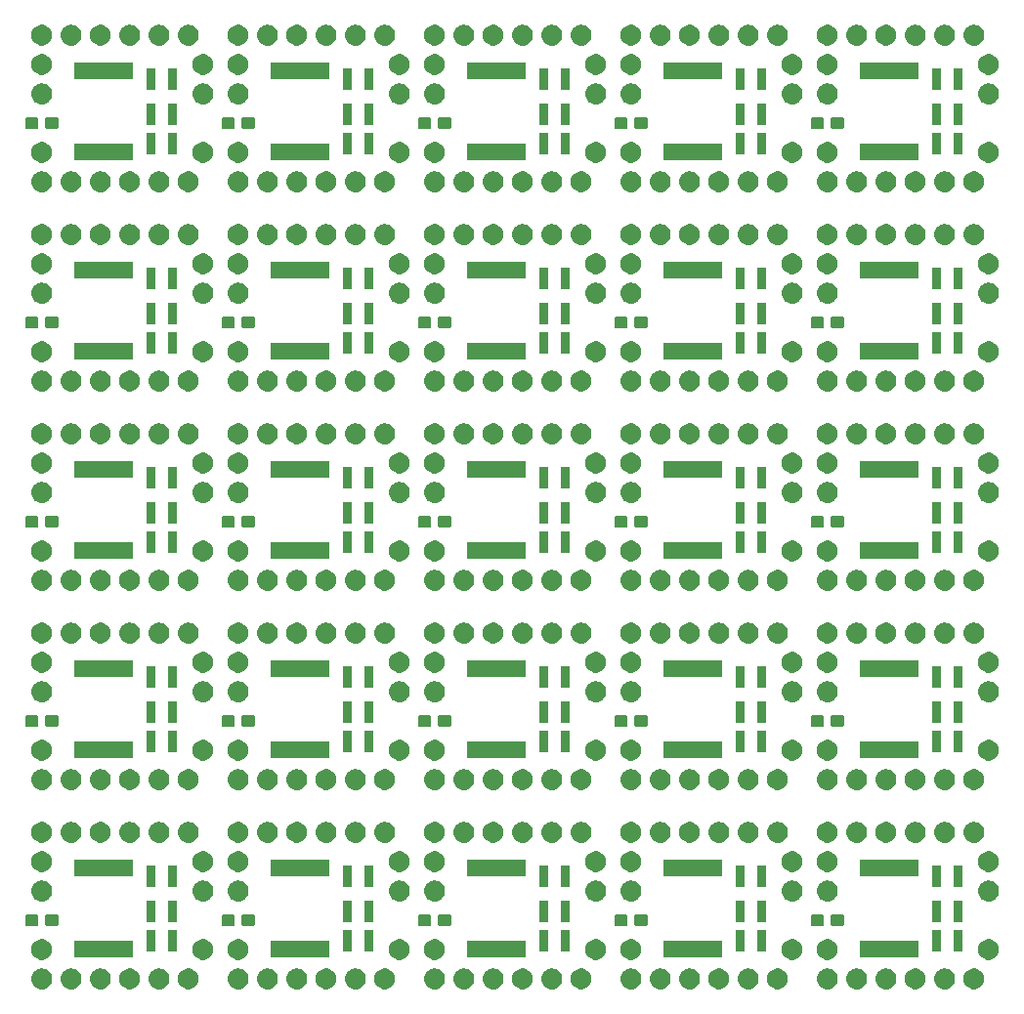
<source format=gbs>
G04 #@! TF.GenerationSoftware,KiCad,Pcbnew,5.1.0*
G04 #@! TF.CreationDate,2019-09-19T00:51:01+09:00*
G04 #@! TF.ProjectId,panelized_key,70616e65-6c69-47a6-9564-5f6b65792e6b,rev?*
G04 #@! TF.SameCoordinates,Original*
G04 #@! TF.FileFunction,Soldermask,Bot*
G04 #@! TF.FilePolarity,Negative*
%FSLAX46Y46*%
G04 Gerber Fmt 4.6, Leading zero omitted, Abs format (unit mm)*
G04 Created by KiCad (PCBNEW 5.1.0) date 2019-09-19 00:51:01*
%MOMM*%
%LPD*%
G04 APERTURE LIST*
%ADD10C,0.100000*%
G04 APERTURE END LIST*
D10*
G36*
X48878442Y-95879518D02*
G01*
X48944627Y-95886037D01*
X49114466Y-95937557D01*
X49270991Y-96021222D01*
X49306729Y-96050552D01*
X49408186Y-96133814D01*
X49491448Y-96235271D01*
X49520778Y-96271009D01*
X49604443Y-96427534D01*
X49655963Y-96597373D01*
X49673359Y-96774000D01*
X49655963Y-96950627D01*
X49604443Y-97120466D01*
X49520778Y-97276991D01*
X49491448Y-97312729D01*
X49408186Y-97414186D01*
X49335480Y-97473853D01*
X49270991Y-97526778D01*
X49114466Y-97610443D01*
X48944627Y-97661963D01*
X48878443Y-97668481D01*
X48812260Y-97675000D01*
X48723740Y-97675000D01*
X48657557Y-97668481D01*
X48591373Y-97661963D01*
X48421534Y-97610443D01*
X48265009Y-97526778D01*
X48200520Y-97473853D01*
X48127814Y-97414186D01*
X48044552Y-97312729D01*
X48015222Y-97276991D01*
X47931557Y-97120466D01*
X47880037Y-96950627D01*
X47862641Y-96774000D01*
X47880037Y-96597373D01*
X47931557Y-96427534D01*
X48015222Y-96271009D01*
X48044552Y-96235271D01*
X48127814Y-96133814D01*
X48229271Y-96050552D01*
X48265009Y-96021222D01*
X48421534Y-95937557D01*
X48591373Y-95886037D01*
X48657558Y-95879518D01*
X48723740Y-95873000D01*
X48812260Y-95873000D01*
X48878442Y-95879518D01*
X48878442Y-95879518D01*
G37*
G36*
X19922442Y-95879518D02*
G01*
X19988627Y-95886037D01*
X20158466Y-95937557D01*
X20314991Y-96021222D01*
X20350729Y-96050552D01*
X20452186Y-96133814D01*
X20535448Y-96235271D01*
X20564778Y-96271009D01*
X20648443Y-96427534D01*
X20699963Y-96597373D01*
X20717359Y-96774000D01*
X20699963Y-96950627D01*
X20648443Y-97120466D01*
X20564778Y-97276991D01*
X20535448Y-97312729D01*
X20452186Y-97414186D01*
X20379480Y-97473853D01*
X20314991Y-97526778D01*
X20158466Y-97610443D01*
X19988627Y-97661963D01*
X19922443Y-97668481D01*
X19856260Y-97675000D01*
X19767740Y-97675000D01*
X19701557Y-97668481D01*
X19635373Y-97661963D01*
X19465534Y-97610443D01*
X19309009Y-97526778D01*
X19244520Y-97473853D01*
X19171814Y-97414186D01*
X19088552Y-97312729D01*
X19059222Y-97276991D01*
X18975557Y-97120466D01*
X18924037Y-96950627D01*
X18906641Y-96774000D01*
X18924037Y-96597373D01*
X18975557Y-96427534D01*
X19059222Y-96271009D01*
X19088552Y-96235271D01*
X19171814Y-96133814D01*
X19273271Y-96050552D01*
X19309009Y-96021222D01*
X19465534Y-95937557D01*
X19635373Y-95886037D01*
X19701558Y-95879518D01*
X19767740Y-95873000D01*
X19856260Y-95873000D01*
X19922442Y-95879518D01*
X19922442Y-95879518D01*
G37*
G36*
X25002442Y-95879518D02*
G01*
X25068627Y-95886037D01*
X25238466Y-95937557D01*
X25394991Y-96021222D01*
X25430729Y-96050552D01*
X25532186Y-96133814D01*
X25615448Y-96235271D01*
X25644778Y-96271009D01*
X25728443Y-96427534D01*
X25779963Y-96597373D01*
X25797359Y-96774000D01*
X25779963Y-96950627D01*
X25728443Y-97120466D01*
X25644778Y-97276991D01*
X25615448Y-97312729D01*
X25532186Y-97414186D01*
X25459480Y-97473853D01*
X25394991Y-97526778D01*
X25238466Y-97610443D01*
X25068627Y-97661963D01*
X25002443Y-97668481D01*
X24936260Y-97675000D01*
X24847740Y-97675000D01*
X24781557Y-97668481D01*
X24715373Y-97661963D01*
X24545534Y-97610443D01*
X24389009Y-97526778D01*
X24324520Y-97473853D01*
X24251814Y-97414186D01*
X24168552Y-97312729D01*
X24139222Y-97276991D01*
X24055557Y-97120466D01*
X24004037Y-96950627D01*
X23986641Y-96774000D01*
X24004037Y-96597373D01*
X24055557Y-96427534D01*
X24139222Y-96271009D01*
X24168552Y-96235271D01*
X24251814Y-96133814D01*
X24353271Y-96050552D01*
X24389009Y-96021222D01*
X24545534Y-95937557D01*
X24715373Y-95886037D01*
X24781558Y-95879518D01*
X24847740Y-95873000D01*
X24936260Y-95873000D01*
X25002442Y-95879518D01*
X25002442Y-95879518D01*
G37*
G36*
X27545512Y-95877927D02*
G01*
X27694812Y-95907624D01*
X27858784Y-95975544D01*
X28006354Y-96074147D01*
X28131853Y-96199646D01*
X28230456Y-96347216D01*
X28298376Y-96511188D01*
X28333000Y-96685259D01*
X28333000Y-96862741D01*
X28298376Y-97036812D01*
X28230456Y-97200784D01*
X28131853Y-97348354D01*
X28006354Y-97473853D01*
X27858784Y-97572456D01*
X27694812Y-97640376D01*
X27545512Y-97670073D01*
X27520742Y-97675000D01*
X27343258Y-97675000D01*
X27318488Y-97670073D01*
X27169188Y-97640376D01*
X27005216Y-97572456D01*
X26857646Y-97473853D01*
X26732147Y-97348354D01*
X26633544Y-97200784D01*
X26565624Y-97036812D01*
X26531000Y-96862741D01*
X26531000Y-96685259D01*
X26565624Y-96511188D01*
X26633544Y-96347216D01*
X26732147Y-96199646D01*
X26857646Y-96074147D01*
X27005216Y-95975544D01*
X27169188Y-95907624D01*
X27318488Y-95877927D01*
X27343258Y-95873000D01*
X27520742Y-95873000D01*
X27545512Y-95877927D01*
X27545512Y-95877927D01*
G37*
G36*
X39483512Y-95877927D02*
G01*
X39632812Y-95907624D01*
X39796784Y-95975544D01*
X39944354Y-96074147D01*
X40069853Y-96199646D01*
X40168456Y-96347216D01*
X40236376Y-96511188D01*
X40271000Y-96685259D01*
X40271000Y-96862741D01*
X40236376Y-97036812D01*
X40168456Y-97200784D01*
X40069853Y-97348354D01*
X39944354Y-97473853D01*
X39796784Y-97572456D01*
X39632812Y-97640376D01*
X39483512Y-97670073D01*
X39458742Y-97675000D01*
X39281258Y-97675000D01*
X39256488Y-97670073D01*
X39107188Y-97640376D01*
X38943216Y-97572456D01*
X38795646Y-97473853D01*
X38670147Y-97348354D01*
X38571544Y-97200784D01*
X38503624Y-97036812D01*
X38469000Y-96862741D01*
X38469000Y-96685259D01*
X38503624Y-96511188D01*
X38571544Y-96347216D01*
X38670147Y-96199646D01*
X38795646Y-96074147D01*
X38943216Y-95975544D01*
X39107188Y-95907624D01*
X39256488Y-95877927D01*
X39281258Y-95873000D01*
X39458742Y-95873000D01*
X39483512Y-95877927D01*
X39483512Y-95877927D01*
G37*
G36*
X36940442Y-95879518D02*
G01*
X37006627Y-95886037D01*
X37176466Y-95937557D01*
X37332991Y-96021222D01*
X37368729Y-96050552D01*
X37470186Y-96133814D01*
X37553448Y-96235271D01*
X37582778Y-96271009D01*
X37666443Y-96427534D01*
X37717963Y-96597373D01*
X37735359Y-96774000D01*
X37717963Y-96950627D01*
X37666443Y-97120466D01*
X37582778Y-97276991D01*
X37553448Y-97312729D01*
X37470186Y-97414186D01*
X37397480Y-97473853D01*
X37332991Y-97526778D01*
X37176466Y-97610443D01*
X37006627Y-97661963D01*
X36940443Y-97668481D01*
X36874260Y-97675000D01*
X36785740Y-97675000D01*
X36719557Y-97668481D01*
X36653373Y-97661963D01*
X36483534Y-97610443D01*
X36327009Y-97526778D01*
X36262520Y-97473853D01*
X36189814Y-97414186D01*
X36106552Y-97312729D01*
X36077222Y-97276991D01*
X35993557Y-97120466D01*
X35942037Y-96950627D01*
X35924641Y-96774000D01*
X35942037Y-96597373D01*
X35993557Y-96427534D01*
X36077222Y-96271009D01*
X36106552Y-96235271D01*
X36189814Y-96133814D01*
X36291271Y-96050552D01*
X36327009Y-96021222D01*
X36483534Y-95937557D01*
X36653373Y-95886037D01*
X36719558Y-95879518D01*
X36785740Y-95873000D01*
X36874260Y-95873000D01*
X36940442Y-95879518D01*
X36940442Y-95879518D01*
G37*
G36*
X34400442Y-95879518D02*
G01*
X34466627Y-95886037D01*
X34636466Y-95937557D01*
X34792991Y-96021222D01*
X34828729Y-96050552D01*
X34930186Y-96133814D01*
X35013448Y-96235271D01*
X35042778Y-96271009D01*
X35126443Y-96427534D01*
X35177963Y-96597373D01*
X35195359Y-96774000D01*
X35177963Y-96950627D01*
X35126443Y-97120466D01*
X35042778Y-97276991D01*
X35013448Y-97312729D01*
X34930186Y-97414186D01*
X34857480Y-97473853D01*
X34792991Y-97526778D01*
X34636466Y-97610443D01*
X34466627Y-97661963D01*
X34400443Y-97668481D01*
X34334260Y-97675000D01*
X34245740Y-97675000D01*
X34179557Y-97668481D01*
X34113373Y-97661963D01*
X33943534Y-97610443D01*
X33787009Y-97526778D01*
X33722520Y-97473853D01*
X33649814Y-97414186D01*
X33566552Y-97312729D01*
X33537222Y-97276991D01*
X33453557Y-97120466D01*
X33402037Y-96950627D01*
X33384641Y-96774000D01*
X33402037Y-96597373D01*
X33453557Y-96427534D01*
X33537222Y-96271009D01*
X33566552Y-96235271D01*
X33649814Y-96133814D01*
X33751271Y-96050552D01*
X33787009Y-96021222D01*
X33943534Y-95937557D01*
X34113373Y-95886037D01*
X34179558Y-95879518D01*
X34245740Y-95873000D01*
X34334260Y-95873000D01*
X34400442Y-95879518D01*
X34400442Y-95879518D01*
G37*
G36*
X31860442Y-95879518D02*
G01*
X31926627Y-95886037D01*
X32096466Y-95937557D01*
X32252991Y-96021222D01*
X32288729Y-96050552D01*
X32390186Y-96133814D01*
X32473448Y-96235271D01*
X32502778Y-96271009D01*
X32586443Y-96427534D01*
X32637963Y-96597373D01*
X32655359Y-96774000D01*
X32637963Y-96950627D01*
X32586443Y-97120466D01*
X32502778Y-97276991D01*
X32473448Y-97312729D01*
X32390186Y-97414186D01*
X32317480Y-97473853D01*
X32252991Y-97526778D01*
X32096466Y-97610443D01*
X31926627Y-97661963D01*
X31860443Y-97668481D01*
X31794260Y-97675000D01*
X31705740Y-97675000D01*
X31639557Y-97668481D01*
X31573373Y-97661963D01*
X31403534Y-97610443D01*
X31247009Y-97526778D01*
X31182520Y-97473853D01*
X31109814Y-97414186D01*
X31026552Y-97312729D01*
X30997222Y-97276991D01*
X30913557Y-97120466D01*
X30862037Y-96950627D01*
X30844641Y-96774000D01*
X30862037Y-96597373D01*
X30913557Y-96427534D01*
X30997222Y-96271009D01*
X31026552Y-96235271D01*
X31109814Y-96133814D01*
X31211271Y-96050552D01*
X31247009Y-96021222D01*
X31403534Y-95937557D01*
X31573373Y-95886037D01*
X31639558Y-95879518D01*
X31705740Y-95873000D01*
X31794260Y-95873000D01*
X31860442Y-95879518D01*
X31860442Y-95879518D01*
G37*
G36*
X44563512Y-95877927D02*
G01*
X44712812Y-95907624D01*
X44876784Y-95975544D01*
X45024354Y-96074147D01*
X45149853Y-96199646D01*
X45248456Y-96347216D01*
X45316376Y-96511188D01*
X45351000Y-96685259D01*
X45351000Y-96862741D01*
X45316376Y-97036812D01*
X45248456Y-97200784D01*
X45149853Y-97348354D01*
X45024354Y-97473853D01*
X44876784Y-97572456D01*
X44712812Y-97640376D01*
X44563512Y-97670073D01*
X44538742Y-97675000D01*
X44361258Y-97675000D01*
X44336488Y-97670073D01*
X44187188Y-97640376D01*
X44023216Y-97572456D01*
X43875646Y-97473853D01*
X43750147Y-97348354D01*
X43651544Y-97200784D01*
X43583624Y-97036812D01*
X43549000Y-96862741D01*
X43549000Y-96685259D01*
X43583624Y-96511188D01*
X43651544Y-96347216D01*
X43750147Y-96199646D01*
X43875646Y-96074147D01*
X44023216Y-95975544D01*
X44187188Y-95907624D01*
X44336488Y-95877927D01*
X44361258Y-95873000D01*
X44538742Y-95873000D01*
X44563512Y-95877927D01*
X44563512Y-95877927D01*
G37*
G36*
X42020442Y-95879518D02*
G01*
X42086627Y-95886037D01*
X42256466Y-95937557D01*
X42412991Y-96021222D01*
X42448729Y-96050552D01*
X42550186Y-96133814D01*
X42633448Y-96235271D01*
X42662778Y-96271009D01*
X42746443Y-96427534D01*
X42797963Y-96597373D01*
X42815359Y-96774000D01*
X42797963Y-96950627D01*
X42746443Y-97120466D01*
X42662778Y-97276991D01*
X42633448Y-97312729D01*
X42550186Y-97414186D01*
X42477480Y-97473853D01*
X42412991Y-97526778D01*
X42256466Y-97610443D01*
X42086627Y-97661963D01*
X42020443Y-97668481D01*
X41954260Y-97675000D01*
X41865740Y-97675000D01*
X41799557Y-97668481D01*
X41733373Y-97661963D01*
X41563534Y-97610443D01*
X41407009Y-97526778D01*
X41342520Y-97473853D01*
X41269814Y-97414186D01*
X41186552Y-97312729D01*
X41157222Y-97276991D01*
X41073557Y-97120466D01*
X41022037Y-96950627D01*
X41004641Y-96774000D01*
X41022037Y-96597373D01*
X41073557Y-96427534D01*
X41157222Y-96271009D01*
X41186552Y-96235271D01*
X41269814Y-96133814D01*
X41371271Y-96050552D01*
X41407009Y-96021222D01*
X41563534Y-95937557D01*
X41733373Y-95886037D01*
X41799558Y-95879518D01*
X41865740Y-95873000D01*
X41954260Y-95873000D01*
X42020442Y-95879518D01*
X42020442Y-95879518D01*
G37*
G36*
X90537512Y-95877927D02*
G01*
X90686812Y-95907624D01*
X90850784Y-95975544D01*
X90998354Y-96074147D01*
X91123853Y-96199646D01*
X91222456Y-96347216D01*
X91290376Y-96511188D01*
X91325000Y-96685259D01*
X91325000Y-96862741D01*
X91290376Y-97036812D01*
X91222456Y-97200784D01*
X91123853Y-97348354D01*
X90998354Y-97473853D01*
X90850784Y-97572456D01*
X90686812Y-97640376D01*
X90537512Y-97670073D01*
X90512742Y-97675000D01*
X90335258Y-97675000D01*
X90310488Y-97670073D01*
X90161188Y-97640376D01*
X89997216Y-97572456D01*
X89849646Y-97473853D01*
X89724147Y-97348354D01*
X89625544Y-97200784D01*
X89557624Y-97036812D01*
X89523000Y-96862741D01*
X89523000Y-96685259D01*
X89557624Y-96511188D01*
X89625544Y-96347216D01*
X89724147Y-96199646D01*
X89849646Y-96074147D01*
X89997216Y-95975544D01*
X90161188Y-95907624D01*
X90310488Y-95877927D01*
X90335258Y-95873000D01*
X90512742Y-95873000D01*
X90537512Y-95877927D01*
X90537512Y-95877927D01*
G37*
G36*
X87994442Y-95879518D02*
G01*
X88060627Y-95886037D01*
X88230466Y-95937557D01*
X88386991Y-96021222D01*
X88422729Y-96050552D01*
X88524186Y-96133814D01*
X88607448Y-96235271D01*
X88636778Y-96271009D01*
X88720443Y-96427534D01*
X88771963Y-96597373D01*
X88789359Y-96774000D01*
X88771963Y-96950627D01*
X88720443Y-97120466D01*
X88636778Y-97276991D01*
X88607448Y-97312729D01*
X88524186Y-97414186D01*
X88451480Y-97473853D01*
X88386991Y-97526778D01*
X88230466Y-97610443D01*
X88060627Y-97661963D01*
X87994443Y-97668481D01*
X87928260Y-97675000D01*
X87839740Y-97675000D01*
X87773557Y-97668481D01*
X87707373Y-97661963D01*
X87537534Y-97610443D01*
X87381009Y-97526778D01*
X87316520Y-97473853D01*
X87243814Y-97414186D01*
X87160552Y-97312729D01*
X87131222Y-97276991D01*
X87047557Y-97120466D01*
X86996037Y-96950627D01*
X86978641Y-96774000D01*
X86996037Y-96597373D01*
X87047557Y-96427534D01*
X87131222Y-96271009D01*
X87160552Y-96235271D01*
X87243814Y-96133814D01*
X87345271Y-96050552D01*
X87381009Y-96021222D01*
X87537534Y-95937557D01*
X87707373Y-95886037D01*
X87773558Y-95879518D01*
X87839740Y-95873000D01*
X87928260Y-95873000D01*
X87994442Y-95879518D01*
X87994442Y-95879518D01*
G37*
G36*
X85454442Y-95879518D02*
G01*
X85520627Y-95886037D01*
X85690466Y-95937557D01*
X85846991Y-96021222D01*
X85882729Y-96050552D01*
X85984186Y-96133814D01*
X86067448Y-96235271D01*
X86096778Y-96271009D01*
X86180443Y-96427534D01*
X86231963Y-96597373D01*
X86249359Y-96774000D01*
X86231963Y-96950627D01*
X86180443Y-97120466D01*
X86096778Y-97276991D01*
X86067448Y-97312729D01*
X85984186Y-97414186D01*
X85911480Y-97473853D01*
X85846991Y-97526778D01*
X85690466Y-97610443D01*
X85520627Y-97661963D01*
X85454443Y-97668481D01*
X85388260Y-97675000D01*
X85299740Y-97675000D01*
X85233557Y-97668481D01*
X85167373Y-97661963D01*
X84997534Y-97610443D01*
X84841009Y-97526778D01*
X84776520Y-97473853D01*
X84703814Y-97414186D01*
X84620552Y-97312729D01*
X84591222Y-97276991D01*
X84507557Y-97120466D01*
X84456037Y-96950627D01*
X84438641Y-96774000D01*
X84456037Y-96597373D01*
X84507557Y-96427534D01*
X84591222Y-96271009D01*
X84620552Y-96235271D01*
X84703814Y-96133814D01*
X84805271Y-96050552D01*
X84841009Y-96021222D01*
X84997534Y-95937557D01*
X85167373Y-95886037D01*
X85233558Y-95879518D01*
X85299740Y-95873000D01*
X85388260Y-95873000D01*
X85454442Y-95879518D01*
X85454442Y-95879518D01*
G37*
G36*
X82914442Y-95879518D02*
G01*
X82980627Y-95886037D01*
X83150466Y-95937557D01*
X83306991Y-96021222D01*
X83342729Y-96050552D01*
X83444186Y-96133814D01*
X83527448Y-96235271D01*
X83556778Y-96271009D01*
X83640443Y-96427534D01*
X83691963Y-96597373D01*
X83709359Y-96774000D01*
X83691963Y-96950627D01*
X83640443Y-97120466D01*
X83556778Y-97276991D01*
X83527448Y-97312729D01*
X83444186Y-97414186D01*
X83371480Y-97473853D01*
X83306991Y-97526778D01*
X83150466Y-97610443D01*
X82980627Y-97661963D01*
X82914443Y-97668481D01*
X82848260Y-97675000D01*
X82759740Y-97675000D01*
X82693557Y-97668481D01*
X82627373Y-97661963D01*
X82457534Y-97610443D01*
X82301009Y-97526778D01*
X82236520Y-97473853D01*
X82163814Y-97414186D01*
X82080552Y-97312729D01*
X82051222Y-97276991D01*
X81967557Y-97120466D01*
X81916037Y-96950627D01*
X81898641Y-96774000D01*
X81916037Y-96597373D01*
X81967557Y-96427534D01*
X82051222Y-96271009D01*
X82080552Y-96235271D01*
X82163814Y-96133814D01*
X82265271Y-96050552D01*
X82301009Y-96021222D01*
X82457534Y-95937557D01*
X82627373Y-95886037D01*
X82693558Y-95879518D01*
X82759740Y-95873000D01*
X82848260Y-95873000D01*
X82914442Y-95879518D01*
X82914442Y-95879518D01*
G37*
G36*
X14842442Y-95879518D02*
G01*
X14908627Y-95886037D01*
X15078466Y-95937557D01*
X15234991Y-96021222D01*
X15270729Y-96050552D01*
X15372186Y-96133814D01*
X15455448Y-96235271D01*
X15484778Y-96271009D01*
X15568443Y-96427534D01*
X15619963Y-96597373D01*
X15637359Y-96774000D01*
X15619963Y-96950627D01*
X15568443Y-97120466D01*
X15484778Y-97276991D01*
X15455448Y-97312729D01*
X15372186Y-97414186D01*
X15299480Y-97473853D01*
X15234991Y-97526778D01*
X15078466Y-97610443D01*
X14908627Y-97661963D01*
X14842443Y-97668481D01*
X14776260Y-97675000D01*
X14687740Y-97675000D01*
X14621557Y-97668481D01*
X14555373Y-97661963D01*
X14385534Y-97610443D01*
X14229009Y-97526778D01*
X14164520Y-97473853D01*
X14091814Y-97414186D01*
X14008552Y-97312729D01*
X13979222Y-97276991D01*
X13895557Y-97120466D01*
X13844037Y-96950627D01*
X13826641Y-96774000D01*
X13844037Y-96597373D01*
X13895557Y-96427534D01*
X13979222Y-96271009D01*
X14008552Y-96235271D01*
X14091814Y-96133814D01*
X14193271Y-96050552D01*
X14229009Y-96021222D01*
X14385534Y-95937557D01*
X14555373Y-95886037D01*
X14621558Y-95879518D01*
X14687740Y-95873000D01*
X14776260Y-95873000D01*
X14842442Y-95879518D01*
X14842442Y-95879518D01*
G37*
G36*
X17382442Y-95879518D02*
G01*
X17448627Y-95886037D01*
X17618466Y-95937557D01*
X17774991Y-96021222D01*
X17810729Y-96050552D01*
X17912186Y-96133814D01*
X17995448Y-96235271D01*
X18024778Y-96271009D01*
X18108443Y-96427534D01*
X18159963Y-96597373D01*
X18177359Y-96774000D01*
X18159963Y-96950627D01*
X18108443Y-97120466D01*
X18024778Y-97276991D01*
X17995448Y-97312729D01*
X17912186Y-97414186D01*
X17839480Y-97473853D01*
X17774991Y-97526778D01*
X17618466Y-97610443D01*
X17448627Y-97661963D01*
X17382443Y-97668481D01*
X17316260Y-97675000D01*
X17227740Y-97675000D01*
X17161557Y-97668481D01*
X17095373Y-97661963D01*
X16925534Y-97610443D01*
X16769009Y-97526778D01*
X16704520Y-97473853D01*
X16631814Y-97414186D01*
X16548552Y-97312729D01*
X16519222Y-97276991D01*
X16435557Y-97120466D01*
X16384037Y-96950627D01*
X16366641Y-96774000D01*
X16384037Y-96597373D01*
X16435557Y-96427534D01*
X16519222Y-96271009D01*
X16548552Y-96235271D01*
X16631814Y-96133814D01*
X16733271Y-96050552D01*
X16769009Y-96021222D01*
X16925534Y-95937557D01*
X17095373Y-95886037D01*
X17161558Y-95879518D01*
X17227740Y-95873000D01*
X17316260Y-95873000D01*
X17382442Y-95879518D01*
X17382442Y-95879518D01*
G37*
G36*
X95617512Y-95877927D02*
G01*
X95766812Y-95907624D01*
X95930784Y-95975544D01*
X96078354Y-96074147D01*
X96203853Y-96199646D01*
X96302456Y-96347216D01*
X96370376Y-96511188D01*
X96405000Y-96685259D01*
X96405000Y-96862741D01*
X96370376Y-97036812D01*
X96302456Y-97200784D01*
X96203853Y-97348354D01*
X96078354Y-97473853D01*
X95930784Y-97572456D01*
X95766812Y-97640376D01*
X95617512Y-97670073D01*
X95592742Y-97675000D01*
X95415258Y-97675000D01*
X95390488Y-97670073D01*
X95241188Y-97640376D01*
X95077216Y-97572456D01*
X94929646Y-97473853D01*
X94804147Y-97348354D01*
X94705544Y-97200784D01*
X94637624Y-97036812D01*
X94603000Y-96862741D01*
X94603000Y-96685259D01*
X94637624Y-96511188D01*
X94705544Y-96347216D01*
X94804147Y-96199646D01*
X94929646Y-96074147D01*
X95077216Y-95975544D01*
X95241188Y-95907624D01*
X95390488Y-95877927D01*
X95415258Y-95873000D01*
X95592742Y-95873000D01*
X95617512Y-95877927D01*
X95617512Y-95877927D01*
G37*
G36*
X22465512Y-95877927D02*
G01*
X22614812Y-95907624D01*
X22778784Y-95975544D01*
X22926354Y-96074147D01*
X23051853Y-96199646D01*
X23150456Y-96347216D01*
X23218376Y-96511188D01*
X23253000Y-96685259D01*
X23253000Y-96862741D01*
X23218376Y-97036812D01*
X23150456Y-97200784D01*
X23051853Y-97348354D01*
X22926354Y-97473853D01*
X22778784Y-97572456D01*
X22614812Y-97640376D01*
X22465512Y-97670073D01*
X22440742Y-97675000D01*
X22263258Y-97675000D01*
X22238488Y-97670073D01*
X22089188Y-97640376D01*
X21925216Y-97572456D01*
X21777646Y-97473853D01*
X21652147Y-97348354D01*
X21553544Y-97200784D01*
X21485624Y-97036812D01*
X21451000Y-96862741D01*
X21451000Y-96685259D01*
X21485624Y-96511188D01*
X21553544Y-96347216D01*
X21652147Y-96199646D01*
X21777646Y-96074147D01*
X21925216Y-95975544D01*
X22089188Y-95907624D01*
X22238488Y-95877927D01*
X22263258Y-95873000D01*
X22440742Y-95873000D01*
X22465512Y-95877927D01*
X22465512Y-95877927D01*
G37*
G36*
X51418442Y-95879518D02*
G01*
X51484627Y-95886037D01*
X51654466Y-95937557D01*
X51810991Y-96021222D01*
X51846729Y-96050552D01*
X51948186Y-96133814D01*
X52031448Y-96235271D01*
X52060778Y-96271009D01*
X52144443Y-96427534D01*
X52195963Y-96597373D01*
X52213359Y-96774000D01*
X52195963Y-96950627D01*
X52144443Y-97120466D01*
X52060778Y-97276991D01*
X52031448Y-97312729D01*
X51948186Y-97414186D01*
X51875480Y-97473853D01*
X51810991Y-97526778D01*
X51654466Y-97610443D01*
X51484627Y-97661963D01*
X51418443Y-97668481D01*
X51352260Y-97675000D01*
X51263740Y-97675000D01*
X51197557Y-97668481D01*
X51131373Y-97661963D01*
X50961534Y-97610443D01*
X50805009Y-97526778D01*
X50740520Y-97473853D01*
X50667814Y-97414186D01*
X50584552Y-97312729D01*
X50555222Y-97276991D01*
X50471557Y-97120466D01*
X50420037Y-96950627D01*
X50402641Y-96774000D01*
X50420037Y-96597373D01*
X50471557Y-96427534D01*
X50555222Y-96271009D01*
X50584552Y-96235271D01*
X50667814Y-96133814D01*
X50769271Y-96050552D01*
X50805009Y-96021222D01*
X50961534Y-95937557D01*
X51131373Y-95886037D01*
X51197558Y-95879518D01*
X51263740Y-95873000D01*
X51352260Y-95873000D01*
X51418442Y-95879518D01*
X51418442Y-95879518D01*
G37*
G36*
X53958442Y-95879518D02*
G01*
X54024627Y-95886037D01*
X54194466Y-95937557D01*
X54350991Y-96021222D01*
X54386729Y-96050552D01*
X54488186Y-96133814D01*
X54571448Y-96235271D01*
X54600778Y-96271009D01*
X54684443Y-96427534D01*
X54735963Y-96597373D01*
X54753359Y-96774000D01*
X54735963Y-96950627D01*
X54684443Y-97120466D01*
X54600778Y-97276991D01*
X54571448Y-97312729D01*
X54488186Y-97414186D01*
X54415480Y-97473853D01*
X54350991Y-97526778D01*
X54194466Y-97610443D01*
X54024627Y-97661963D01*
X53958443Y-97668481D01*
X53892260Y-97675000D01*
X53803740Y-97675000D01*
X53737557Y-97668481D01*
X53671373Y-97661963D01*
X53501534Y-97610443D01*
X53345009Y-97526778D01*
X53280520Y-97473853D01*
X53207814Y-97414186D01*
X53124552Y-97312729D01*
X53095222Y-97276991D01*
X53011557Y-97120466D01*
X52960037Y-96950627D01*
X52942641Y-96774000D01*
X52960037Y-96597373D01*
X53011557Y-96427534D01*
X53095222Y-96271009D01*
X53124552Y-96235271D01*
X53207814Y-96133814D01*
X53309271Y-96050552D01*
X53345009Y-96021222D01*
X53501534Y-95937557D01*
X53671373Y-95886037D01*
X53737558Y-95879518D01*
X53803740Y-95873000D01*
X53892260Y-95873000D01*
X53958442Y-95879518D01*
X53958442Y-95879518D01*
G37*
G36*
X56501512Y-95877927D02*
G01*
X56650812Y-95907624D01*
X56814784Y-95975544D01*
X56962354Y-96074147D01*
X57087853Y-96199646D01*
X57186456Y-96347216D01*
X57254376Y-96511188D01*
X57289000Y-96685259D01*
X57289000Y-96862741D01*
X57254376Y-97036812D01*
X57186456Y-97200784D01*
X57087853Y-97348354D01*
X56962354Y-97473853D01*
X56814784Y-97572456D01*
X56650812Y-97640376D01*
X56501512Y-97670073D01*
X56476742Y-97675000D01*
X56299258Y-97675000D01*
X56274488Y-97670073D01*
X56125188Y-97640376D01*
X55961216Y-97572456D01*
X55813646Y-97473853D01*
X55688147Y-97348354D01*
X55589544Y-97200784D01*
X55521624Y-97036812D01*
X55487000Y-96862741D01*
X55487000Y-96685259D01*
X55521624Y-96511188D01*
X55589544Y-96347216D01*
X55688147Y-96199646D01*
X55813646Y-96074147D01*
X55961216Y-95975544D01*
X56125188Y-95907624D01*
X56274488Y-95877927D01*
X56299258Y-95873000D01*
X56476742Y-95873000D01*
X56501512Y-95877927D01*
X56501512Y-95877927D01*
G37*
G36*
X59038442Y-95879518D02*
G01*
X59104627Y-95886037D01*
X59274466Y-95937557D01*
X59430991Y-96021222D01*
X59466729Y-96050552D01*
X59568186Y-96133814D01*
X59651448Y-96235271D01*
X59680778Y-96271009D01*
X59764443Y-96427534D01*
X59815963Y-96597373D01*
X59833359Y-96774000D01*
X59815963Y-96950627D01*
X59764443Y-97120466D01*
X59680778Y-97276991D01*
X59651448Y-97312729D01*
X59568186Y-97414186D01*
X59495480Y-97473853D01*
X59430991Y-97526778D01*
X59274466Y-97610443D01*
X59104627Y-97661963D01*
X59038443Y-97668481D01*
X58972260Y-97675000D01*
X58883740Y-97675000D01*
X58817557Y-97668481D01*
X58751373Y-97661963D01*
X58581534Y-97610443D01*
X58425009Y-97526778D01*
X58360520Y-97473853D01*
X58287814Y-97414186D01*
X58204552Y-97312729D01*
X58175222Y-97276991D01*
X58091557Y-97120466D01*
X58040037Y-96950627D01*
X58022641Y-96774000D01*
X58040037Y-96597373D01*
X58091557Y-96427534D01*
X58175222Y-96271009D01*
X58204552Y-96235271D01*
X58287814Y-96133814D01*
X58389271Y-96050552D01*
X58425009Y-96021222D01*
X58581534Y-95937557D01*
X58751373Y-95886037D01*
X58817558Y-95879518D01*
X58883740Y-95873000D01*
X58972260Y-95873000D01*
X59038442Y-95879518D01*
X59038442Y-95879518D01*
G37*
G36*
X61581512Y-95877927D02*
G01*
X61730812Y-95907624D01*
X61894784Y-95975544D01*
X62042354Y-96074147D01*
X62167853Y-96199646D01*
X62266456Y-96347216D01*
X62334376Y-96511188D01*
X62369000Y-96685259D01*
X62369000Y-96862741D01*
X62334376Y-97036812D01*
X62266456Y-97200784D01*
X62167853Y-97348354D01*
X62042354Y-97473853D01*
X61894784Y-97572456D01*
X61730812Y-97640376D01*
X61581512Y-97670073D01*
X61556742Y-97675000D01*
X61379258Y-97675000D01*
X61354488Y-97670073D01*
X61205188Y-97640376D01*
X61041216Y-97572456D01*
X60893646Y-97473853D01*
X60768147Y-97348354D01*
X60669544Y-97200784D01*
X60601624Y-97036812D01*
X60567000Y-96862741D01*
X60567000Y-96685259D01*
X60601624Y-96511188D01*
X60669544Y-96347216D01*
X60768147Y-96199646D01*
X60893646Y-96074147D01*
X61041216Y-95975544D01*
X61205188Y-95907624D01*
X61354488Y-95877927D01*
X61379258Y-95873000D01*
X61556742Y-95873000D01*
X61581512Y-95877927D01*
X61581512Y-95877927D01*
G37*
G36*
X76056442Y-95879518D02*
G01*
X76122627Y-95886037D01*
X76292466Y-95937557D01*
X76448991Y-96021222D01*
X76484729Y-96050552D01*
X76586186Y-96133814D01*
X76669448Y-96235271D01*
X76698778Y-96271009D01*
X76782443Y-96427534D01*
X76833963Y-96597373D01*
X76851359Y-96774000D01*
X76833963Y-96950627D01*
X76782443Y-97120466D01*
X76698778Y-97276991D01*
X76669448Y-97312729D01*
X76586186Y-97414186D01*
X76513480Y-97473853D01*
X76448991Y-97526778D01*
X76292466Y-97610443D01*
X76122627Y-97661963D01*
X76056443Y-97668481D01*
X75990260Y-97675000D01*
X75901740Y-97675000D01*
X75835557Y-97668481D01*
X75769373Y-97661963D01*
X75599534Y-97610443D01*
X75443009Y-97526778D01*
X75378520Y-97473853D01*
X75305814Y-97414186D01*
X75222552Y-97312729D01*
X75193222Y-97276991D01*
X75109557Y-97120466D01*
X75058037Y-96950627D01*
X75040641Y-96774000D01*
X75058037Y-96597373D01*
X75109557Y-96427534D01*
X75193222Y-96271009D01*
X75222552Y-96235271D01*
X75305814Y-96133814D01*
X75407271Y-96050552D01*
X75443009Y-96021222D01*
X75599534Y-95937557D01*
X75769373Y-95886037D01*
X75835558Y-95879518D01*
X75901740Y-95873000D01*
X75990260Y-95873000D01*
X76056442Y-95879518D01*
X76056442Y-95879518D01*
G37*
G36*
X65896442Y-95879518D02*
G01*
X65962627Y-95886037D01*
X66132466Y-95937557D01*
X66288991Y-96021222D01*
X66324729Y-96050552D01*
X66426186Y-96133814D01*
X66509448Y-96235271D01*
X66538778Y-96271009D01*
X66622443Y-96427534D01*
X66673963Y-96597373D01*
X66691359Y-96774000D01*
X66673963Y-96950627D01*
X66622443Y-97120466D01*
X66538778Y-97276991D01*
X66509448Y-97312729D01*
X66426186Y-97414186D01*
X66353480Y-97473853D01*
X66288991Y-97526778D01*
X66132466Y-97610443D01*
X65962627Y-97661963D01*
X65896443Y-97668481D01*
X65830260Y-97675000D01*
X65741740Y-97675000D01*
X65675557Y-97668481D01*
X65609373Y-97661963D01*
X65439534Y-97610443D01*
X65283009Y-97526778D01*
X65218520Y-97473853D01*
X65145814Y-97414186D01*
X65062552Y-97312729D01*
X65033222Y-97276991D01*
X64949557Y-97120466D01*
X64898037Y-96950627D01*
X64880641Y-96774000D01*
X64898037Y-96597373D01*
X64949557Y-96427534D01*
X65033222Y-96271009D01*
X65062552Y-96235271D01*
X65145814Y-96133814D01*
X65247271Y-96050552D01*
X65283009Y-96021222D01*
X65439534Y-95937557D01*
X65609373Y-95886037D01*
X65675558Y-95879518D01*
X65741740Y-95873000D01*
X65830260Y-95873000D01*
X65896442Y-95879518D01*
X65896442Y-95879518D01*
G37*
G36*
X68436442Y-95879518D02*
G01*
X68502627Y-95886037D01*
X68672466Y-95937557D01*
X68828991Y-96021222D01*
X68864729Y-96050552D01*
X68966186Y-96133814D01*
X69049448Y-96235271D01*
X69078778Y-96271009D01*
X69162443Y-96427534D01*
X69213963Y-96597373D01*
X69231359Y-96774000D01*
X69213963Y-96950627D01*
X69162443Y-97120466D01*
X69078778Y-97276991D01*
X69049448Y-97312729D01*
X68966186Y-97414186D01*
X68893480Y-97473853D01*
X68828991Y-97526778D01*
X68672466Y-97610443D01*
X68502627Y-97661963D01*
X68436443Y-97668481D01*
X68370260Y-97675000D01*
X68281740Y-97675000D01*
X68215557Y-97668481D01*
X68149373Y-97661963D01*
X67979534Y-97610443D01*
X67823009Y-97526778D01*
X67758520Y-97473853D01*
X67685814Y-97414186D01*
X67602552Y-97312729D01*
X67573222Y-97276991D01*
X67489557Y-97120466D01*
X67438037Y-96950627D01*
X67420641Y-96774000D01*
X67438037Y-96597373D01*
X67489557Y-96427534D01*
X67573222Y-96271009D01*
X67602552Y-96235271D01*
X67685814Y-96133814D01*
X67787271Y-96050552D01*
X67823009Y-96021222D01*
X67979534Y-95937557D01*
X68149373Y-95886037D01*
X68215558Y-95879518D01*
X68281740Y-95873000D01*
X68370260Y-95873000D01*
X68436442Y-95879518D01*
X68436442Y-95879518D01*
G37*
G36*
X70976442Y-95879518D02*
G01*
X71042627Y-95886037D01*
X71212466Y-95937557D01*
X71368991Y-96021222D01*
X71404729Y-96050552D01*
X71506186Y-96133814D01*
X71589448Y-96235271D01*
X71618778Y-96271009D01*
X71702443Y-96427534D01*
X71753963Y-96597373D01*
X71771359Y-96774000D01*
X71753963Y-96950627D01*
X71702443Y-97120466D01*
X71618778Y-97276991D01*
X71589448Y-97312729D01*
X71506186Y-97414186D01*
X71433480Y-97473853D01*
X71368991Y-97526778D01*
X71212466Y-97610443D01*
X71042627Y-97661963D01*
X70976443Y-97668481D01*
X70910260Y-97675000D01*
X70821740Y-97675000D01*
X70755557Y-97668481D01*
X70689373Y-97661963D01*
X70519534Y-97610443D01*
X70363009Y-97526778D01*
X70298520Y-97473853D01*
X70225814Y-97414186D01*
X70142552Y-97312729D01*
X70113222Y-97276991D01*
X70029557Y-97120466D01*
X69978037Y-96950627D01*
X69960641Y-96774000D01*
X69978037Y-96597373D01*
X70029557Y-96427534D01*
X70113222Y-96271009D01*
X70142552Y-96235271D01*
X70225814Y-96133814D01*
X70327271Y-96050552D01*
X70363009Y-96021222D01*
X70519534Y-95937557D01*
X70689373Y-95886037D01*
X70755558Y-95879518D01*
X70821740Y-95873000D01*
X70910260Y-95873000D01*
X70976442Y-95879518D01*
X70976442Y-95879518D01*
G37*
G36*
X73519512Y-95877927D02*
G01*
X73668812Y-95907624D01*
X73832784Y-95975544D01*
X73980354Y-96074147D01*
X74105853Y-96199646D01*
X74204456Y-96347216D01*
X74272376Y-96511188D01*
X74307000Y-96685259D01*
X74307000Y-96862741D01*
X74272376Y-97036812D01*
X74204456Y-97200784D01*
X74105853Y-97348354D01*
X73980354Y-97473853D01*
X73832784Y-97572456D01*
X73668812Y-97640376D01*
X73519512Y-97670073D01*
X73494742Y-97675000D01*
X73317258Y-97675000D01*
X73292488Y-97670073D01*
X73143188Y-97640376D01*
X72979216Y-97572456D01*
X72831646Y-97473853D01*
X72706147Y-97348354D01*
X72607544Y-97200784D01*
X72539624Y-97036812D01*
X72505000Y-96862741D01*
X72505000Y-96685259D01*
X72539624Y-96511188D01*
X72607544Y-96347216D01*
X72706147Y-96199646D01*
X72831646Y-96074147D01*
X72979216Y-95975544D01*
X73143188Y-95907624D01*
X73292488Y-95877927D01*
X73317258Y-95873000D01*
X73494742Y-95873000D01*
X73519512Y-95877927D01*
X73519512Y-95877927D01*
G37*
G36*
X93074442Y-95879518D02*
G01*
X93140627Y-95886037D01*
X93310466Y-95937557D01*
X93466991Y-96021222D01*
X93502729Y-96050552D01*
X93604186Y-96133814D01*
X93687448Y-96235271D01*
X93716778Y-96271009D01*
X93800443Y-96427534D01*
X93851963Y-96597373D01*
X93869359Y-96774000D01*
X93851963Y-96950627D01*
X93800443Y-97120466D01*
X93716778Y-97276991D01*
X93687448Y-97312729D01*
X93604186Y-97414186D01*
X93531480Y-97473853D01*
X93466991Y-97526778D01*
X93310466Y-97610443D01*
X93140627Y-97661963D01*
X93074443Y-97668481D01*
X93008260Y-97675000D01*
X92919740Y-97675000D01*
X92853557Y-97668481D01*
X92787373Y-97661963D01*
X92617534Y-97610443D01*
X92461009Y-97526778D01*
X92396520Y-97473853D01*
X92323814Y-97414186D01*
X92240552Y-97312729D01*
X92211222Y-97276991D01*
X92127557Y-97120466D01*
X92076037Y-96950627D01*
X92058641Y-96774000D01*
X92076037Y-96597373D01*
X92127557Y-96427534D01*
X92211222Y-96271009D01*
X92240552Y-96235271D01*
X92323814Y-96133814D01*
X92425271Y-96050552D01*
X92461009Y-96021222D01*
X92617534Y-95937557D01*
X92787373Y-95886037D01*
X92853558Y-95879518D01*
X92919740Y-95873000D01*
X93008260Y-95873000D01*
X93074442Y-95879518D01*
X93074442Y-95879518D01*
G37*
G36*
X78599512Y-95877927D02*
G01*
X78748812Y-95907624D01*
X78912784Y-95975544D01*
X79060354Y-96074147D01*
X79185853Y-96199646D01*
X79284456Y-96347216D01*
X79352376Y-96511188D01*
X79387000Y-96685259D01*
X79387000Y-96862741D01*
X79352376Y-97036812D01*
X79284456Y-97200784D01*
X79185853Y-97348354D01*
X79060354Y-97473853D01*
X78912784Y-97572456D01*
X78748812Y-97640376D01*
X78599512Y-97670073D01*
X78574742Y-97675000D01*
X78397258Y-97675000D01*
X78372488Y-97670073D01*
X78223188Y-97640376D01*
X78059216Y-97572456D01*
X77911646Y-97473853D01*
X77786147Y-97348354D01*
X77687544Y-97200784D01*
X77619624Y-97036812D01*
X77585000Y-96862741D01*
X77585000Y-96685259D01*
X77619624Y-96511188D01*
X77687544Y-96347216D01*
X77786147Y-96199646D01*
X77911646Y-96074147D01*
X78059216Y-95975544D01*
X78223188Y-95907624D01*
X78372488Y-95877927D01*
X78397258Y-95873000D01*
X78574742Y-95873000D01*
X78599512Y-95877927D01*
X78599512Y-95877927D01*
G37*
G36*
X82917512Y-93337927D02*
G01*
X83066812Y-93367624D01*
X83230784Y-93435544D01*
X83378354Y-93534147D01*
X83503853Y-93659646D01*
X83602456Y-93807216D01*
X83670376Y-93971188D01*
X83705000Y-94145259D01*
X83705000Y-94322741D01*
X83670376Y-94496812D01*
X83602456Y-94660784D01*
X83503853Y-94808354D01*
X83378354Y-94933853D01*
X83230784Y-95032456D01*
X83066812Y-95100376D01*
X82917512Y-95130073D01*
X82892742Y-95135000D01*
X82715258Y-95135000D01*
X82690488Y-95130073D01*
X82541188Y-95100376D01*
X82377216Y-95032456D01*
X82229646Y-94933853D01*
X82104147Y-94808354D01*
X82005544Y-94660784D01*
X81937624Y-94496812D01*
X81903000Y-94322741D01*
X81903000Y-94145259D01*
X81937624Y-93971188D01*
X82005544Y-93807216D01*
X82104147Y-93659646D01*
X82229646Y-93534147D01*
X82377216Y-93435544D01*
X82541188Y-93367624D01*
X82690488Y-93337927D01*
X82715258Y-93333000D01*
X82892742Y-93333000D01*
X82917512Y-93337927D01*
X82917512Y-93337927D01*
G37*
G36*
X79869512Y-93337927D02*
G01*
X80018812Y-93367624D01*
X80182784Y-93435544D01*
X80330354Y-93534147D01*
X80455853Y-93659646D01*
X80554456Y-93807216D01*
X80622376Y-93971188D01*
X80657000Y-94145259D01*
X80657000Y-94322741D01*
X80622376Y-94496812D01*
X80554456Y-94660784D01*
X80455853Y-94808354D01*
X80330354Y-94933853D01*
X80182784Y-95032456D01*
X80018812Y-95100376D01*
X79869512Y-95130073D01*
X79844742Y-95135000D01*
X79667258Y-95135000D01*
X79642488Y-95130073D01*
X79493188Y-95100376D01*
X79329216Y-95032456D01*
X79181646Y-94933853D01*
X79056147Y-94808354D01*
X78957544Y-94660784D01*
X78889624Y-94496812D01*
X78855000Y-94322741D01*
X78855000Y-94145259D01*
X78889624Y-93971188D01*
X78957544Y-93807216D01*
X79056147Y-93659646D01*
X79181646Y-93534147D01*
X79329216Y-93435544D01*
X79493188Y-93367624D01*
X79642488Y-93337927D01*
X79667258Y-93333000D01*
X79844742Y-93333000D01*
X79869512Y-93337927D01*
X79869512Y-93337927D01*
G37*
G36*
X48881512Y-93337927D02*
G01*
X49030812Y-93367624D01*
X49194784Y-93435544D01*
X49342354Y-93534147D01*
X49467853Y-93659646D01*
X49566456Y-93807216D01*
X49634376Y-93971188D01*
X49669000Y-94145259D01*
X49669000Y-94322741D01*
X49634376Y-94496812D01*
X49566456Y-94660784D01*
X49467853Y-94808354D01*
X49342354Y-94933853D01*
X49194784Y-95032456D01*
X49030812Y-95100376D01*
X48881512Y-95130073D01*
X48856742Y-95135000D01*
X48679258Y-95135000D01*
X48654488Y-95130073D01*
X48505188Y-95100376D01*
X48341216Y-95032456D01*
X48193646Y-94933853D01*
X48068147Y-94808354D01*
X47969544Y-94660784D01*
X47901624Y-94496812D01*
X47867000Y-94322741D01*
X47867000Y-94145259D01*
X47901624Y-93971188D01*
X47969544Y-93807216D01*
X48068147Y-93659646D01*
X48193646Y-93534147D01*
X48341216Y-93435544D01*
X48505188Y-93367624D01*
X48654488Y-93337927D01*
X48679258Y-93333000D01*
X48856742Y-93333000D01*
X48881512Y-93337927D01*
X48881512Y-93337927D01*
G37*
G36*
X96887512Y-93337927D02*
G01*
X97036812Y-93367624D01*
X97200784Y-93435544D01*
X97348354Y-93534147D01*
X97473853Y-93659646D01*
X97572456Y-93807216D01*
X97640376Y-93971188D01*
X97675000Y-94145259D01*
X97675000Y-94322741D01*
X97640376Y-94496812D01*
X97572456Y-94660784D01*
X97473853Y-94808354D01*
X97348354Y-94933853D01*
X97200784Y-95032456D01*
X97036812Y-95100376D01*
X96887512Y-95130073D01*
X96862742Y-95135000D01*
X96685258Y-95135000D01*
X96660488Y-95130073D01*
X96511188Y-95100376D01*
X96347216Y-95032456D01*
X96199646Y-94933853D01*
X96074147Y-94808354D01*
X95975544Y-94660784D01*
X95907624Y-94496812D01*
X95873000Y-94322741D01*
X95873000Y-94145259D01*
X95907624Y-93971188D01*
X95975544Y-93807216D01*
X96074147Y-93659646D01*
X96199646Y-93534147D01*
X96347216Y-93435544D01*
X96511188Y-93367624D01*
X96660488Y-93337927D01*
X96685258Y-93333000D01*
X96862742Y-93333000D01*
X96887512Y-93337927D01*
X96887512Y-93337927D01*
G37*
G36*
X62851512Y-93337927D02*
G01*
X63000812Y-93367624D01*
X63164784Y-93435544D01*
X63312354Y-93534147D01*
X63437853Y-93659646D01*
X63536456Y-93807216D01*
X63604376Y-93971188D01*
X63639000Y-94145259D01*
X63639000Y-94322741D01*
X63604376Y-94496812D01*
X63536456Y-94660784D01*
X63437853Y-94808354D01*
X63312354Y-94933853D01*
X63164784Y-95032456D01*
X63000812Y-95100376D01*
X62851512Y-95130073D01*
X62826742Y-95135000D01*
X62649258Y-95135000D01*
X62624488Y-95130073D01*
X62475188Y-95100376D01*
X62311216Y-95032456D01*
X62163646Y-94933853D01*
X62038147Y-94808354D01*
X61939544Y-94660784D01*
X61871624Y-94496812D01*
X61837000Y-94322741D01*
X61837000Y-94145259D01*
X61871624Y-93971188D01*
X61939544Y-93807216D01*
X62038147Y-93659646D01*
X62163646Y-93534147D01*
X62311216Y-93435544D01*
X62475188Y-93367624D01*
X62624488Y-93337927D01*
X62649258Y-93333000D01*
X62826742Y-93333000D01*
X62851512Y-93337927D01*
X62851512Y-93337927D01*
G37*
G36*
X14845512Y-93337927D02*
G01*
X14994812Y-93367624D01*
X15158784Y-93435544D01*
X15306354Y-93534147D01*
X15431853Y-93659646D01*
X15530456Y-93807216D01*
X15598376Y-93971188D01*
X15633000Y-94145259D01*
X15633000Y-94322741D01*
X15598376Y-94496812D01*
X15530456Y-94660784D01*
X15431853Y-94808354D01*
X15306354Y-94933853D01*
X15158784Y-95032456D01*
X14994812Y-95100376D01*
X14845512Y-95130073D01*
X14820742Y-95135000D01*
X14643258Y-95135000D01*
X14618488Y-95130073D01*
X14469188Y-95100376D01*
X14305216Y-95032456D01*
X14157646Y-94933853D01*
X14032147Y-94808354D01*
X13933544Y-94660784D01*
X13865624Y-94496812D01*
X13831000Y-94322741D01*
X13831000Y-94145259D01*
X13865624Y-93971188D01*
X13933544Y-93807216D01*
X14032147Y-93659646D01*
X14157646Y-93534147D01*
X14305216Y-93435544D01*
X14469188Y-93367624D01*
X14618488Y-93337927D01*
X14643258Y-93333000D01*
X14820742Y-93333000D01*
X14845512Y-93337927D01*
X14845512Y-93337927D01*
G37*
G36*
X31863512Y-93337927D02*
G01*
X32012812Y-93367624D01*
X32176784Y-93435544D01*
X32324354Y-93534147D01*
X32449853Y-93659646D01*
X32548456Y-93807216D01*
X32616376Y-93971188D01*
X32651000Y-94145259D01*
X32651000Y-94322741D01*
X32616376Y-94496812D01*
X32548456Y-94660784D01*
X32449853Y-94808354D01*
X32324354Y-94933853D01*
X32176784Y-95032456D01*
X32012812Y-95100376D01*
X31863512Y-95130073D01*
X31838742Y-95135000D01*
X31661258Y-95135000D01*
X31636488Y-95130073D01*
X31487188Y-95100376D01*
X31323216Y-95032456D01*
X31175646Y-94933853D01*
X31050147Y-94808354D01*
X30951544Y-94660784D01*
X30883624Y-94496812D01*
X30849000Y-94322741D01*
X30849000Y-94145259D01*
X30883624Y-93971188D01*
X30951544Y-93807216D01*
X31050147Y-93659646D01*
X31175646Y-93534147D01*
X31323216Y-93435544D01*
X31487188Y-93367624D01*
X31636488Y-93337927D01*
X31661258Y-93333000D01*
X31838742Y-93333000D01*
X31863512Y-93337927D01*
X31863512Y-93337927D01*
G37*
G36*
X65899512Y-93337927D02*
G01*
X66048812Y-93367624D01*
X66212784Y-93435544D01*
X66360354Y-93534147D01*
X66485853Y-93659646D01*
X66584456Y-93807216D01*
X66652376Y-93971188D01*
X66687000Y-94145259D01*
X66687000Y-94322741D01*
X66652376Y-94496812D01*
X66584456Y-94660784D01*
X66485853Y-94808354D01*
X66360354Y-94933853D01*
X66212784Y-95032456D01*
X66048812Y-95100376D01*
X65899512Y-95130073D01*
X65874742Y-95135000D01*
X65697258Y-95135000D01*
X65672488Y-95130073D01*
X65523188Y-95100376D01*
X65359216Y-95032456D01*
X65211646Y-94933853D01*
X65086147Y-94808354D01*
X64987544Y-94660784D01*
X64919624Y-94496812D01*
X64885000Y-94322741D01*
X64885000Y-94145259D01*
X64919624Y-93971188D01*
X64987544Y-93807216D01*
X65086147Y-93659646D01*
X65211646Y-93534147D01*
X65359216Y-93435544D01*
X65523188Y-93367624D01*
X65672488Y-93337927D01*
X65697258Y-93333000D01*
X65874742Y-93333000D01*
X65899512Y-93337927D01*
X65899512Y-93337927D01*
G37*
G36*
X45833512Y-93337927D02*
G01*
X45982812Y-93367624D01*
X46146784Y-93435544D01*
X46294354Y-93534147D01*
X46419853Y-93659646D01*
X46518456Y-93807216D01*
X46586376Y-93971188D01*
X46621000Y-94145259D01*
X46621000Y-94322741D01*
X46586376Y-94496812D01*
X46518456Y-94660784D01*
X46419853Y-94808354D01*
X46294354Y-94933853D01*
X46146784Y-95032456D01*
X45982812Y-95100376D01*
X45833512Y-95130073D01*
X45808742Y-95135000D01*
X45631258Y-95135000D01*
X45606488Y-95130073D01*
X45457188Y-95100376D01*
X45293216Y-95032456D01*
X45145646Y-94933853D01*
X45020147Y-94808354D01*
X44921544Y-94660784D01*
X44853624Y-94496812D01*
X44819000Y-94322741D01*
X44819000Y-94145259D01*
X44853624Y-93971188D01*
X44921544Y-93807216D01*
X45020147Y-93659646D01*
X45145646Y-93534147D01*
X45293216Y-93435544D01*
X45457188Y-93367624D01*
X45606488Y-93337927D01*
X45631258Y-93333000D01*
X45808742Y-93333000D01*
X45833512Y-93337927D01*
X45833512Y-93337927D01*
G37*
G36*
X28815512Y-93337927D02*
G01*
X28964812Y-93367624D01*
X29128784Y-93435544D01*
X29276354Y-93534147D01*
X29401853Y-93659646D01*
X29500456Y-93807216D01*
X29568376Y-93971188D01*
X29603000Y-94145259D01*
X29603000Y-94322741D01*
X29568376Y-94496812D01*
X29500456Y-94660784D01*
X29401853Y-94808354D01*
X29276354Y-94933853D01*
X29128784Y-95032456D01*
X28964812Y-95100376D01*
X28815512Y-95130073D01*
X28790742Y-95135000D01*
X28613258Y-95135000D01*
X28588488Y-95130073D01*
X28439188Y-95100376D01*
X28275216Y-95032456D01*
X28127646Y-94933853D01*
X28002147Y-94808354D01*
X27903544Y-94660784D01*
X27835624Y-94496812D01*
X27801000Y-94322741D01*
X27801000Y-94145259D01*
X27835624Y-93971188D01*
X27903544Y-93807216D01*
X28002147Y-93659646D01*
X28127646Y-93534147D01*
X28275216Y-93435544D01*
X28439188Y-93367624D01*
X28588488Y-93337927D01*
X28613258Y-93333000D01*
X28790742Y-93333000D01*
X28815512Y-93337927D01*
X28815512Y-93337927D01*
G37*
G36*
X22592000Y-94879000D02*
G01*
X17540000Y-94879000D01*
X17540000Y-93477000D01*
X22592000Y-93477000D01*
X22592000Y-94879000D01*
X22592000Y-94879000D01*
G37*
G36*
X73646000Y-94879000D02*
G01*
X68594000Y-94879000D01*
X68594000Y-93477000D01*
X73646000Y-93477000D01*
X73646000Y-94879000D01*
X73646000Y-94879000D01*
G37*
G36*
X56628000Y-94879000D02*
G01*
X51576000Y-94879000D01*
X51576000Y-93477000D01*
X56628000Y-93477000D01*
X56628000Y-94879000D01*
X56628000Y-94879000D01*
G37*
G36*
X90664000Y-94879000D02*
G01*
X85612000Y-94879000D01*
X85612000Y-93477000D01*
X90664000Y-93477000D01*
X90664000Y-94879000D01*
X90664000Y-94879000D01*
G37*
G36*
X39610000Y-94879000D02*
G01*
X34558000Y-94879000D01*
X34558000Y-93477000D01*
X39610000Y-93477000D01*
X39610000Y-94879000D01*
X39610000Y-94879000D01*
G37*
G36*
X58608000Y-94373000D02*
G01*
X57856000Y-94373000D01*
X57856000Y-92571000D01*
X58608000Y-92571000D01*
X58608000Y-94373000D01*
X58608000Y-94373000D01*
G37*
G36*
X92644000Y-94373000D02*
G01*
X91892000Y-94373000D01*
X91892000Y-92571000D01*
X92644000Y-92571000D01*
X92644000Y-94373000D01*
X92644000Y-94373000D01*
G37*
G36*
X41590000Y-94373000D02*
G01*
X40838000Y-94373000D01*
X40838000Y-92571000D01*
X41590000Y-92571000D01*
X41590000Y-94373000D01*
X41590000Y-94373000D01*
G37*
G36*
X43490000Y-94373000D02*
G01*
X42738000Y-94373000D01*
X42738000Y-92571000D01*
X43490000Y-92571000D01*
X43490000Y-94373000D01*
X43490000Y-94373000D01*
G37*
G36*
X75626000Y-94373000D02*
G01*
X74874000Y-94373000D01*
X74874000Y-92571000D01*
X75626000Y-92571000D01*
X75626000Y-94373000D01*
X75626000Y-94373000D01*
G37*
G36*
X26472000Y-94373000D02*
G01*
X25720000Y-94373000D01*
X25720000Y-92571000D01*
X26472000Y-92571000D01*
X26472000Y-94373000D01*
X26472000Y-94373000D01*
G37*
G36*
X24572000Y-94373000D02*
G01*
X23820000Y-94373000D01*
X23820000Y-92571000D01*
X24572000Y-92571000D01*
X24572000Y-94373000D01*
X24572000Y-94373000D01*
G37*
G36*
X60508000Y-94373000D02*
G01*
X59756000Y-94373000D01*
X59756000Y-92571000D01*
X60508000Y-92571000D01*
X60508000Y-94373000D01*
X60508000Y-94373000D01*
G37*
G36*
X77526000Y-94373000D02*
G01*
X76774000Y-94373000D01*
X76774000Y-92571000D01*
X77526000Y-92571000D01*
X77526000Y-94373000D01*
X77526000Y-94373000D01*
G37*
G36*
X94544000Y-94373000D02*
G01*
X93792000Y-94373000D01*
X93792000Y-92571000D01*
X94544000Y-92571000D01*
X94544000Y-94373000D01*
X94544000Y-94373000D01*
G37*
G36*
X50057499Y-91172445D02*
G01*
X50094995Y-91183820D01*
X50129554Y-91202292D01*
X50159847Y-91227153D01*
X50184708Y-91257446D01*
X50203180Y-91292005D01*
X50214555Y-91329501D01*
X50219000Y-91374638D01*
X50219000Y-92013362D01*
X50214555Y-92058499D01*
X50203180Y-92095995D01*
X50184708Y-92130554D01*
X50159847Y-92160847D01*
X50129554Y-92185708D01*
X50094995Y-92204180D01*
X50057499Y-92215555D01*
X50012362Y-92220000D01*
X49273638Y-92220000D01*
X49228501Y-92215555D01*
X49191005Y-92204180D01*
X49156446Y-92185708D01*
X49126153Y-92160847D01*
X49101292Y-92130554D01*
X49082820Y-92095995D01*
X49071445Y-92058499D01*
X49067000Y-92013362D01*
X49067000Y-91374638D01*
X49071445Y-91329501D01*
X49082820Y-91292005D01*
X49101292Y-91257446D01*
X49126153Y-91227153D01*
X49156446Y-91202292D01*
X49191005Y-91183820D01*
X49228501Y-91172445D01*
X49273638Y-91168000D01*
X50012362Y-91168000D01*
X50057499Y-91172445D01*
X50057499Y-91172445D01*
G37*
G36*
X82343499Y-91172445D02*
G01*
X82380995Y-91183820D01*
X82415554Y-91202292D01*
X82445847Y-91227153D01*
X82470708Y-91257446D01*
X82489180Y-91292005D01*
X82500555Y-91329501D01*
X82505000Y-91374638D01*
X82505000Y-92013362D01*
X82500555Y-92058499D01*
X82489180Y-92095995D01*
X82470708Y-92130554D01*
X82445847Y-92160847D01*
X82415554Y-92185708D01*
X82380995Y-92204180D01*
X82343499Y-92215555D01*
X82298362Y-92220000D01*
X81559638Y-92220000D01*
X81514501Y-92215555D01*
X81477005Y-92204180D01*
X81442446Y-92185708D01*
X81412153Y-92160847D01*
X81387292Y-92130554D01*
X81368820Y-92095995D01*
X81357445Y-92058499D01*
X81353000Y-92013362D01*
X81353000Y-91374638D01*
X81357445Y-91329501D01*
X81368820Y-91292005D01*
X81387292Y-91257446D01*
X81412153Y-91227153D01*
X81442446Y-91202292D01*
X81477005Y-91183820D01*
X81514501Y-91172445D01*
X81559638Y-91168000D01*
X82298362Y-91168000D01*
X82343499Y-91172445D01*
X82343499Y-91172445D01*
G37*
G36*
X67075499Y-91172445D02*
G01*
X67112995Y-91183820D01*
X67147554Y-91202292D01*
X67177847Y-91227153D01*
X67202708Y-91257446D01*
X67221180Y-91292005D01*
X67232555Y-91329501D01*
X67237000Y-91374638D01*
X67237000Y-92013362D01*
X67232555Y-92058499D01*
X67221180Y-92095995D01*
X67202708Y-92130554D01*
X67177847Y-92160847D01*
X67147554Y-92185708D01*
X67112995Y-92204180D01*
X67075499Y-92215555D01*
X67030362Y-92220000D01*
X66291638Y-92220000D01*
X66246501Y-92215555D01*
X66209005Y-92204180D01*
X66174446Y-92185708D01*
X66144153Y-92160847D01*
X66119292Y-92130554D01*
X66100820Y-92095995D01*
X66089445Y-92058499D01*
X66085000Y-92013362D01*
X66085000Y-91374638D01*
X66089445Y-91329501D01*
X66100820Y-91292005D01*
X66119292Y-91257446D01*
X66144153Y-91227153D01*
X66174446Y-91202292D01*
X66209005Y-91183820D01*
X66246501Y-91172445D01*
X66291638Y-91168000D01*
X67030362Y-91168000D01*
X67075499Y-91172445D01*
X67075499Y-91172445D01*
G37*
G36*
X48307499Y-91172445D02*
G01*
X48344995Y-91183820D01*
X48379554Y-91202292D01*
X48409847Y-91227153D01*
X48434708Y-91257446D01*
X48453180Y-91292005D01*
X48464555Y-91329501D01*
X48469000Y-91374638D01*
X48469000Y-92013362D01*
X48464555Y-92058499D01*
X48453180Y-92095995D01*
X48434708Y-92130554D01*
X48409847Y-92160847D01*
X48379554Y-92185708D01*
X48344995Y-92204180D01*
X48307499Y-92215555D01*
X48262362Y-92220000D01*
X47523638Y-92220000D01*
X47478501Y-92215555D01*
X47441005Y-92204180D01*
X47406446Y-92185708D01*
X47376153Y-92160847D01*
X47351292Y-92130554D01*
X47332820Y-92095995D01*
X47321445Y-92058499D01*
X47317000Y-92013362D01*
X47317000Y-91374638D01*
X47321445Y-91329501D01*
X47332820Y-91292005D01*
X47351292Y-91257446D01*
X47376153Y-91227153D01*
X47406446Y-91202292D01*
X47441005Y-91183820D01*
X47478501Y-91172445D01*
X47523638Y-91168000D01*
X48262362Y-91168000D01*
X48307499Y-91172445D01*
X48307499Y-91172445D01*
G37*
G36*
X84093499Y-91172445D02*
G01*
X84130995Y-91183820D01*
X84165554Y-91202292D01*
X84195847Y-91227153D01*
X84220708Y-91257446D01*
X84239180Y-91292005D01*
X84250555Y-91329501D01*
X84255000Y-91374638D01*
X84255000Y-92013362D01*
X84250555Y-92058499D01*
X84239180Y-92095995D01*
X84220708Y-92130554D01*
X84195847Y-92160847D01*
X84165554Y-92185708D01*
X84130995Y-92204180D01*
X84093499Y-92215555D01*
X84048362Y-92220000D01*
X83309638Y-92220000D01*
X83264501Y-92215555D01*
X83227005Y-92204180D01*
X83192446Y-92185708D01*
X83162153Y-92160847D01*
X83137292Y-92130554D01*
X83118820Y-92095995D01*
X83107445Y-92058499D01*
X83103000Y-92013362D01*
X83103000Y-91374638D01*
X83107445Y-91329501D01*
X83118820Y-91292005D01*
X83137292Y-91257446D01*
X83162153Y-91227153D01*
X83192446Y-91202292D01*
X83227005Y-91183820D01*
X83264501Y-91172445D01*
X83309638Y-91168000D01*
X84048362Y-91168000D01*
X84093499Y-91172445D01*
X84093499Y-91172445D01*
G37*
G36*
X31289499Y-91172445D02*
G01*
X31326995Y-91183820D01*
X31361554Y-91202292D01*
X31391847Y-91227153D01*
X31416708Y-91257446D01*
X31435180Y-91292005D01*
X31446555Y-91329501D01*
X31451000Y-91374638D01*
X31451000Y-92013362D01*
X31446555Y-92058499D01*
X31435180Y-92095995D01*
X31416708Y-92130554D01*
X31391847Y-92160847D01*
X31361554Y-92185708D01*
X31326995Y-92204180D01*
X31289499Y-92215555D01*
X31244362Y-92220000D01*
X30505638Y-92220000D01*
X30460501Y-92215555D01*
X30423005Y-92204180D01*
X30388446Y-92185708D01*
X30358153Y-92160847D01*
X30333292Y-92130554D01*
X30314820Y-92095995D01*
X30303445Y-92058499D01*
X30299000Y-92013362D01*
X30299000Y-91374638D01*
X30303445Y-91329501D01*
X30314820Y-91292005D01*
X30333292Y-91257446D01*
X30358153Y-91227153D01*
X30388446Y-91202292D01*
X30423005Y-91183820D01*
X30460501Y-91172445D01*
X30505638Y-91168000D01*
X31244362Y-91168000D01*
X31289499Y-91172445D01*
X31289499Y-91172445D01*
G37*
G36*
X14271499Y-91172445D02*
G01*
X14308995Y-91183820D01*
X14343554Y-91202292D01*
X14373847Y-91227153D01*
X14398708Y-91257446D01*
X14417180Y-91292005D01*
X14428555Y-91329501D01*
X14433000Y-91374638D01*
X14433000Y-92013362D01*
X14428555Y-92058499D01*
X14417180Y-92095995D01*
X14398708Y-92130554D01*
X14373847Y-92160847D01*
X14343554Y-92185708D01*
X14308995Y-92204180D01*
X14271499Y-92215555D01*
X14226362Y-92220000D01*
X13487638Y-92220000D01*
X13442501Y-92215555D01*
X13405005Y-92204180D01*
X13370446Y-92185708D01*
X13340153Y-92160847D01*
X13315292Y-92130554D01*
X13296820Y-92095995D01*
X13285445Y-92058499D01*
X13281000Y-92013362D01*
X13281000Y-91374638D01*
X13285445Y-91329501D01*
X13296820Y-91292005D01*
X13315292Y-91257446D01*
X13340153Y-91227153D01*
X13370446Y-91202292D01*
X13405005Y-91183820D01*
X13442501Y-91172445D01*
X13487638Y-91168000D01*
X14226362Y-91168000D01*
X14271499Y-91172445D01*
X14271499Y-91172445D01*
G37*
G36*
X16021499Y-91172445D02*
G01*
X16058995Y-91183820D01*
X16093554Y-91202292D01*
X16123847Y-91227153D01*
X16148708Y-91257446D01*
X16167180Y-91292005D01*
X16178555Y-91329501D01*
X16183000Y-91374638D01*
X16183000Y-92013362D01*
X16178555Y-92058499D01*
X16167180Y-92095995D01*
X16148708Y-92130554D01*
X16123847Y-92160847D01*
X16093554Y-92185708D01*
X16058995Y-92204180D01*
X16021499Y-92215555D01*
X15976362Y-92220000D01*
X15237638Y-92220000D01*
X15192501Y-92215555D01*
X15155005Y-92204180D01*
X15120446Y-92185708D01*
X15090153Y-92160847D01*
X15065292Y-92130554D01*
X15046820Y-92095995D01*
X15035445Y-92058499D01*
X15031000Y-92013362D01*
X15031000Y-91374638D01*
X15035445Y-91329501D01*
X15046820Y-91292005D01*
X15065292Y-91257446D01*
X15090153Y-91227153D01*
X15120446Y-91202292D01*
X15155005Y-91183820D01*
X15192501Y-91172445D01*
X15237638Y-91168000D01*
X15976362Y-91168000D01*
X16021499Y-91172445D01*
X16021499Y-91172445D01*
G37*
G36*
X65325499Y-91172445D02*
G01*
X65362995Y-91183820D01*
X65397554Y-91202292D01*
X65427847Y-91227153D01*
X65452708Y-91257446D01*
X65471180Y-91292005D01*
X65482555Y-91329501D01*
X65487000Y-91374638D01*
X65487000Y-92013362D01*
X65482555Y-92058499D01*
X65471180Y-92095995D01*
X65452708Y-92130554D01*
X65427847Y-92160847D01*
X65397554Y-92185708D01*
X65362995Y-92204180D01*
X65325499Y-92215555D01*
X65280362Y-92220000D01*
X64541638Y-92220000D01*
X64496501Y-92215555D01*
X64459005Y-92204180D01*
X64424446Y-92185708D01*
X64394153Y-92160847D01*
X64369292Y-92130554D01*
X64350820Y-92095995D01*
X64339445Y-92058499D01*
X64335000Y-92013362D01*
X64335000Y-91374638D01*
X64339445Y-91329501D01*
X64350820Y-91292005D01*
X64369292Y-91257446D01*
X64394153Y-91227153D01*
X64424446Y-91202292D01*
X64459005Y-91183820D01*
X64496501Y-91172445D01*
X64541638Y-91168000D01*
X65280362Y-91168000D01*
X65325499Y-91172445D01*
X65325499Y-91172445D01*
G37*
G36*
X33039499Y-91172445D02*
G01*
X33076995Y-91183820D01*
X33111554Y-91202292D01*
X33141847Y-91227153D01*
X33166708Y-91257446D01*
X33185180Y-91292005D01*
X33196555Y-91329501D01*
X33201000Y-91374638D01*
X33201000Y-92013362D01*
X33196555Y-92058499D01*
X33185180Y-92095995D01*
X33166708Y-92130554D01*
X33141847Y-92160847D01*
X33111554Y-92185708D01*
X33076995Y-92204180D01*
X33039499Y-92215555D01*
X32994362Y-92220000D01*
X32255638Y-92220000D01*
X32210501Y-92215555D01*
X32173005Y-92204180D01*
X32138446Y-92185708D01*
X32108153Y-92160847D01*
X32083292Y-92130554D01*
X32064820Y-92095995D01*
X32053445Y-92058499D01*
X32049000Y-92013362D01*
X32049000Y-91374638D01*
X32053445Y-91329501D01*
X32064820Y-91292005D01*
X32083292Y-91257446D01*
X32108153Y-91227153D01*
X32138446Y-91202292D01*
X32173005Y-91183820D01*
X32210501Y-91172445D01*
X32255638Y-91168000D01*
X32994362Y-91168000D01*
X33039499Y-91172445D01*
X33039499Y-91172445D01*
G37*
G36*
X26472000Y-91833000D02*
G01*
X25720000Y-91833000D01*
X25720000Y-90031000D01*
X26472000Y-90031000D01*
X26472000Y-91833000D01*
X26472000Y-91833000D01*
G37*
G36*
X60508000Y-91833000D02*
G01*
X59756000Y-91833000D01*
X59756000Y-90031000D01*
X60508000Y-90031000D01*
X60508000Y-91833000D01*
X60508000Y-91833000D01*
G37*
G36*
X58608000Y-91833000D02*
G01*
X57856000Y-91833000D01*
X57856000Y-90031000D01*
X58608000Y-90031000D01*
X58608000Y-91833000D01*
X58608000Y-91833000D01*
G37*
G36*
X77526000Y-91833000D02*
G01*
X76774000Y-91833000D01*
X76774000Y-90031000D01*
X77526000Y-90031000D01*
X77526000Y-91833000D01*
X77526000Y-91833000D01*
G37*
G36*
X75626000Y-91833000D02*
G01*
X74874000Y-91833000D01*
X74874000Y-90031000D01*
X75626000Y-90031000D01*
X75626000Y-91833000D01*
X75626000Y-91833000D01*
G37*
G36*
X24572000Y-91833000D02*
G01*
X23820000Y-91833000D01*
X23820000Y-90031000D01*
X24572000Y-90031000D01*
X24572000Y-91833000D01*
X24572000Y-91833000D01*
G37*
G36*
X92644000Y-91833000D02*
G01*
X91892000Y-91833000D01*
X91892000Y-90031000D01*
X92644000Y-90031000D01*
X92644000Y-91833000D01*
X92644000Y-91833000D01*
G37*
G36*
X94544000Y-91833000D02*
G01*
X93792000Y-91833000D01*
X93792000Y-90031000D01*
X94544000Y-90031000D01*
X94544000Y-91833000D01*
X94544000Y-91833000D01*
G37*
G36*
X41590000Y-91833000D02*
G01*
X40838000Y-91833000D01*
X40838000Y-90031000D01*
X41590000Y-90031000D01*
X41590000Y-91833000D01*
X41590000Y-91833000D01*
G37*
G36*
X43490000Y-91833000D02*
G01*
X42738000Y-91833000D01*
X42738000Y-90031000D01*
X43490000Y-90031000D01*
X43490000Y-91833000D01*
X43490000Y-91833000D01*
G37*
G36*
X48878443Y-88259519D02*
G01*
X48944627Y-88266037D01*
X49114466Y-88317557D01*
X49270991Y-88401222D01*
X49306729Y-88430552D01*
X49408186Y-88513814D01*
X49491448Y-88615271D01*
X49520778Y-88651009D01*
X49604443Y-88807534D01*
X49655963Y-88977373D01*
X49673359Y-89154000D01*
X49655963Y-89330627D01*
X49604443Y-89500466D01*
X49520778Y-89656991D01*
X49491448Y-89692729D01*
X49408186Y-89794186D01*
X49306729Y-89877448D01*
X49270991Y-89906778D01*
X49114466Y-89990443D01*
X48944627Y-90041963D01*
X48878443Y-90048481D01*
X48812260Y-90055000D01*
X48723740Y-90055000D01*
X48657557Y-90048481D01*
X48591373Y-90041963D01*
X48421534Y-89990443D01*
X48265009Y-89906778D01*
X48229271Y-89877448D01*
X48127814Y-89794186D01*
X48044552Y-89692729D01*
X48015222Y-89656991D01*
X47931557Y-89500466D01*
X47880037Y-89330627D01*
X47862641Y-89154000D01*
X47880037Y-88977373D01*
X47931557Y-88807534D01*
X48015222Y-88651009D01*
X48044552Y-88615271D01*
X48127814Y-88513814D01*
X48229271Y-88430552D01*
X48265009Y-88401222D01*
X48421534Y-88317557D01*
X48591373Y-88266037D01*
X48657557Y-88259519D01*
X48723740Y-88253000D01*
X48812260Y-88253000D01*
X48878443Y-88259519D01*
X48878443Y-88259519D01*
G37*
G36*
X96884443Y-88259519D02*
G01*
X96950627Y-88266037D01*
X97120466Y-88317557D01*
X97276991Y-88401222D01*
X97312729Y-88430552D01*
X97414186Y-88513814D01*
X97497448Y-88615271D01*
X97526778Y-88651009D01*
X97610443Y-88807534D01*
X97661963Y-88977373D01*
X97679359Y-89154000D01*
X97661963Y-89330627D01*
X97610443Y-89500466D01*
X97526778Y-89656991D01*
X97497448Y-89692729D01*
X97414186Y-89794186D01*
X97312729Y-89877448D01*
X97276991Y-89906778D01*
X97120466Y-89990443D01*
X96950627Y-90041963D01*
X96884443Y-90048481D01*
X96818260Y-90055000D01*
X96729740Y-90055000D01*
X96663557Y-90048481D01*
X96597373Y-90041963D01*
X96427534Y-89990443D01*
X96271009Y-89906778D01*
X96235271Y-89877448D01*
X96133814Y-89794186D01*
X96050552Y-89692729D01*
X96021222Y-89656991D01*
X95937557Y-89500466D01*
X95886037Y-89330627D01*
X95868641Y-89154000D01*
X95886037Y-88977373D01*
X95937557Y-88807534D01*
X96021222Y-88651009D01*
X96050552Y-88615271D01*
X96133814Y-88513814D01*
X96235271Y-88430552D01*
X96271009Y-88401222D01*
X96427534Y-88317557D01*
X96597373Y-88266037D01*
X96663557Y-88259519D01*
X96729740Y-88253000D01*
X96818260Y-88253000D01*
X96884443Y-88259519D01*
X96884443Y-88259519D01*
G37*
G36*
X65896443Y-88259519D02*
G01*
X65962627Y-88266037D01*
X66132466Y-88317557D01*
X66288991Y-88401222D01*
X66324729Y-88430552D01*
X66426186Y-88513814D01*
X66509448Y-88615271D01*
X66538778Y-88651009D01*
X66622443Y-88807534D01*
X66673963Y-88977373D01*
X66691359Y-89154000D01*
X66673963Y-89330627D01*
X66622443Y-89500466D01*
X66538778Y-89656991D01*
X66509448Y-89692729D01*
X66426186Y-89794186D01*
X66324729Y-89877448D01*
X66288991Y-89906778D01*
X66132466Y-89990443D01*
X65962627Y-90041963D01*
X65896443Y-90048481D01*
X65830260Y-90055000D01*
X65741740Y-90055000D01*
X65675557Y-90048481D01*
X65609373Y-90041963D01*
X65439534Y-89990443D01*
X65283009Y-89906778D01*
X65247271Y-89877448D01*
X65145814Y-89794186D01*
X65062552Y-89692729D01*
X65033222Y-89656991D01*
X64949557Y-89500466D01*
X64898037Y-89330627D01*
X64880641Y-89154000D01*
X64898037Y-88977373D01*
X64949557Y-88807534D01*
X65033222Y-88651009D01*
X65062552Y-88615271D01*
X65145814Y-88513814D01*
X65247271Y-88430552D01*
X65283009Y-88401222D01*
X65439534Y-88317557D01*
X65609373Y-88266037D01*
X65675557Y-88259519D01*
X65741740Y-88253000D01*
X65830260Y-88253000D01*
X65896443Y-88259519D01*
X65896443Y-88259519D01*
G37*
G36*
X62848443Y-88259519D02*
G01*
X62914627Y-88266037D01*
X63084466Y-88317557D01*
X63240991Y-88401222D01*
X63276729Y-88430552D01*
X63378186Y-88513814D01*
X63461448Y-88615271D01*
X63490778Y-88651009D01*
X63574443Y-88807534D01*
X63625963Y-88977373D01*
X63643359Y-89154000D01*
X63625963Y-89330627D01*
X63574443Y-89500466D01*
X63490778Y-89656991D01*
X63461448Y-89692729D01*
X63378186Y-89794186D01*
X63276729Y-89877448D01*
X63240991Y-89906778D01*
X63084466Y-89990443D01*
X62914627Y-90041963D01*
X62848443Y-90048481D01*
X62782260Y-90055000D01*
X62693740Y-90055000D01*
X62627557Y-90048481D01*
X62561373Y-90041963D01*
X62391534Y-89990443D01*
X62235009Y-89906778D01*
X62199271Y-89877448D01*
X62097814Y-89794186D01*
X62014552Y-89692729D01*
X61985222Y-89656991D01*
X61901557Y-89500466D01*
X61850037Y-89330627D01*
X61832641Y-89154000D01*
X61850037Y-88977373D01*
X61901557Y-88807534D01*
X61985222Y-88651009D01*
X62014552Y-88615271D01*
X62097814Y-88513814D01*
X62199271Y-88430552D01*
X62235009Y-88401222D01*
X62391534Y-88317557D01*
X62561373Y-88266037D01*
X62627557Y-88259519D01*
X62693740Y-88253000D01*
X62782260Y-88253000D01*
X62848443Y-88259519D01*
X62848443Y-88259519D01*
G37*
G36*
X14842443Y-88259519D02*
G01*
X14908627Y-88266037D01*
X15078466Y-88317557D01*
X15234991Y-88401222D01*
X15270729Y-88430552D01*
X15372186Y-88513814D01*
X15455448Y-88615271D01*
X15484778Y-88651009D01*
X15568443Y-88807534D01*
X15619963Y-88977373D01*
X15637359Y-89154000D01*
X15619963Y-89330627D01*
X15568443Y-89500466D01*
X15484778Y-89656991D01*
X15455448Y-89692729D01*
X15372186Y-89794186D01*
X15270729Y-89877448D01*
X15234991Y-89906778D01*
X15078466Y-89990443D01*
X14908627Y-90041963D01*
X14842443Y-90048481D01*
X14776260Y-90055000D01*
X14687740Y-90055000D01*
X14621557Y-90048481D01*
X14555373Y-90041963D01*
X14385534Y-89990443D01*
X14229009Y-89906778D01*
X14193271Y-89877448D01*
X14091814Y-89794186D01*
X14008552Y-89692729D01*
X13979222Y-89656991D01*
X13895557Y-89500466D01*
X13844037Y-89330627D01*
X13826641Y-89154000D01*
X13844037Y-88977373D01*
X13895557Y-88807534D01*
X13979222Y-88651009D01*
X14008552Y-88615271D01*
X14091814Y-88513814D01*
X14193271Y-88430552D01*
X14229009Y-88401222D01*
X14385534Y-88317557D01*
X14555373Y-88266037D01*
X14621557Y-88259519D01*
X14687740Y-88253000D01*
X14776260Y-88253000D01*
X14842443Y-88259519D01*
X14842443Y-88259519D01*
G37*
G36*
X79866443Y-88259519D02*
G01*
X79932627Y-88266037D01*
X80102466Y-88317557D01*
X80258991Y-88401222D01*
X80294729Y-88430552D01*
X80396186Y-88513814D01*
X80479448Y-88615271D01*
X80508778Y-88651009D01*
X80592443Y-88807534D01*
X80643963Y-88977373D01*
X80661359Y-89154000D01*
X80643963Y-89330627D01*
X80592443Y-89500466D01*
X80508778Y-89656991D01*
X80479448Y-89692729D01*
X80396186Y-89794186D01*
X80294729Y-89877448D01*
X80258991Y-89906778D01*
X80102466Y-89990443D01*
X79932627Y-90041963D01*
X79866443Y-90048481D01*
X79800260Y-90055000D01*
X79711740Y-90055000D01*
X79645557Y-90048481D01*
X79579373Y-90041963D01*
X79409534Y-89990443D01*
X79253009Y-89906778D01*
X79217271Y-89877448D01*
X79115814Y-89794186D01*
X79032552Y-89692729D01*
X79003222Y-89656991D01*
X78919557Y-89500466D01*
X78868037Y-89330627D01*
X78850641Y-89154000D01*
X78868037Y-88977373D01*
X78919557Y-88807534D01*
X79003222Y-88651009D01*
X79032552Y-88615271D01*
X79115814Y-88513814D01*
X79217271Y-88430552D01*
X79253009Y-88401222D01*
X79409534Y-88317557D01*
X79579373Y-88266037D01*
X79645557Y-88259519D01*
X79711740Y-88253000D01*
X79800260Y-88253000D01*
X79866443Y-88259519D01*
X79866443Y-88259519D01*
G37*
G36*
X31860443Y-88259519D02*
G01*
X31926627Y-88266037D01*
X32096466Y-88317557D01*
X32252991Y-88401222D01*
X32288729Y-88430552D01*
X32390186Y-88513814D01*
X32473448Y-88615271D01*
X32502778Y-88651009D01*
X32586443Y-88807534D01*
X32637963Y-88977373D01*
X32655359Y-89154000D01*
X32637963Y-89330627D01*
X32586443Y-89500466D01*
X32502778Y-89656991D01*
X32473448Y-89692729D01*
X32390186Y-89794186D01*
X32288729Y-89877448D01*
X32252991Y-89906778D01*
X32096466Y-89990443D01*
X31926627Y-90041963D01*
X31860443Y-90048481D01*
X31794260Y-90055000D01*
X31705740Y-90055000D01*
X31639557Y-90048481D01*
X31573373Y-90041963D01*
X31403534Y-89990443D01*
X31247009Y-89906778D01*
X31211271Y-89877448D01*
X31109814Y-89794186D01*
X31026552Y-89692729D01*
X30997222Y-89656991D01*
X30913557Y-89500466D01*
X30862037Y-89330627D01*
X30844641Y-89154000D01*
X30862037Y-88977373D01*
X30913557Y-88807534D01*
X30997222Y-88651009D01*
X31026552Y-88615271D01*
X31109814Y-88513814D01*
X31211271Y-88430552D01*
X31247009Y-88401222D01*
X31403534Y-88317557D01*
X31573373Y-88266037D01*
X31639557Y-88259519D01*
X31705740Y-88253000D01*
X31794260Y-88253000D01*
X31860443Y-88259519D01*
X31860443Y-88259519D01*
G37*
G36*
X82914443Y-88259519D02*
G01*
X82980627Y-88266037D01*
X83150466Y-88317557D01*
X83306991Y-88401222D01*
X83342729Y-88430552D01*
X83444186Y-88513814D01*
X83527448Y-88615271D01*
X83556778Y-88651009D01*
X83640443Y-88807534D01*
X83691963Y-88977373D01*
X83709359Y-89154000D01*
X83691963Y-89330627D01*
X83640443Y-89500466D01*
X83556778Y-89656991D01*
X83527448Y-89692729D01*
X83444186Y-89794186D01*
X83342729Y-89877448D01*
X83306991Y-89906778D01*
X83150466Y-89990443D01*
X82980627Y-90041963D01*
X82914443Y-90048481D01*
X82848260Y-90055000D01*
X82759740Y-90055000D01*
X82693557Y-90048481D01*
X82627373Y-90041963D01*
X82457534Y-89990443D01*
X82301009Y-89906778D01*
X82265271Y-89877448D01*
X82163814Y-89794186D01*
X82080552Y-89692729D01*
X82051222Y-89656991D01*
X81967557Y-89500466D01*
X81916037Y-89330627D01*
X81898641Y-89154000D01*
X81916037Y-88977373D01*
X81967557Y-88807534D01*
X82051222Y-88651009D01*
X82080552Y-88615271D01*
X82163814Y-88513814D01*
X82265271Y-88430552D01*
X82301009Y-88401222D01*
X82457534Y-88317557D01*
X82627373Y-88266037D01*
X82693557Y-88259519D01*
X82759740Y-88253000D01*
X82848260Y-88253000D01*
X82914443Y-88259519D01*
X82914443Y-88259519D01*
G37*
G36*
X28812443Y-88259519D02*
G01*
X28878627Y-88266037D01*
X29048466Y-88317557D01*
X29204991Y-88401222D01*
X29240729Y-88430552D01*
X29342186Y-88513814D01*
X29425448Y-88615271D01*
X29454778Y-88651009D01*
X29538443Y-88807534D01*
X29589963Y-88977373D01*
X29607359Y-89154000D01*
X29589963Y-89330627D01*
X29538443Y-89500466D01*
X29454778Y-89656991D01*
X29425448Y-89692729D01*
X29342186Y-89794186D01*
X29240729Y-89877448D01*
X29204991Y-89906778D01*
X29048466Y-89990443D01*
X28878627Y-90041963D01*
X28812443Y-90048481D01*
X28746260Y-90055000D01*
X28657740Y-90055000D01*
X28591557Y-90048481D01*
X28525373Y-90041963D01*
X28355534Y-89990443D01*
X28199009Y-89906778D01*
X28163271Y-89877448D01*
X28061814Y-89794186D01*
X27978552Y-89692729D01*
X27949222Y-89656991D01*
X27865557Y-89500466D01*
X27814037Y-89330627D01*
X27796641Y-89154000D01*
X27814037Y-88977373D01*
X27865557Y-88807534D01*
X27949222Y-88651009D01*
X27978552Y-88615271D01*
X28061814Y-88513814D01*
X28163271Y-88430552D01*
X28199009Y-88401222D01*
X28355534Y-88317557D01*
X28525373Y-88266037D01*
X28591557Y-88259519D01*
X28657740Y-88253000D01*
X28746260Y-88253000D01*
X28812443Y-88259519D01*
X28812443Y-88259519D01*
G37*
G36*
X45830443Y-88259519D02*
G01*
X45896627Y-88266037D01*
X46066466Y-88317557D01*
X46222991Y-88401222D01*
X46258729Y-88430552D01*
X46360186Y-88513814D01*
X46443448Y-88615271D01*
X46472778Y-88651009D01*
X46556443Y-88807534D01*
X46607963Y-88977373D01*
X46625359Y-89154000D01*
X46607963Y-89330627D01*
X46556443Y-89500466D01*
X46472778Y-89656991D01*
X46443448Y-89692729D01*
X46360186Y-89794186D01*
X46258729Y-89877448D01*
X46222991Y-89906778D01*
X46066466Y-89990443D01*
X45896627Y-90041963D01*
X45830443Y-90048481D01*
X45764260Y-90055000D01*
X45675740Y-90055000D01*
X45609557Y-90048481D01*
X45543373Y-90041963D01*
X45373534Y-89990443D01*
X45217009Y-89906778D01*
X45181271Y-89877448D01*
X45079814Y-89794186D01*
X44996552Y-89692729D01*
X44967222Y-89656991D01*
X44883557Y-89500466D01*
X44832037Y-89330627D01*
X44814641Y-89154000D01*
X44832037Y-88977373D01*
X44883557Y-88807534D01*
X44967222Y-88651009D01*
X44996552Y-88615271D01*
X45079814Y-88513814D01*
X45181271Y-88430552D01*
X45217009Y-88401222D01*
X45373534Y-88317557D01*
X45543373Y-88266037D01*
X45609557Y-88259519D01*
X45675740Y-88253000D01*
X45764260Y-88253000D01*
X45830443Y-88259519D01*
X45830443Y-88259519D01*
G37*
G36*
X41590000Y-88785000D02*
G01*
X40838000Y-88785000D01*
X40838000Y-86983000D01*
X41590000Y-86983000D01*
X41590000Y-88785000D01*
X41590000Y-88785000D01*
G37*
G36*
X24572000Y-88785000D02*
G01*
X23820000Y-88785000D01*
X23820000Y-86983000D01*
X24572000Y-86983000D01*
X24572000Y-88785000D01*
X24572000Y-88785000D01*
G37*
G36*
X26472000Y-88785000D02*
G01*
X25720000Y-88785000D01*
X25720000Y-86983000D01*
X26472000Y-86983000D01*
X26472000Y-88785000D01*
X26472000Y-88785000D01*
G37*
G36*
X43490000Y-88785000D02*
G01*
X42738000Y-88785000D01*
X42738000Y-86983000D01*
X43490000Y-86983000D01*
X43490000Y-88785000D01*
X43490000Y-88785000D01*
G37*
G36*
X58608000Y-88785000D02*
G01*
X57856000Y-88785000D01*
X57856000Y-86983000D01*
X58608000Y-86983000D01*
X58608000Y-88785000D01*
X58608000Y-88785000D01*
G37*
G36*
X60508000Y-88785000D02*
G01*
X59756000Y-88785000D01*
X59756000Y-86983000D01*
X60508000Y-86983000D01*
X60508000Y-88785000D01*
X60508000Y-88785000D01*
G37*
G36*
X75626000Y-88785000D02*
G01*
X74874000Y-88785000D01*
X74874000Y-86983000D01*
X75626000Y-86983000D01*
X75626000Y-88785000D01*
X75626000Y-88785000D01*
G37*
G36*
X77526000Y-88785000D02*
G01*
X76774000Y-88785000D01*
X76774000Y-86983000D01*
X77526000Y-86983000D01*
X77526000Y-88785000D01*
X77526000Y-88785000D01*
G37*
G36*
X92644000Y-88785000D02*
G01*
X91892000Y-88785000D01*
X91892000Y-86983000D01*
X92644000Y-86983000D01*
X92644000Y-88785000D01*
X92644000Y-88785000D01*
G37*
G36*
X94544000Y-88785000D02*
G01*
X93792000Y-88785000D01*
X93792000Y-86983000D01*
X94544000Y-86983000D01*
X94544000Y-88785000D01*
X94544000Y-88785000D01*
G37*
G36*
X22592000Y-87879000D02*
G01*
X17540000Y-87879000D01*
X17540000Y-86477000D01*
X22592000Y-86477000D01*
X22592000Y-87879000D01*
X22592000Y-87879000D01*
G37*
G36*
X90664000Y-87879000D02*
G01*
X85612000Y-87879000D01*
X85612000Y-86477000D01*
X90664000Y-86477000D01*
X90664000Y-87879000D01*
X90664000Y-87879000D01*
G37*
G36*
X39610000Y-87879000D02*
G01*
X34558000Y-87879000D01*
X34558000Y-86477000D01*
X39610000Y-86477000D01*
X39610000Y-87879000D01*
X39610000Y-87879000D01*
G37*
G36*
X56628000Y-87879000D02*
G01*
X51576000Y-87879000D01*
X51576000Y-86477000D01*
X56628000Y-86477000D01*
X56628000Y-87879000D01*
X56628000Y-87879000D01*
G37*
G36*
X73646000Y-87879000D02*
G01*
X68594000Y-87879000D01*
X68594000Y-86477000D01*
X73646000Y-86477000D01*
X73646000Y-87879000D01*
X73646000Y-87879000D01*
G37*
G36*
X48881512Y-85717927D02*
G01*
X49030812Y-85747624D01*
X49194784Y-85815544D01*
X49342354Y-85914147D01*
X49467853Y-86039646D01*
X49566456Y-86187216D01*
X49634376Y-86351188D01*
X49669000Y-86525259D01*
X49669000Y-86702741D01*
X49634376Y-86876812D01*
X49566456Y-87040784D01*
X49467853Y-87188354D01*
X49342354Y-87313853D01*
X49194784Y-87412456D01*
X49030812Y-87480376D01*
X48881512Y-87510073D01*
X48856742Y-87515000D01*
X48679258Y-87515000D01*
X48654488Y-87510073D01*
X48505188Y-87480376D01*
X48341216Y-87412456D01*
X48193646Y-87313853D01*
X48068147Y-87188354D01*
X47969544Y-87040784D01*
X47901624Y-86876812D01*
X47867000Y-86702741D01*
X47867000Y-86525259D01*
X47901624Y-86351188D01*
X47969544Y-86187216D01*
X48068147Y-86039646D01*
X48193646Y-85914147D01*
X48341216Y-85815544D01*
X48505188Y-85747624D01*
X48654488Y-85717927D01*
X48679258Y-85713000D01*
X48856742Y-85713000D01*
X48881512Y-85717927D01*
X48881512Y-85717927D01*
G37*
G36*
X31863512Y-85717927D02*
G01*
X32012812Y-85747624D01*
X32176784Y-85815544D01*
X32324354Y-85914147D01*
X32449853Y-86039646D01*
X32548456Y-86187216D01*
X32616376Y-86351188D01*
X32651000Y-86525259D01*
X32651000Y-86702741D01*
X32616376Y-86876812D01*
X32548456Y-87040784D01*
X32449853Y-87188354D01*
X32324354Y-87313853D01*
X32176784Y-87412456D01*
X32012812Y-87480376D01*
X31863512Y-87510073D01*
X31838742Y-87515000D01*
X31661258Y-87515000D01*
X31636488Y-87510073D01*
X31487188Y-87480376D01*
X31323216Y-87412456D01*
X31175646Y-87313853D01*
X31050147Y-87188354D01*
X30951544Y-87040784D01*
X30883624Y-86876812D01*
X30849000Y-86702741D01*
X30849000Y-86525259D01*
X30883624Y-86351188D01*
X30951544Y-86187216D01*
X31050147Y-86039646D01*
X31175646Y-85914147D01*
X31323216Y-85815544D01*
X31487188Y-85747624D01*
X31636488Y-85717927D01*
X31661258Y-85713000D01*
X31838742Y-85713000D01*
X31863512Y-85717927D01*
X31863512Y-85717927D01*
G37*
G36*
X62851512Y-85717927D02*
G01*
X63000812Y-85747624D01*
X63164784Y-85815544D01*
X63312354Y-85914147D01*
X63437853Y-86039646D01*
X63536456Y-86187216D01*
X63604376Y-86351188D01*
X63639000Y-86525259D01*
X63639000Y-86702741D01*
X63604376Y-86876812D01*
X63536456Y-87040784D01*
X63437853Y-87188354D01*
X63312354Y-87313853D01*
X63164784Y-87412456D01*
X63000812Y-87480376D01*
X62851512Y-87510073D01*
X62826742Y-87515000D01*
X62649258Y-87515000D01*
X62624488Y-87510073D01*
X62475188Y-87480376D01*
X62311216Y-87412456D01*
X62163646Y-87313853D01*
X62038147Y-87188354D01*
X61939544Y-87040784D01*
X61871624Y-86876812D01*
X61837000Y-86702741D01*
X61837000Y-86525259D01*
X61871624Y-86351188D01*
X61939544Y-86187216D01*
X62038147Y-86039646D01*
X62163646Y-85914147D01*
X62311216Y-85815544D01*
X62475188Y-85747624D01*
X62624488Y-85717927D01*
X62649258Y-85713000D01*
X62826742Y-85713000D01*
X62851512Y-85717927D01*
X62851512Y-85717927D01*
G37*
G36*
X96887512Y-85717927D02*
G01*
X97036812Y-85747624D01*
X97200784Y-85815544D01*
X97348354Y-85914147D01*
X97473853Y-86039646D01*
X97572456Y-86187216D01*
X97640376Y-86351188D01*
X97675000Y-86525259D01*
X97675000Y-86702741D01*
X97640376Y-86876812D01*
X97572456Y-87040784D01*
X97473853Y-87188354D01*
X97348354Y-87313853D01*
X97200784Y-87412456D01*
X97036812Y-87480376D01*
X96887512Y-87510073D01*
X96862742Y-87515000D01*
X96685258Y-87515000D01*
X96660488Y-87510073D01*
X96511188Y-87480376D01*
X96347216Y-87412456D01*
X96199646Y-87313853D01*
X96074147Y-87188354D01*
X95975544Y-87040784D01*
X95907624Y-86876812D01*
X95873000Y-86702741D01*
X95873000Y-86525259D01*
X95907624Y-86351188D01*
X95975544Y-86187216D01*
X96074147Y-86039646D01*
X96199646Y-85914147D01*
X96347216Y-85815544D01*
X96511188Y-85747624D01*
X96660488Y-85717927D01*
X96685258Y-85713000D01*
X96862742Y-85713000D01*
X96887512Y-85717927D01*
X96887512Y-85717927D01*
G37*
G36*
X65899512Y-85717927D02*
G01*
X66048812Y-85747624D01*
X66212784Y-85815544D01*
X66360354Y-85914147D01*
X66485853Y-86039646D01*
X66584456Y-86187216D01*
X66652376Y-86351188D01*
X66687000Y-86525259D01*
X66687000Y-86702741D01*
X66652376Y-86876812D01*
X66584456Y-87040784D01*
X66485853Y-87188354D01*
X66360354Y-87313853D01*
X66212784Y-87412456D01*
X66048812Y-87480376D01*
X65899512Y-87510073D01*
X65874742Y-87515000D01*
X65697258Y-87515000D01*
X65672488Y-87510073D01*
X65523188Y-87480376D01*
X65359216Y-87412456D01*
X65211646Y-87313853D01*
X65086147Y-87188354D01*
X64987544Y-87040784D01*
X64919624Y-86876812D01*
X64885000Y-86702741D01*
X64885000Y-86525259D01*
X64919624Y-86351188D01*
X64987544Y-86187216D01*
X65086147Y-86039646D01*
X65211646Y-85914147D01*
X65359216Y-85815544D01*
X65523188Y-85747624D01*
X65672488Y-85717927D01*
X65697258Y-85713000D01*
X65874742Y-85713000D01*
X65899512Y-85717927D01*
X65899512Y-85717927D01*
G37*
G36*
X28815512Y-85717927D02*
G01*
X28964812Y-85747624D01*
X29128784Y-85815544D01*
X29276354Y-85914147D01*
X29401853Y-86039646D01*
X29500456Y-86187216D01*
X29568376Y-86351188D01*
X29603000Y-86525259D01*
X29603000Y-86702741D01*
X29568376Y-86876812D01*
X29500456Y-87040784D01*
X29401853Y-87188354D01*
X29276354Y-87313853D01*
X29128784Y-87412456D01*
X28964812Y-87480376D01*
X28815512Y-87510073D01*
X28790742Y-87515000D01*
X28613258Y-87515000D01*
X28588488Y-87510073D01*
X28439188Y-87480376D01*
X28275216Y-87412456D01*
X28127646Y-87313853D01*
X28002147Y-87188354D01*
X27903544Y-87040784D01*
X27835624Y-86876812D01*
X27801000Y-86702741D01*
X27801000Y-86525259D01*
X27835624Y-86351188D01*
X27903544Y-86187216D01*
X28002147Y-86039646D01*
X28127646Y-85914147D01*
X28275216Y-85815544D01*
X28439188Y-85747624D01*
X28588488Y-85717927D01*
X28613258Y-85713000D01*
X28790742Y-85713000D01*
X28815512Y-85717927D01*
X28815512Y-85717927D01*
G37*
G36*
X79869512Y-85717927D02*
G01*
X80018812Y-85747624D01*
X80182784Y-85815544D01*
X80330354Y-85914147D01*
X80455853Y-86039646D01*
X80554456Y-86187216D01*
X80622376Y-86351188D01*
X80657000Y-86525259D01*
X80657000Y-86702741D01*
X80622376Y-86876812D01*
X80554456Y-87040784D01*
X80455853Y-87188354D01*
X80330354Y-87313853D01*
X80182784Y-87412456D01*
X80018812Y-87480376D01*
X79869512Y-87510073D01*
X79844742Y-87515000D01*
X79667258Y-87515000D01*
X79642488Y-87510073D01*
X79493188Y-87480376D01*
X79329216Y-87412456D01*
X79181646Y-87313853D01*
X79056147Y-87188354D01*
X78957544Y-87040784D01*
X78889624Y-86876812D01*
X78855000Y-86702741D01*
X78855000Y-86525259D01*
X78889624Y-86351188D01*
X78957544Y-86187216D01*
X79056147Y-86039646D01*
X79181646Y-85914147D01*
X79329216Y-85815544D01*
X79493188Y-85747624D01*
X79642488Y-85717927D01*
X79667258Y-85713000D01*
X79844742Y-85713000D01*
X79869512Y-85717927D01*
X79869512Y-85717927D01*
G37*
G36*
X82917512Y-85717927D02*
G01*
X83066812Y-85747624D01*
X83230784Y-85815544D01*
X83378354Y-85914147D01*
X83503853Y-86039646D01*
X83602456Y-86187216D01*
X83670376Y-86351188D01*
X83705000Y-86525259D01*
X83705000Y-86702741D01*
X83670376Y-86876812D01*
X83602456Y-87040784D01*
X83503853Y-87188354D01*
X83378354Y-87313853D01*
X83230784Y-87412456D01*
X83066812Y-87480376D01*
X82917512Y-87510073D01*
X82892742Y-87515000D01*
X82715258Y-87515000D01*
X82690488Y-87510073D01*
X82541188Y-87480376D01*
X82377216Y-87412456D01*
X82229646Y-87313853D01*
X82104147Y-87188354D01*
X82005544Y-87040784D01*
X81937624Y-86876812D01*
X81903000Y-86702741D01*
X81903000Y-86525259D01*
X81937624Y-86351188D01*
X82005544Y-86187216D01*
X82104147Y-86039646D01*
X82229646Y-85914147D01*
X82377216Y-85815544D01*
X82541188Y-85747624D01*
X82690488Y-85717927D01*
X82715258Y-85713000D01*
X82892742Y-85713000D01*
X82917512Y-85717927D01*
X82917512Y-85717927D01*
G37*
G36*
X45833512Y-85717927D02*
G01*
X45982812Y-85747624D01*
X46146784Y-85815544D01*
X46294354Y-85914147D01*
X46419853Y-86039646D01*
X46518456Y-86187216D01*
X46586376Y-86351188D01*
X46621000Y-86525259D01*
X46621000Y-86702741D01*
X46586376Y-86876812D01*
X46518456Y-87040784D01*
X46419853Y-87188354D01*
X46294354Y-87313853D01*
X46146784Y-87412456D01*
X45982812Y-87480376D01*
X45833512Y-87510073D01*
X45808742Y-87515000D01*
X45631258Y-87515000D01*
X45606488Y-87510073D01*
X45457188Y-87480376D01*
X45293216Y-87412456D01*
X45145646Y-87313853D01*
X45020147Y-87188354D01*
X44921544Y-87040784D01*
X44853624Y-86876812D01*
X44819000Y-86702741D01*
X44819000Y-86525259D01*
X44853624Y-86351188D01*
X44921544Y-86187216D01*
X45020147Y-86039646D01*
X45145646Y-85914147D01*
X45293216Y-85815544D01*
X45457188Y-85747624D01*
X45606488Y-85717927D01*
X45631258Y-85713000D01*
X45808742Y-85713000D01*
X45833512Y-85717927D01*
X45833512Y-85717927D01*
G37*
G36*
X14845512Y-85717927D02*
G01*
X14994812Y-85747624D01*
X15158784Y-85815544D01*
X15306354Y-85914147D01*
X15431853Y-86039646D01*
X15530456Y-86187216D01*
X15598376Y-86351188D01*
X15633000Y-86525259D01*
X15633000Y-86702741D01*
X15598376Y-86876812D01*
X15530456Y-87040784D01*
X15431853Y-87188354D01*
X15306354Y-87313853D01*
X15158784Y-87412456D01*
X14994812Y-87480376D01*
X14845512Y-87510073D01*
X14820742Y-87515000D01*
X14643258Y-87515000D01*
X14618488Y-87510073D01*
X14469188Y-87480376D01*
X14305216Y-87412456D01*
X14157646Y-87313853D01*
X14032147Y-87188354D01*
X13933544Y-87040784D01*
X13865624Y-86876812D01*
X13831000Y-86702741D01*
X13831000Y-86525259D01*
X13865624Y-86351188D01*
X13933544Y-86187216D01*
X14032147Y-86039646D01*
X14157646Y-85914147D01*
X14305216Y-85815544D01*
X14469188Y-85747624D01*
X14618488Y-85717927D01*
X14643258Y-85713000D01*
X14820742Y-85713000D01*
X14845512Y-85717927D01*
X14845512Y-85717927D01*
G37*
G36*
X70979512Y-83177927D02*
G01*
X71128812Y-83207624D01*
X71292784Y-83275544D01*
X71440354Y-83374147D01*
X71565853Y-83499646D01*
X71664456Y-83647216D01*
X71732376Y-83811188D01*
X71767000Y-83985259D01*
X71767000Y-84162741D01*
X71732376Y-84336812D01*
X71664456Y-84500784D01*
X71565853Y-84648354D01*
X71440354Y-84773853D01*
X71292784Y-84872456D01*
X71128812Y-84940376D01*
X70979512Y-84970073D01*
X70954742Y-84975000D01*
X70777258Y-84975000D01*
X70752488Y-84970073D01*
X70603188Y-84940376D01*
X70439216Y-84872456D01*
X70291646Y-84773853D01*
X70166147Y-84648354D01*
X70067544Y-84500784D01*
X69999624Y-84336812D01*
X69965000Y-84162741D01*
X69965000Y-83985259D01*
X69999624Y-83811188D01*
X70067544Y-83647216D01*
X70166147Y-83499646D01*
X70291646Y-83374147D01*
X70439216Y-83275544D01*
X70603188Y-83207624D01*
X70752488Y-83177927D01*
X70777258Y-83173000D01*
X70954742Y-83173000D01*
X70979512Y-83177927D01*
X70979512Y-83177927D01*
G37*
G36*
X78596442Y-83179518D02*
G01*
X78662627Y-83186037D01*
X78832466Y-83237557D01*
X78988991Y-83321222D01*
X79024729Y-83350552D01*
X79126186Y-83433814D01*
X79209448Y-83535271D01*
X79238778Y-83571009D01*
X79322443Y-83727534D01*
X79373963Y-83897373D01*
X79391359Y-84074000D01*
X79373963Y-84250627D01*
X79322443Y-84420466D01*
X79238778Y-84576991D01*
X79209448Y-84612729D01*
X79126186Y-84714186D01*
X79053480Y-84773853D01*
X78988991Y-84826778D01*
X78832466Y-84910443D01*
X78662627Y-84961963D01*
X78596442Y-84968482D01*
X78530260Y-84975000D01*
X78441740Y-84975000D01*
X78375558Y-84968482D01*
X78309373Y-84961963D01*
X78139534Y-84910443D01*
X77983009Y-84826778D01*
X77918520Y-84773853D01*
X77845814Y-84714186D01*
X77762552Y-84612729D01*
X77733222Y-84576991D01*
X77649557Y-84420466D01*
X77598037Y-84250627D01*
X77580641Y-84074000D01*
X77598037Y-83897373D01*
X77649557Y-83727534D01*
X77733222Y-83571009D01*
X77762552Y-83535271D01*
X77845814Y-83433814D01*
X77947271Y-83350552D01*
X77983009Y-83321222D01*
X78139534Y-83237557D01*
X78309373Y-83186037D01*
X78375558Y-83179518D01*
X78441740Y-83173000D01*
X78530260Y-83173000D01*
X78596442Y-83179518D01*
X78596442Y-83179518D01*
G37*
G36*
X27542442Y-83179518D02*
G01*
X27608627Y-83186037D01*
X27778466Y-83237557D01*
X27934991Y-83321222D01*
X27970729Y-83350552D01*
X28072186Y-83433814D01*
X28155448Y-83535271D01*
X28184778Y-83571009D01*
X28268443Y-83727534D01*
X28319963Y-83897373D01*
X28337359Y-84074000D01*
X28319963Y-84250627D01*
X28268443Y-84420466D01*
X28184778Y-84576991D01*
X28155448Y-84612729D01*
X28072186Y-84714186D01*
X27999480Y-84773853D01*
X27934991Y-84826778D01*
X27778466Y-84910443D01*
X27608627Y-84961963D01*
X27542442Y-84968482D01*
X27476260Y-84975000D01*
X27387740Y-84975000D01*
X27321558Y-84968482D01*
X27255373Y-84961963D01*
X27085534Y-84910443D01*
X26929009Y-84826778D01*
X26864520Y-84773853D01*
X26791814Y-84714186D01*
X26708552Y-84612729D01*
X26679222Y-84576991D01*
X26595557Y-84420466D01*
X26544037Y-84250627D01*
X26526641Y-84074000D01*
X26544037Y-83897373D01*
X26595557Y-83727534D01*
X26679222Y-83571009D01*
X26708552Y-83535271D01*
X26791814Y-83433814D01*
X26893271Y-83350552D01*
X26929009Y-83321222D01*
X27085534Y-83237557D01*
X27255373Y-83186037D01*
X27321558Y-83179518D01*
X27387740Y-83173000D01*
X27476260Y-83173000D01*
X27542442Y-83179518D01*
X27542442Y-83179518D01*
G37*
G36*
X25002442Y-83179518D02*
G01*
X25068627Y-83186037D01*
X25238466Y-83237557D01*
X25394991Y-83321222D01*
X25430729Y-83350552D01*
X25532186Y-83433814D01*
X25615448Y-83535271D01*
X25644778Y-83571009D01*
X25728443Y-83727534D01*
X25779963Y-83897373D01*
X25797359Y-84074000D01*
X25779963Y-84250627D01*
X25728443Y-84420466D01*
X25644778Y-84576991D01*
X25615448Y-84612729D01*
X25532186Y-84714186D01*
X25459480Y-84773853D01*
X25394991Y-84826778D01*
X25238466Y-84910443D01*
X25068627Y-84961963D01*
X25002442Y-84968482D01*
X24936260Y-84975000D01*
X24847740Y-84975000D01*
X24781558Y-84968482D01*
X24715373Y-84961963D01*
X24545534Y-84910443D01*
X24389009Y-84826778D01*
X24324520Y-84773853D01*
X24251814Y-84714186D01*
X24168552Y-84612729D01*
X24139222Y-84576991D01*
X24055557Y-84420466D01*
X24004037Y-84250627D01*
X23986641Y-84074000D01*
X24004037Y-83897373D01*
X24055557Y-83727534D01*
X24139222Y-83571009D01*
X24168552Y-83535271D01*
X24251814Y-83433814D01*
X24353271Y-83350552D01*
X24389009Y-83321222D01*
X24545534Y-83237557D01*
X24715373Y-83186037D01*
X24781558Y-83179518D01*
X24847740Y-83173000D01*
X24936260Y-83173000D01*
X25002442Y-83179518D01*
X25002442Y-83179518D01*
G37*
G36*
X73516442Y-83179518D02*
G01*
X73582627Y-83186037D01*
X73752466Y-83237557D01*
X73908991Y-83321222D01*
X73944729Y-83350552D01*
X74046186Y-83433814D01*
X74129448Y-83535271D01*
X74158778Y-83571009D01*
X74242443Y-83727534D01*
X74293963Y-83897373D01*
X74311359Y-84074000D01*
X74293963Y-84250627D01*
X74242443Y-84420466D01*
X74158778Y-84576991D01*
X74129448Y-84612729D01*
X74046186Y-84714186D01*
X73973480Y-84773853D01*
X73908991Y-84826778D01*
X73752466Y-84910443D01*
X73582627Y-84961963D01*
X73516442Y-84968482D01*
X73450260Y-84975000D01*
X73361740Y-84975000D01*
X73295558Y-84968482D01*
X73229373Y-84961963D01*
X73059534Y-84910443D01*
X72903009Y-84826778D01*
X72838520Y-84773853D01*
X72765814Y-84714186D01*
X72682552Y-84612729D01*
X72653222Y-84576991D01*
X72569557Y-84420466D01*
X72518037Y-84250627D01*
X72500641Y-84074000D01*
X72518037Y-83897373D01*
X72569557Y-83727534D01*
X72653222Y-83571009D01*
X72682552Y-83535271D01*
X72765814Y-83433814D01*
X72867271Y-83350552D01*
X72903009Y-83321222D01*
X73059534Y-83237557D01*
X73229373Y-83186037D01*
X73295558Y-83179518D01*
X73361740Y-83173000D01*
X73450260Y-83173000D01*
X73516442Y-83179518D01*
X73516442Y-83179518D01*
G37*
G36*
X76056442Y-83179518D02*
G01*
X76122627Y-83186037D01*
X76292466Y-83237557D01*
X76448991Y-83321222D01*
X76484729Y-83350552D01*
X76586186Y-83433814D01*
X76669448Y-83535271D01*
X76698778Y-83571009D01*
X76782443Y-83727534D01*
X76833963Y-83897373D01*
X76851359Y-84074000D01*
X76833963Y-84250627D01*
X76782443Y-84420466D01*
X76698778Y-84576991D01*
X76669448Y-84612729D01*
X76586186Y-84714186D01*
X76513480Y-84773853D01*
X76448991Y-84826778D01*
X76292466Y-84910443D01*
X76122627Y-84961963D01*
X76056442Y-84968482D01*
X75990260Y-84975000D01*
X75901740Y-84975000D01*
X75835558Y-84968482D01*
X75769373Y-84961963D01*
X75599534Y-84910443D01*
X75443009Y-84826778D01*
X75378520Y-84773853D01*
X75305814Y-84714186D01*
X75222552Y-84612729D01*
X75193222Y-84576991D01*
X75109557Y-84420466D01*
X75058037Y-84250627D01*
X75040641Y-84074000D01*
X75058037Y-83897373D01*
X75109557Y-83727534D01*
X75193222Y-83571009D01*
X75222552Y-83535271D01*
X75305814Y-83433814D01*
X75407271Y-83350552D01*
X75443009Y-83321222D01*
X75599534Y-83237557D01*
X75769373Y-83186037D01*
X75835558Y-83179518D01*
X75901740Y-83173000D01*
X75990260Y-83173000D01*
X76056442Y-83179518D01*
X76056442Y-83179518D01*
G37*
G36*
X19925512Y-83177927D02*
G01*
X20074812Y-83207624D01*
X20238784Y-83275544D01*
X20386354Y-83374147D01*
X20511853Y-83499646D01*
X20610456Y-83647216D01*
X20678376Y-83811188D01*
X20713000Y-83985259D01*
X20713000Y-84162741D01*
X20678376Y-84336812D01*
X20610456Y-84500784D01*
X20511853Y-84648354D01*
X20386354Y-84773853D01*
X20238784Y-84872456D01*
X20074812Y-84940376D01*
X19925512Y-84970073D01*
X19900742Y-84975000D01*
X19723258Y-84975000D01*
X19698488Y-84970073D01*
X19549188Y-84940376D01*
X19385216Y-84872456D01*
X19237646Y-84773853D01*
X19112147Y-84648354D01*
X19013544Y-84500784D01*
X18945624Y-84336812D01*
X18911000Y-84162741D01*
X18911000Y-83985259D01*
X18945624Y-83811188D01*
X19013544Y-83647216D01*
X19112147Y-83499646D01*
X19237646Y-83374147D01*
X19385216Y-83275544D01*
X19549188Y-83207624D01*
X19698488Y-83177927D01*
X19723258Y-83173000D01*
X19900742Y-83173000D01*
X19925512Y-83177927D01*
X19925512Y-83177927D01*
G37*
G36*
X61578442Y-83179518D02*
G01*
X61644627Y-83186037D01*
X61814466Y-83237557D01*
X61970991Y-83321222D01*
X62006729Y-83350552D01*
X62108186Y-83433814D01*
X62191448Y-83535271D01*
X62220778Y-83571009D01*
X62304443Y-83727534D01*
X62355963Y-83897373D01*
X62373359Y-84074000D01*
X62355963Y-84250627D01*
X62304443Y-84420466D01*
X62220778Y-84576991D01*
X62191448Y-84612729D01*
X62108186Y-84714186D01*
X62035480Y-84773853D01*
X61970991Y-84826778D01*
X61814466Y-84910443D01*
X61644627Y-84961963D01*
X61578442Y-84968482D01*
X61512260Y-84975000D01*
X61423740Y-84975000D01*
X61357558Y-84968482D01*
X61291373Y-84961963D01*
X61121534Y-84910443D01*
X60965009Y-84826778D01*
X60900520Y-84773853D01*
X60827814Y-84714186D01*
X60744552Y-84612729D01*
X60715222Y-84576991D01*
X60631557Y-84420466D01*
X60580037Y-84250627D01*
X60562641Y-84074000D01*
X60580037Y-83897373D01*
X60631557Y-83727534D01*
X60715222Y-83571009D01*
X60744552Y-83535271D01*
X60827814Y-83433814D01*
X60929271Y-83350552D01*
X60965009Y-83321222D01*
X61121534Y-83237557D01*
X61291373Y-83186037D01*
X61357558Y-83179518D01*
X61423740Y-83173000D01*
X61512260Y-83173000D01*
X61578442Y-83179518D01*
X61578442Y-83179518D01*
G37*
G36*
X59038442Y-83179518D02*
G01*
X59104627Y-83186037D01*
X59274466Y-83237557D01*
X59430991Y-83321222D01*
X59466729Y-83350552D01*
X59568186Y-83433814D01*
X59651448Y-83535271D01*
X59680778Y-83571009D01*
X59764443Y-83727534D01*
X59815963Y-83897373D01*
X59833359Y-84074000D01*
X59815963Y-84250627D01*
X59764443Y-84420466D01*
X59680778Y-84576991D01*
X59651448Y-84612729D01*
X59568186Y-84714186D01*
X59495480Y-84773853D01*
X59430991Y-84826778D01*
X59274466Y-84910443D01*
X59104627Y-84961963D01*
X59038442Y-84968482D01*
X58972260Y-84975000D01*
X58883740Y-84975000D01*
X58817558Y-84968482D01*
X58751373Y-84961963D01*
X58581534Y-84910443D01*
X58425009Y-84826778D01*
X58360520Y-84773853D01*
X58287814Y-84714186D01*
X58204552Y-84612729D01*
X58175222Y-84576991D01*
X58091557Y-84420466D01*
X58040037Y-84250627D01*
X58022641Y-84074000D01*
X58040037Y-83897373D01*
X58091557Y-83727534D01*
X58175222Y-83571009D01*
X58204552Y-83535271D01*
X58287814Y-83433814D01*
X58389271Y-83350552D01*
X58425009Y-83321222D01*
X58581534Y-83237557D01*
X58751373Y-83186037D01*
X58817558Y-83179518D01*
X58883740Y-83173000D01*
X58972260Y-83173000D01*
X59038442Y-83179518D01*
X59038442Y-83179518D01*
G37*
G36*
X56498442Y-83179518D02*
G01*
X56564627Y-83186037D01*
X56734466Y-83237557D01*
X56890991Y-83321222D01*
X56926729Y-83350552D01*
X57028186Y-83433814D01*
X57111448Y-83535271D01*
X57140778Y-83571009D01*
X57224443Y-83727534D01*
X57275963Y-83897373D01*
X57293359Y-84074000D01*
X57275963Y-84250627D01*
X57224443Y-84420466D01*
X57140778Y-84576991D01*
X57111448Y-84612729D01*
X57028186Y-84714186D01*
X56955480Y-84773853D01*
X56890991Y-84826778D01*
X56734466Y-84910443D01*
X56564627Y-84961963D01*
X56498442Y-84968482D01*
X56432260Y-84975000D01*
X56343740Y-84975000D01*
X56277558Y-84968482D01*
X56211373Y-84961963D01*
X56041534Y-84910443D01*
X55885009Y-84826778D01*
X55820520Y-84773853D01*
X55747814Y-84714186D01*
X55664552Y-84612729D01*
X55635222Y-84576991D01*
X55551557Y-84420466D01*
X55500037Y-84250627D01*
X55482641Y-84074000D01*
X55500037Y-83897373D01*
X55551557Y-83727534D01*
X55635222Y-83571009D01*
X55664552Y-83535271D01*
X55747814Y-83433814D01*
X55849271Y-83350552D01*
X55885009Y-83321222D01*
X56041534Y-83237557D01*
X56211373Y-83186037D01*
X56277558Y-83179518D01*
X56343740Y-83173000D01*
X56432260Y-83173000D01*
X56498442Y-83179518D01*
X56498442Y-83179518D01*
G37*
G36*
X53961512Y-83177927D02*
G01*
X54110812Y-83207624D01*
X54274784Y-83275544D01*
X54422354Y-83374147D01*
X54547853Y-83499646D01*
X54646456Y-83647216D01*
X54714376Y-83811188D01*
X54749000Y-83985259D01*
X54749000Y-84162741D01*
X54714376Y-84336812D01*
X54646456Y-84500784D01*
X54547853Y-84648354D01*
X54422354Y-84773853D01*
X54274784Y-84872456D01*
X54110812Y-84940376D01*
X53961512Y-84970073D01*
X53936742Y-84975000D01*
X53759258Y-84975000D01*
X53734488Y-84970073D01*
X53585188Y-84940376D01*
X53421216Y-84872456D01*
X53273646Y-84773853D01*
X53148147Y-84648354D01*
X53049544Y-84500784D01*
X52981624Y-84336812D01*
X52947000Y-84162741D01*
X52947000Y-83985259D01*
X52981624Y-83811188D01*
X53049544Y-83647216D01*
X53148147Y-83499646D01*
X53273646Y-83374147D01*
X53421216Y-83275544D01*
X53585188Y-83207624D01*
X53734488Y-83177927D01*
X53759258Y-83173000D01*
X53936742Y-83173000D01*
X53961512Y-83177927D01*
X53961512Y-83177927D01*
G37*
G36*
X48881512Y-83177927D02*
G01*
X49030812Y-83207624D01*
X49194784Y-83275544D01*
X49342354Y-83374147D01*
X49467853Y-83499646D01*
X49566456Y-83647216D01*
X49634376Y-83811188D01*
X49669000Y-83985259D01*
X49669000Y-84162741D01*
X49634376Y-84336812D01*
X49566456Y-84500784D01*
X49467853Y-84648354D01*
X49342354Y-84773853D01*
X49194784Y-84872456D01*
X49030812Y-84940376D01*
X48881512Y-84970073D01*
X48856742Y-84975000D01*
X48679258Y-84975000D01*
X48654488Y-84970073D01*
X48505188Y-84940376D01*
X48341216Y-84872456D01*
X48193646Y-84773853D01*
X48068147Y-84648354D01*
X47969544Y-84500784D01*
X47901624Y-84336812D01*
X47867000Y-84162741D01*
X47867000Y-83985259D01*
X47901624Y-83811188D01*
X47969544Y-83647216D01*
X48068147Y-83499646D01*
X48193646Y-83374147D01*
X48341216Y-83275544D01*
X48505188Y-83207624D01*
X48654488Y-83177927D01*
X48679258Y-83173000D01*
X48856742Y-83173000D01*
X48881512Y-83177927D01*
X48881512Y-83177927D01*
G37*
G36*
X51418442Y-83179518D02*
G01*
X51484627Y-83186037D01*
X51654466Y-83237557D01*
X51810991Y-83321222D01*
X51846729Y-83350552D01*
X51948186Y-83433814D01*
X52031448Y-83535271D01*
X52060778Y-83571009D01*
X52144443Y-83727534D01*
X52195963Y-83897373D01*
X52213359Y-84074000D01*
X52195963Y-84250627D01*
X52144443Y-84420466D01*
X52060778Y-84576991D01*
X52031448Y-84612729D01*
X51948186Y-84714186D01*
X51875480Y-84773853D01*
X51810991Y-84826778D01*
X51654466Y-84910443D01*
X51484627Y-84961963D01*
X51418442Y-84968482D01*
X51352260Y-84975000D01*
X51263740Y-84975000D01*
X51197558Y-84968482D01*
X51131373Y-84961963D01*
X50961534Y-84910443D01*
X50805009Y-84826778D01*
X50740520Y-84773853D01*
X50667814Y-84714186D01*
X50584552Y-84612729D01*
X50555222Y-84576991D01*
X50471557Y-84420466D01*
X50420037Y-84250627D01*
X50402641Y-84074000D01*
X50420037Y-83897373D01*
X50471557Y-83727534D01*
X50555222Y-83571009D01*
X50584552Y-83535271D01*
X50667814Y-83433814D01*
X50769271Y-83350552D01*
X50805009Y-83321222D01*
X50961534Y-83237557D01*
X51131373Y-83186037D01*
X51197558Y-83179518D01*
X51263740Y-83173000D01*
X51352260Y-83173000D01*
X51418442Y-83179518D01*
X51418442Y-83179518D01*
G37*
G36*
X65899512Y-83177927D02*
G01*
X66048812Y-83207624D01*
X66212784Y-83275544D01*
X66360354Y-83374147D01*
X66485853Y-83499646D01*
X66584456Y-83647216D01*
X66652376Y-83811188D01*
X66687000Y-83985259D01*
X66687000Y-84162741D01*
X66652376Y-84336812D01*
X66584456Y-84500784D01*
X66485853Y-84648354D01*
X66360354Y-84773853D01*
X66212784Y-84872456D01*
X66048812Y-84940376D01*
X65899512Y-84970073D01*
X65874742Y-84975000D01*
X65697258Y-84975000D01*
X65672488Y-84970073D01*
X65523188Y-84940376D01*
X65359216Y-84872456D01*
X65211646Y-84773853D01*
X65086147Y-84648354D01*
X64987544Y-84500784D01*
X64919624Y-84336812D01*
X64885000Y-84162741D01*
X64885000Y-83985259D01*
X64919624Y-83811188D01*
X64987544Y-83647216D01*
X65086147Y-83499646D01*
X65211646Y-83374147D01*
X65359216Y-83275544D01*
X65523188Y-83207624D01*
X65672488Y-83177927D01*
X65697258Y-83173000D01*
X65874742Y-83173000D01*
X65899512Y-83177927D01*
X65899512Y-83177927D01*
G37*
G36*
X68436442Y-83179518D02*
G01*
X68502627Y-83186037D01*
X68672466Y-83237557D01*
X68828991Y-83321222D01*
X68864729Y-83350552D01*
X68966186Y-83433814D01*
X69049448Y-83535271D01*
X69078778Y-83571009D01*
X69162443Y-83727534D01*
X69213963Y-83897373D01*
X69231359Y-84074000D01*
X69213963Y-84250627D01*
X69162443Y-84420466D01*
X69078778Y-84576991D01*
X69049448Y-84612729D01*
X68966186Y-84714186D01*
X68893480Y-84773853D01*
X68828991Y-84826778D01*
X68672466Y-84910443D01*
X68502627Y-84961963D01*
X68436442Y-84968482D01*
X68370260Y-84975000D01*
X68281740Y-84975000D01*
X68215558Y-84968482D01*
X68149373Y-84961963D01*
X67979534Y-84910443D01*
X67823009Y-84826778D01*
X67758520Y-84773853D01*
X67685814Y-84714186D01*
X67602552Y-84612729D01*
X67573222Y-84576991D01*
X67489557Y-84420466D01*
X67438037Y-84250627D01*
X67420641Y-84074000D01*
X67438037Y-83897373D01*
X67489557Y-83727534D01*
X67573222Y-83571009D01*
X67602552Y-83535271D01*
X67685814Y-83433814D01*
X67787271Y-83350552D01*
X67823009Y-83321222D01*
X67979534Y-83237557D01*
X68149373Y-83186037D01*
X68215558Y-83179518D01*
X68281740Y-83173000D01*
X68370260Y-83173000D01*
X68436442Y-83179518D01*
X68436442Y-83179518D01*
G37*
G36*
X31863512Y-83177927D02*
G01*
X32012812Y-83207624D01*
X32176784Y-83275544D01*
X32324354Y-83374147D01*
X32449853Y-83499646D01*
X32548456Y-83647216D01*
X32616376Y-83811188D01*
X32651000Y-83985259D01*
X32651000Y-84162741D01*
X32616376Y-84336812D01*
X32548456Y-84500784D01*
X32449853Y-84648354D01*
X32324354Y-84773853D01*
X32176784Y-84872456D01*
X32012812Y-84940376D01*
X31863512Y-84970073D01*
X31838742Y-84975000D01*
X31661258Y-84975000D01*
X31636488Y-84970073D01*
X31487188Y-84940376D01*
X31323216Y-84872456D01*
X31175646Y-84773853D01*
X31050147Y-84648354D01*
X30951544Y-84500784D01*
X30883624Y-84336812D01*
X30849000Y-84162741D01*
X30849000Y-83985259D01*
X30883624Y-83811188D01*
X30951544Y-83647216D01*
X31050147Y-83499646D01*
X31175646Y-83374147D01*
X31323216Y-83275544D01*
X31487188Y-83207624D01*
X31636488Y-83177927D01*
X31661258Y-83173000D01*
X31838742Y-83173000D01*
X31863512Y-83177927D01*
X31863512Y-83177927D01*
G37*
G36*
X39480442Y-83179518D02*
G01*
X39546627Y-83186037D01*
X39716466Y-83237557D01*
X39872991Y-83321222D01*
X39908729Y-83350552D01*
X40010186Y-83433814D01*
X40093448Y-83535271D01*
X40122778Y-83571009D01*
X40206443Y-83727534D01*
X40257963Y-83897373D01*
X40275359Y-84074000D01*
X40257963Y-84250627D01*
X40206443Y-84420466D01*
X40122778Y-84576991D01*
X40093448Y-84612729D01*
X40010186Y-84714186D01*
X39937480Y-84773853D01*
X39872991Y-84826778D01*
X39716466Y-84910443D01*
X39546627Y-84961963D01*
X39480442Y-84968482D01*
X39414260Y-84975000D01*
X39325740Y-84975000D01*
X39259558Y-84968482D01*
X39193373Y-84961963D01*
X39023534Y-84910443D01*
X38867009Y-84826778D01*
X38802520Y-84773853D01*
X38729814Y-84714186D01*
X38646552Y-84612729D01*
X38617222Y-84576991D01*
X38533557Y-84420466D01*
X38482037Y-84250627D01*
X38464641Y-84074000D01*
X38482037Y-83897373D01*
X38533557Y-83727534D01*
X38617222Y-83571009D01*
X38646552Y-83535271D01*
X38729814Y-83433814D01*
X38831271Y-83350552D01*
X38867009Y-83321222D01*
X39023534Y-83237557D01*
X39193373Y-83186037D01*
X39259558Y-83179518D01*
X39325740Y-83173000D01*
X39414260Y-83173000D01*
X39480442Y-83179518D01*
X39480442Y-83179518D01*
G37*
G36*
X42020442Y-83179518D02*
G01*
X42086627Y-83186037D01*
X42256466Y-83237557D01*
X42412991Y-83321222D01*
X42448729Y-83350552D01*
X42550186Y-83433814D01*
X42633448Y-83535271D01*
X42662778Y-83571009D01*
X42746443Y-83727534D01*
X42797963Y-83897373D01*
X42815359Y-84074000D01*
X42797963Y-84250627D01*
X42746443Y-84420466D01*
X42662778Y-84576991D01*
X42633448Y-84612729D01*
X42550186Y-84714186D01*
X42477480Y-84773853D01*
X42412991Y-84826778D01*
X42256466Y-84910443D01*
X42086627Y-84961963D01*
X42020442Y-84968482D01*
X41954260Y-84975000D01*
X41865740Y-84975000D01*
X41799558Y-84968482D01*
X41733373Y-84961963D01*
X41563534Y-84910443D01*
X41407009Y-84826778D01*
X41342520Y-84773853D01*
X41269814Y-84714186D01*
X41186552Y-84612729D01*
X41157222Y-84576991D01*
X41073557Y-84420466D01*
X41022037Y-84250627D01*
X41004641Y-84074000D01*
X41022037Y-83897373D01*
X41073557Y-83727534D01*
X41157222Y-83571009D01*
X41186552Y-83535271D01*
X41269814Y-83433814D01*
X41371271Y-83350552D01*
X41407009Y-83321222D01*
X41563534Y-83237557D01*
X41733373Y-83186037D01*
X41799558Y-83179518D01*
X41865740Y-83173000D01*
X41954260Y-83173000D01*
X42020442Y-83179518D01*
X42020442Y-83179518D01*
G37*
G36*
X44560442Y-83179518D02*
G01*
X44626627Y-83186037D01*
X44796466Y-83237557D01*
X44952991Y-83321222D01*
X44988729Y-83350552D01*
X45090186Y-83433814D01*
X45173448Y-83535271D01*
X45202778Y-83571009D01*
X45286443Y-83727534D01*
X45337963Y-83897373D01*
X45355359Y-84074000D01*
X45337963Y-84250627D01*
X45286443Y-84420466D01*
X45202778Y-84576991D01*
X45173448Y-84612729D01*
X45090186Y-84714186D01*
X45017480Y-84773853D01*
X44952991Y-84826778D01*
X44796466Y-84910443D01*
X44626627Y-84961963D01*
X44560442Y-84968482D01*
X44494260Y-84975000D01*
X44405740Y-84975000D01*
X44339558Y-84968482D01*
X44273373Y-84961963D01*
X44103534Y-84910443D01*
X43947009Y-84826778D01*
X43882520Y-84773853D01*
X43809814Y-84714186D01*
X43726552Y-84612729D01*
X43697222Y-84576991D01*
X43613557Y-84420466D01*
X43562037Y-84250627D01*
X43544641Y-84074000D01*
X43562037Y-83897373D01*
X43613557Y-83727534D01*
X43697222Y-83571009D01*
X43726552Y-83535271D01*
X43809814Y-83433814D01*
X43911271Y-83350552D01*
X43947009Y-83321222D01*
X44103534Y-83237557D01*
X44273373Y-83186037D01*
X44339558Y-83179518D01*
X44405740Y-83173000D01*
X44494260Y-83173000D01*
X44560442Y-83179518D01*
X44560442Y-83179518D01*
G37*
G36*
X87997512Y-83177927D02*
G01*
X88146812Y-83207624D01*
X88310784Y-83275544D01*
X88458354Y-83374147D01*
X88583853Y-83499646D01*
X88682456Y-83647216D01*
X88750376Y-83811188D01*
X88785000Y-83985259D01*
X88785000Y-84162741D01*
X88750376Y-84336812D01*
X88682456Y-84500784D01*
X88583853Y-84648354D01*
X88458354Y-84773853D01*
X88310784Y-84872456D01*
X88146812Y-84940376D01*
X87997512Y-84970073D01*
X87972742Y-84975000D01*
X87795258Y-84975000D01*
X87770488Y-84970073D01*
X87621188Y-84940376D01*
X87457216Y-84872456D01*
X87309646Y-84773853D01*
X87184147Y-84648354D01*
X87085544Y-84500784D01*
X87017624Y-84336812D01*
X86983000Y-84162741D01*
X86983000Y-83985259D01*
X87017624Y-83811188D01*
X87085544Y-83647216D01*
X87184147Y-83499646D01*
X87309646Y-83374147D01*
X87457216Y-83275544D01*
X87621188Y-83207624D01*
X87770488Y-83177927D01*
X87795258Y-83173000D01*
X87972742Y-83173000D01*
X87997512Y-83177927D01*
X87997512Y-83177927D01*
G37*
G36*
X90534442Y-83179518D02*
G01*
X90600627Y-83186037D01*
X90770466Y-83237557D01*
X90926991Y-83321222D01*
X90962729Y-83350552D01*
X91064186Y-83433814D01*
X91147448Y-83535271D01*
X91176778Y-83571009D01*
X91260443Y-83727534D01*
X91311963Y-83897373D01*
X91329359Y-84074000D01*
X91311963Y-84250627D01*
X91260443Y-84420466D01*
X91176778Y-84576991D01*
X91147448Y-84612729D01*
X91064186Y-84714186D01*
X90991480Y-84773853D01*
X90926991Y-84826778D01*
X90770466Y-84910443D01*
X90600627Y-84961963D01*
X90534442Y-84968482D01*
X90468260Y-84975000D01*
X90379740Y-84975000D01*
X90313558Y-84968482D01*
X90247373Y-84961963D01*
X90077534Y-84910443D01*
X89921009Y-84826778D01*
X89856520Y-84773853D01*
X89783814Y-84714186D01*
X89700552Y-84612729D01*
X89671222Y-84576991D01*
X89587557Y-84420466D01*
X89536037Y-84250627D01*
X89518641Y-84074000D01*
X89536037Y-83897373D01*
X89587557Y-83727534D01*
X89671222Y-83571009D01*
X89700552Y-83535271D01*
X89783814Y-83433814D01*
X89885271Y-83350552D01*
X89921009Y-83321222D01*
X90077534Y-83237557D01*
X90247373Y-83186037D01*
X90313558Y-83179518D01*
X90379740Y-83173000D01*
X90468260Y-83173000D01*
X90534442Y-83179518D01*
X90534442Y-83179518D01*
G37*
G36*
X14845512Y-83177927D02*
G01*
X14994812Y-83207624D01*
X15158784Y-83275544D01*
X15306354Y-83374147D01*
X15431853Y-83499646D01*
X15530456Y-83647216D01*
X15598376Y-83811188D01*
X15633000Y-83985259D01*
X15633000Y-84162741D01*
X15598376Y-84336812D01*
X15530456Y-84500784D01*
X15431853Y-84648354D01*
X15306354Y-84773853D01*
X15158784Y-84872456D01*
X14994812Y-84940376D01*
X14845512Y-84970073D01*
X14820742Y-84975000D01*
X14643258Y-84975000D01*
X14618488Y-84970073D01*
X14469188Y-84940376D01*
X14305216Y-84872456D01*
X14157646Y-84773853D01*
X14032147Y-84648354D01*
X13933544Y-84500784D01*
X13865624Y-84336812D01*
X13831000Y-84162741D01*
X13831000Y-83985259D01*
X13865624Y-83811188D01*
X13933544Y-83647216D01*
X14032147Y-83499646D01*
X14157646Y-83374147D01*
X14305216Y-83275544D01*
X14469188Y-83207624D01*
X14618488Y-83177927D01*
X14643258Y-83173000D01*
X14820742Y-83173000D01*
X14845512Y-83177927D01*
X14845512Y-83177927D01*
G37*
G36*
X93074442Y-83179518D02*
G01*
X93140627Y-83186037D01*
X93310466Y-83237557D01*
X93466991Y-83321222D01*
X93502729Y-83350552D01*
X93604186Y-83433814D01*
X93687448Y-83535271D01*
X93716778Y-83571009D01*
X93800443Y-83727534D01*
X93851963Y-83897373D01*
X93869359Y-84074000D01*
X93851963Y-84250627D01*
X93800443Y-84420466D01*
X93716778Y-84576991D01*
X93687448Y-84612729D01*
X93604186Y-84714186D01*
X93531480Y-84773853D01*
X93466991Y-84826778D01*
X93310466Y-84910443D01*
X93140627Y-84961963D01*
X93074442Y-84968482D01*
X93008260Y-84975000D01*
X92919740Y-84975000D01*
X92853558Y-84968482D01*
X92787373Y-84961963D01*
X92617534Y-84910443D01*
X92461009Y-84826778D01*
X92396520Y-84773853D01*
X92323814Y-84714186D01*
X92240552Y-84612729D01*
X92211222Y-84576991D01*
X92127557Y-84420466D01*
X92076037Y-84250627D01*
X92058641Y-84074000D01*
X92076037Y-83897373D01*
X92127557Y-83727534D01*
X92211222Y-83571009D01*
X92240552Y-83535271D01*
X92323814Y-83433814D01*
X92425271Y-83350552D01*
X92461009Y-83321222D01*
X92617534Y-83237557D01*
X92787373Y-83186037D01*
X92853558Y-83179518D01*
X92919740Y-83173000D01*
X93008260Y-83173000D01*
X93074442Y-83179518D01*
X93074442Y-83179518D01*
G37*
G36*
X95614442Y-83179518D02*
G01*
X95680627Y-83186037D01*
X95850466Y-83237557D01*
X96006991Y-83321222D01*
X96042729Y-83350552D01*
X96144186Y-83433814D01*
X96227448Y-83535271D01*
X96256778Y-83571009D01*
X96340443Y-83727534D01*
X96391963Y-83897373D01*
X96409359Y-84074000D01*
X96391963Y-84250627D01*
X96340443Y-84420466D01*
X96256778Y-84576991D01*
X96227448Y-84612729D01*
X96144186Y-84714186D01*
X96071480Y-84773853D01*
X96006991Y-84826778D01*
X95850466Y-84910443D01*
X95680627Y-84961963D01*
X95614442Y-84968482D01*
X95548260Y-84975000D01*
X95459740Y-84975000D01*
X95393558Y-84968482D01*
X95327373Y-84961963D01*
X95157534Y-84910443D01*
X95001009Y-84826778D01*
X94936520Y-84773853D01*
X94863814Y-84714186D01*
X94780552Y-84612729D01*
X94751222Y-84576991D01*
X94667557Y-84420466D01*
X94616037Y-84250627D01*
X94598641Y-84074000D01*
X94616037Y-83897373D01*
X94667557Y-83727534D01*
X94751222Y-83571009D01*
X94780552Y-83535271D01*
X94863814Y-83433814D01*
X94965271Y-83350552D01*
X95001009Y-83321222D01*
X95157534Y-83237557D01*
X95327373Y-83186037D01*
X95393558Y-83179518D01*
X95459740Y-83173000D01*
X95548260Y-83173000D01*
X95614442Y-83179518D01*
X95614442Y-83179518D01*
G37*
G36*
X85454442Y-83179518D02*
G01*
X85520627Y-83186037D01*
X85690466Y-83237557D01*
X85846991Y-83321222D01*
X85882729Y-83350552D01*
X85984186Y-83433814D01*
X86067448Y-83535271D01*
X86096778Y-83571009D01*
X86180443Y-83727534D01*
X86231963Y-83897373D01*
X86249359Y-84074000D01*
X86231963Y-84250627D01*
X86180443Y-84420466D01*
X86096778Y-84576991D01*
X86067448Y-84612729D01*
X85984186Y-84714186D01*
X85911480Y-84773853D01*
X85846991Y-84826778D01*
X85690466Y-84910443D01*
X85520627Y-84961963D01*
X85454442Y-84968482D01*
X85388260Y-84975000D01*
X85299740Y-84975000D01*
X85233558Y-84968482D01*
X85167373Y-84961963D01*
X84997534Y-84910443D01*
X84841009Y-84826778D01*
X84776520Y-84773853D01*
X84703814Y-84714186D01*
X84620552Y-84612729D01*
X84591222Y-84576991D01*
X84507557Y-84420466D01*
X84456037Y-84250627D01*
X84438641Y-84074000D01*
X84456037Y-83897373D01*
X84507557Y-83727534D01*
X84591222Y-83571009D01*
X84620552Y-83535271D01*
X84703814Y-83433814D01*
X84805271Y-83350552D01*
X84841009Y-83321222D01*
X84997534Y-83237557D01*
X85167373Y-83186037D01*
X85233558Y-83179518D01*
X85299740Y-83173000D01*
X85388260Y-83173000D01*
X85454442Y-83179518D01*
X85454442Y-83179518D01*
G37*
G36*
X82917512Y-83177927D02*
G01*
X83066812Y-83207624D01*
X83230784Y-83275544D01*
X83378354Y-83374147D01*
X83503853Y-83499646D01*
X83602456Y-83647216D01*
X83670376Y-83811188D01*
X83705000Y-83985259D01*
X83705000Y-84162741D01*
X83670376Y-84336812D01*
X83602456Y-84500784D01*
X83503853Y-84648354D01*
X83378354Y-84773853D01*
X83230784Y-84872456D01*
X83066812Y-84940376D01*
X82917512Y-84970073D01*
X82892742Y-84975000D01*
X82715258Y-84975000D01*
X82690488Y-84970073D01*
X82541188Y-84940376D01*
X82377216Y-84872456D01*
X82229646Y-84773853D01*
X82104147Y-84648354D01*
X82005544Y-84500784D01*
X81937624Y-84336812D01*
X81903000Y-84162741D01*
X81903000Y-83985259D01*
X81937624Y-83811188D01*
X82005544Y-83647216D01*
X82104147Y-83499646D01*
X82229646Y-83374147D01*
X82377216Y-83275544D01*
X82541188Y-83207624D01*
X82690488Y-83177927D01*
X82715258Y-83173000D01*
X82892742Y-83173000D01*
X82917512Y-83177927D01*
X82917512Y-83177927D01*
G37*
G36*
X34400442Y-83179518D02*
G01*
X34466627Y-83186037D01*
X34636466Y-83237557D01*
X34792991Y-83321222D01*
X34828729Y-83350552D01*
X34930186Y-83433814D01*
X35013448Y-83535271D01*
X35042778Y-83571009D01*
X35126443Y-83727534D01*
X35177963Y-83897373D01*
X35195359Y-84074000D01*
X35177963Y-84250627D01*
X35126443Y-84420466D01*
X35042778Y-84576991D01*
X35013448Y-84612729D01*
X34930186Y-84714186D01*
X34857480Y-84773853D01*
X34792991Y-84826778D01*
X34636466Y-84910443D01*
X34466627Y-84961963D01*
X34400442Y-84968482D01*
X34334260Y-84975000D01*
X34245740Y-84975000D01*
X34179558Y-84968482D01*
X34113373Y-84961963D01*
X33943534Y-84910443D01*
X33787009Y-84826778D01*
X33722520Y-84773853D01*
X33649814Y-84714186D01*
X33566552Y-84612729D01*
X33537222Y-84576991D01*
X33453557Y-84420466D01*
X33402037Y-84250627D01*
X33384641Y-84074000D01*
X33402037Y-83897373D01*
X33453557Y-83727534D01*
X33537222Y-83571009D01*
X33566552Y-83535271D01*
X33649814Y-83433814D01*
X33751271Y-83350552D01*
X33787009Y-83321222D01*
X33943534Y-83237557D01*
X34113373Y-83186037D01*
X34179558Y-83179518D01*
X34245740Y-83173000D01*
X34334260Y-83173000D01*
X34400442Y-83179518D01*
X34400442Y-83179518D01*
G37*
G36*
X36943512Y-83177927D02*
G01*
X37092812Y-83207624D01*
X37256784Y-83275544D01*
X37404354Y-83374147D01*
X37529853Y-83499646D01*
X37628456Y-83647216D01*
X37696376Y-83811188D01*
X37731000Y-83985259D01*
X37731000Y-84162741D01*
X37696376Y-84336812D01*
X37628456Y-84500784D01*
X37529853Y-84648354D01*
X37404354Y-84773853D01*
X37256784Y-84872456D01*
X37092812Y-84940376D01*
X36943512Y-84970073D01*
X36918742Y-84975000D01*
X36741258Y-84975000D01*
X36716488Y-84970073D01*
X36567188Y-84940376D01*
X36403216Y-84872456D01*
X36255646Y-84773853D01*
X36130147Y-84648354D01*
X36031544Y-84500784D01*
X35963624Y-84336812D01*
X35929000Y-84162741D01*
X35929000Y-83985259D01*
X35963624Y-83811188D01*
X36031544Y-83647216D01*
X36130147Y-83499646D01*
X36255646Y-83374147D01*
X36403216Y-83275544D01*
X36567188Y-83207624D01*
X36716488Y-83177927D01*
X36741258Y-83173000D01*
X36918742Y-83173000D01*
X36943512Y-83177927D01*
X36943512Y-83177927D01*
G37*
G36*
X22462442Y-83179518D02*
G01*
X22528627Y-83186037D01*
X22698466Y-83237557D01*
X22854991Y-83321222D01*
X22890729Y-83350552D01*
X22992186Y-83433814D01*
X23075448Y-83535271D01*
X23104778Y-83571009D01*
X23188443Y-83727534D01*
X23239963Y-83897373D01*
X23257359Y-84074000D01*
X23239963Y-84250627D01*
X23188443Y-84420466D01*
X23104778Y-84576991D01*
X23075448Y-84612729D01*
X22992186Y-84714186D01*
X22919480Y-84773853D01*
X22854991Y-84826778D01*
X22698466Y-84910443D01*
X22528627Y-84961963D01*
X22462442Y-84968482D01*
X22396260Y-84975000D01*
X22307740Y-84975000D01*
X22241558Y-84968482D01*
X22175373Y-84961963D01*
X22005534Y-84910443D01*
X21849009Y-84826778D01*
X21784520Y-84773853D01*
X21711814Y-84714186D01*
X21628552Y-84612729D01*
X21599222Y-84576991D01*
X21515557Y-84420466D01*
X21464037Y-84250627D01*
X21446641Y-84074000D01*
X21464037Y-83897373D01*
X21515557Y-83727534D01*
X21599222Y-83571009D01*
X21628552Y-83535271D01*
X21711814Y-83433814D01*
X21813271Y-83350552D01*
X21849009Y-83321222D01*
X22005534Y-83237557D01*
X22175373Y-83186037D01*
X22241558Y-83179518D01*
X22307740Y-83173000D01*
X22396260Y-83173000D01*
X22462442Y-83179518D01*
X22462442Y-83179518D01*
G37*
G36*
X17382442Y-83179518D02*
G01*
X17448627Y-83186037D01*
X17618466Y-83237557D01*
X17774991Y-83321222D01*
X17810729Y-83350552D01*
X17912186Y-83433814D01*
X17995448Y-83535271D01*
X18024778Y-83571009D01*
X18108443Y-83727534D01*
X18159963Y-83897373D01*
X18177359Y-84074000D01*
X18159963Y-84250627D01*
X18108443Y-84420466D01*
X18024778Y-84576991D01*
X17995448Y-84612729D01*
X17912186Y-84714186D01*
X17839480Y-84773853D01*
X17774991Y-84826778D01*
X17618466Y-84910443D01*
X17448627Y-84961963D01*
X17382442Y-84968482D01*
X17316260Y-84975000D01*
X17227740Y-84975000D01*
X17161558Y-84968482D01*
X17095373Y-84961963D01*
X16925534Y-84910443D01*
X16769009Y-84826778D01*
X16704520Y-84773853D01*
X16631814Y-84714186D01*
X16548552Y-84612729D01*
X16519222Y-84576991D01*
X16435557Y-84420466D01*
X16384037Y-84250627D01*
X16366641Y-84074000D01*
X16384037Y-83897373D01*
X16435557Y-83727534D01*
X16519222Y-83571009D01*
X16548552Y-83535271D01*
X16631814Y-83433814D01*
X16733271Y-83350552D01*
X16769009Y-83321222D01*
X16925534Y-83237557D01*
X17095373Y-83186037D01*
X17161558Y-83179518D01*
X17227740Y-83173000D01*
X17316260Y-83173000D01*
X17382442Y-83179518D01*
X17382442Y-83179518D01*
G37*
G36*
X73519512Y-78605927D02*
G01*
X73668812Y-78635624D01*
X73832784Y-78703544D01*
X73980354Y-78802147D01*
X74105853Y-78927646D01*
X74204456Y-79075216D01*
X74272376Y-79239188D01*
X74307000Y-79413259D01*
X74307000Y-79590741D01*
X74272376Y-79764812D01*
X74204456Y-79928784D01*
X74105853Y-80076354D01*
X73980354Y-80201853D01*
X73832784Y-80300456D01*
X73668812Y-80368376D01*
X73519512Y-80398073D01*
X73494742Y-80403000D01*
X73317258Y-80403000D01*
X73292488Y-80398073D01*
X73143188Y-80368376D01*
X72979216Y-80300456D01*
X72831646Y-80201853D01*
X72706147Y-80076354D01*
X72607544Y-79928784D01*
X72539624Y-79764812D01*
X72505000Y-79590741D01*
X72505000Y-79413259D01*
X72539624Y-79239188D01*
X72607544Y-79075216D01*
X72706147Y-78927646D01*
X72831646Y-78802147D01*
X72979216Y-78703544D01*
X73143188Y-78635624D01*
X73292488Y-78605927D01*
X73317258Y-78601000D01*
X73494742Y-78601000D01*
X73519512Y-78605927D01*
X73519512Y-78605927D01*
G37*
G36*
X76056442Y-78607518D02*
G01*
X76122627Y-78614037D01*
X76292466Y-78665557D01*
X76448991Y-78749222D01*
X76484729Y-78778552D01*
X76586186Y-78861814D01*
X76669448Y-78963271D01*
X76698778Y-78999009D01*
X76782443Y-79155534D01*
X76833963Y-79325373D01*
X76851359Y-79502000D01*
X76833963Y-79678627D01*
X76782443Y-79848466D01*
X76698778Y-80004991D01*
X76669448Y-80040729D01*
X76586186Y-80142186D01*
X76513480Y-80201853D01*
X76448991Y-80254778D01*
X76292466Y-80338443D01*
X76122627Y-80389963D01*
X76056442Y-80396482D01*
X75990260Y-80403000D01*
X75901740Y-80403000D01*
X75835558Y-80396482D01*
X75769373Y-80389963D01*
X75599534Y-80338443D01*
X75443009Y-80254778D01*
X75378520Y-80201853D01*
X75305814Y-80142186D01*
X75222552Y-80040729D01*
X75193222Y-80004991D01*
X75109557Y-79848466D01*
X75058037Y-79678627D01*
X75040641Y-79502000D01*
X75058037Y-79325373D01*
X75109557Y-79155534D01*
X75193222Y-78999009D01*
X75222552Y-78963271D01*
X75305814Y-78861814D01*
X75407271Y-78778552D01*
X75443009Y-78749222D01*
X75599534Y-78665557D01*
X75769373Y-78614037D01*
X75835558Y-78607518D01*
X75901740Y-78601000D01*
X75990260Y-78601000D01*
X76056442Y-78607518D01*
X76056442Y-78607518D01*
G37*
G36*
X78599512Y-78605927D02*
G01*
X78748812Y-78635624D01*
X78912784Y-78703544D01*
X79060354Y-78802147D01*
X79185853Y-78927646D01*
X79284456Y-79075216D01*
X79352376Y-79239188D01*
X79387000Y-79413259D01*
X79387000Y-79590741D01*
X79352376Y-79764812D01*
X79284456Y-79928784D01*
X79185853Y-80076354D01*
X79060354Y-80201853D01*
X78912784Y-80300456D01*
X78748812Y-80368376D01*
X78599512Y-80398073D01*
X78574742Y-80403000D01*
X78397258Y-80403000D01*
X78372488Y-80398073D01*
X78223188Y-80368376D01*
X78059216Y-80300456D01*
X77911646Y-80201853D01*
X77786147Y-80076354D01*
X77687544Y-79928784D01*
X77619624Y-79764812D01*
X77585000Y-79590741D01*
X77585000Y-79413259D01*
X77619624Y-79239188D01*
X77687544Y-79075216D01*
X77786147Y-78927646D01*
X77911646Y-78802147D01*
X78059216Y-78703544D01*
X78223188Y-78635624D01*
X78372488Y-78605927D01*
X78397258Y-78601000D01*
X78574742Y-78601000D01*
X78599512Y-78605927D01*
X78599512Y-78605927D01*
G37*
G36*
X70976442Y-78607518D02*
G01*
X71042627Y-78614037D01*
X71212466Y-78665557D01*
X71368991Y-78749222D01*
X71404729Y-78778552D01*
X71506186Y-78861814D01*
X71589448Y-78963271D01*
X71618778Y-78999009D01*
X71702443Y-79155534D01*
X71753963Y-79325373D01*
X71771359Y-79502000D01*
X71753963Y-79678627D01*
X71702443Y-79848466D01*
X71618778Y-80004991D01*
X71589448Y-80040729D01*
X71506186Y-80142186D01*
X71433480Y-80201853D01*
X71368991Y-80254778D01*
X71212466Y-80338443D01*
X71042627Y-80389963D01*
X70976442Y-80396482D01*
X70910260Y-80403000D01*
X70821740Y-80403000D01*
X70755558Y-80396482D01*
X70689373Y-80389963D01*
X70519534Y-80338443D01*
X70363009Y-80254778D01*
X70298520Y-80201853D01*
X70225814Y-80142186D01*
X70142552Y-80040729D01*
X70113222Y-80004991D01*
X70029557Y-79848466D01*
X69978037Y-79678627D01*
X69960641Y-79502000D01*
X69978037Y-79325373D01*
X70029557Y-79155534D01*
X70113222Y-78999009D01*
X70142552Y-78963271D01*
X70225814Y-78861814D01*
X70327271Y-78778552D01*
X70363009Y-78749222D01*
X70519534Y-78665557D01*
X70689373Y-78614037D01*
X70755558Y-78607518D01*
X70821740Y-78601000D01*
X70910260Y-78601000D01*
X70976442Y-78607518D01*
X70976442Y-78607518D01*
G37*
G36*
X82914442Y-78607518D02*
G01*
X82980627Y-78614037D01*
X83150466Y-78665557D01*
X83306991Y-78749222D01*
X83342729Y-78778552D01*
X83444186Y-78861814D01*
X83527448Y-78963271D01*
X83556778Y-78999009D01*
X83640443Y-79155534D01*
X83691963Y-79325373D01*
X83709359Y-79502000D01*
X83691963Y-79678627D01*
X83640443Y-79848466D01*
X83556778Y-80004991D01*
X83527448Y-80040729D01*
X83444186Y-80142186D01*
X83371480Y-80201853D01*
X83306991Y-80254778D01*
X83150466Y-80338443D01*
X82980627Y-80389963D01*
X82914442Y-80396482D01*
X82848260Y-80403000D01*
X82759740Y-80403000D01*
X82693558Y-80396482D01*
X82627373Y-80389963D01*
X82457534Y-80338443D01*
X82301009Y-80254778D01*
X82236520Y-80201853D01*
X82163814Y-80142186D01*
X82080552Y-80040729D01*
X82051222Y-80004991D01*
X81967557Y-79848466D01*
X81916037Y-79678627D01*
X81898641Y-79502000D01*
X81916037Y-79325373D01*
X81967557Y-79155534D01*
X82051222Y-78999009D01*
X82080552Y-78963271D01*
X82163814Y-78861814D01*
X82265271Y-78778552D01*
X82301009Y-78749222D01*
X82457534Y-78665557D01*
X82627373Y-78614037D01*
X82693558Y-78607518D01*
X82759740Y-78601000D01*
X82848260Y-78601000D01*
X82914442Y-78607518D01*
X82914442Y-78607518D01*
G37*
G36*
X85454442Y-78607518D02*
G01*
X85520627Y-78614037D01*
X85690466Y-78665557D01*
X85846991Y-78749222D01*
X85882729Y-78778552D01*
X85984186Y-78861814D01*
X86067448Y-78963271D01*
X86096778Y-78999009D01*
X86180443Y-79155534D01*
X86231963Y-79325373D01*
X86249359Y-79502000D01*
X86231963Y-79678627D01*
X86180443Y-79848466D01*
X86096778Y-80004991D01*
X86067448Y-80040729D01*
X85984186Y-80142186D01*
X85911480Y-80201853D01*
X85846991Y-80254778D01*
X85690466Y-80338443D01*
X85520627Y-80389963D01*
X85454442Y-80396482D01*
X85388260Y-80403000D01*
X85299740Y-80403000D01*
X85233558Y-80396482D01*
X85167373Y-80389963D01*
X84997534Y-80338443D01*
X84841009Y-80254778D01*
X84776520Y-80201853D01*
X84703814Y-80142186D01*
X84620552Y-80040729D01*
X84591222Y-80004991D01*
X84507557Y-79848466D01*
X84456037Y-79678627D01*
X84438641Y-79502000D01*
X84456037Y-79325373D01*
X84507557Y-79155534D01*
X84591222Y-78999009D01*
X84620552Y-78963271D01*
X84703814Y-78861814D01*
X84805271Y-78778552D01*
X84841009Y-78749222D01*
X84997534Y-78665557D01*
X85167373Y-78614037D01*
X85233558Y-78607518D01*
X85299740Y-78601000D01*
X85388260Y-78601000D01*
X85454442Y-78607518D01*
X85454442Y-78607518D01*
G37*
G36*
X56501512Y-78605927D02*
G01*
X56650812Y-78635624D01*
X56814784Y-78703544D01*
X56962354Y-78802147D01*
X57087853Y-78927646D01*
X57186456Y-79075216D01*
X57254376Y-79239188D01*
X57289000Y-79413259D01*
X57289000Y-79590741D01*
X57254376Y-79764812D01*
X57186456Y-79928784D01*
X57087853Y-80076354D01*
X56962354Y-80201853D01*
X56814784Y-80300456D01*
X56650812Y-80368376D01*
X56501512Y-80398073D01*
X56476742Y-80403000D01*
X56299258Y-80403000D01*
X56274488Y-80398073D01*
X56125188Y-80368376D01*
X55961216Y-80300456D01*
X55813646Y-80201853D01*
X55688147Y-80076354D01*
X55589544Y-79928784D01*
X55521624Y-79764812D01*
X55487000Y-79590741D01*
X55487000Y-79413259D01*
X55521624Y-79239188D01*
X55589544Y-79075216D01*
X55688147Y-78927646D01*
X55813646Y-78802147D01*
X55961216Y-78703544D01*
X56125188Y-78635624D01*
X56274488Y-78605927D01*
X56299258Y-78601000D01*
X56476742Y-78601000D01*
X56501512Y-78605927D01*
X56501512Y-78605927D01*
G37*
G36*
X53958442Y-78607518D02*
G01*
X54024627Y-78614037D01*
X54194466Y-78665557D01*
X54350991Y-78749222D01*
X54386729Y-78778552D01*
X54488186Y-78861814D01*
X54571448Y-78963271D01*
X54600778Y-78999009D01*
X54684443Y-79155534D01*
X54735963Y-79325373D01*
X54753359Y-79502000D01*
X54735963Y-79678627D01*
X54684443Y-79848466D01*
X54600778Y-80004991D01*
X54571448Y-80040729D01*
X54488186Y-80142186D01*
X54415480Y-80201853D01*
X54350991Y-80254778D01*
X54194466Y-80338443D01*
X54024627Y-80389963D01*
X53958442Y-80396482D01*
X53892260Y-80403000D01*
X53803740Y-80403000D01*
X53737558Y-80396482D01*
X53671373Y-80389963D01*
X53501534Y-80338443D01*
X53345009Y-80254778D01*
X53280520Y-80201853D01*
X53207814Y-80142186D01*
X53124552Y-80040729D01*
X53095222Y-80004991D01*
X53011557Y-79848466D01*
X52960037Y-79678627D01*
X52942641Y-79502000D01*
X52960037Y-79325373D01*
X53011557Y-79155534D01*
X53095222Y-78999009D01*
X53124552Y-78963271D01*
X53207814Y-78861814D01*
X53309271Y-78778552D01*
X53345009Y-78749222D01*
X53501534Y-78665557D01*
X53671373Y-78614037D01*
X53737558Y-78607518D01*
X53803740Y-78601000D01*
X53892260Y-78601000D01*
X53958442Y-78607518D01*
X53958442Y-78607518D01*
G37*
G36*
X51418442Y-78607518D02*
G01*
X51484627Y-78614037D01*
X51654466Y-78665557D01*
X51810991Y-78749222D01*
X51846729Y-78778552D01*
X51948186Y-78861814D01*
X52031448Y-78963271D01*
X52060778Y-78999009D01*
X52144443Y-79155534D01*
X52195963Y-79325373D01*
X52213359Y-79502000D01*
X52195963Y-79678627D01*
X52144443Y-79848466D01*
X52060778Y-80004991D01*
X52031448Y-80040729D01*
X51948186Y-80142186D01*
X51875480Y-80201853D01*
X51810991Y-80254778D01*
X51654466Y-80338443D01*
X51484627Y-80389963D01*
X51418442Y-80396482D01*
X51352260Y-80403000D01*
X51263740Y-80403000D01*
X51197558Y-80396482D01*
X51131373Y-80389963D01*
X50961534Y-80338443D01*
X50805009Y-80254778D01*
X50740520Y-80201853D01*
X50667814Y-80142186D01*
X50584552Y-80040729D01*
X50555222Y-80004991D01*
X50471557Y-79848466D01*
X50420037Y-79678627D01*
X50402641Y-79502000D01*
X50420037Y-79325373D01*
X50471557Y-79155534D01*
X50555222Y-78999009D01*
X50584552Y-78963271D01*
X50667814Y-78861814D01*
X50769271Y-78778552D01*
X50805009Y-78749222D01*
X50961534Y-78665557D01*
X51131373Y-78614037D01*
X51197558Y-78607518D01*
X51263740Y-78601000D01*
X51352260Y-78601000D01*
X51418442Y-78607518D01*
X51418442Y-78607518D01*
G37*
G36*
X48878442Y-78607518D02*
G01*
X48944627Y-78614037D01*
X49114466Y-78665557D01*
X49270991Y-78749222D01*
X49306729Y-78778552D01*
X49408186Y-78861814D01*
X49491448Y-78963271D01*
X49520778Y-78999009D01*
X49604443Y-79155534D01*
X49655963Y-79325373D01*
X49673359Y-79502000D01*
X49655963Y-79678627D01*
X49604443Y-79848466D01*
X49520778Y-80004991D01*
X49491448Y-80040729D01*
X49408186Y-80142186D01*
X49335480Y-80201853D01*
X49270991Y-80254778D01*
X49114466Y-80338443D01*
X48944627Y-80389963D01*
X48878442Y-80396482D01*
X48812260Y-80403000D01*
X48723740Y-80403000D01*
X48657558Y-80396482D01*
X48591373Y-80389963D01*
X48421534Y-80338443D01*
X48265009Y-80254778D01*
X48200520Y-80201853D01*
X48127814Y-80142186D01*
X48044552Y-80040729D01*
X48015222Y-80004991D01*
X47931557Y-79848466D01*
X47880037Y-79678627D01*
X47862641Y-79502000D01*
X47880037Y-79325373D01*
X47931557Y-79155534D01*
X48015222Y-78999009D01*
X48044552Y-78963271D01*
X48127814Y-78861814D01*
X48229271Y-78778552D01*
X48265009Y-78749222D01*
X48421534Y-78665557D01*
X48591373Y-78614037D01*
X48657558Y-78607518D01*
X48723740Y-78601000D01*
X48812260Y-78601000D01*
X48878442Y-78607518D01*
X48878442Y-78607518D01*
G37*
G36*
X87994442Y-78607518D02*
G01*
X88060627Y-78614037D01*
X88230466Y-78665557D01*
X88386991Y-78749222D01*
X88422729Y-78778552D01*
X88524186Y-78861814D01*
X88607448Y-78963271D01*
X88636778Y-78999009D01*
X88720443Y-79155534D01*
X88771963Y-79325373D01*
X88789359Y-79502000D01*
X88771963Y-79678627D01*
X88720443Y-79848466D01*
X88636778Y-80004991D01*
X88607448Y-80040729D01*
X88524186Y-80142186D01*
X88451480Y-80201853D01*
X88386991Y-80254778D01*
X88230466Y-80338443D01*
X88060627Y-80389963D01*
X87994442Y-80396482D01*
X87928260Y-80403000D01*
X87839740Y-80403000D01*
X87773558Y-80396482D01*
X87707373Y-80389963D01*
X87537534Y-80338443D01*
X87381009Y-80254778D01*
X87316520Y-80201853D01*
X87243814Y-80142186D01*
X87160552Y-80040729D01*
X87131222Y-80004991D01*
X87047557Y-79848466D01*
X86996037Y-79678627D01*
X86978641Y-79502000D01*
X86996037Y-79325373D01*
X87047557Y-79155534D01*
X87131222Y-78999009D01*
X87160552Y-78963271D01*
X87243814Y-78861814D01*
X87345271Y-78778552D01*
X87381009Y-78749222D01*
X87537534Y-78665557D01*
X87707373Y-78614037D01*
X87773558Y-78607518D01*
X87839740Y-78601000D01*
X87928260Y-78601000D01*
X87994442Y-78607518D01*
X87994442Y-78607518D01*
G37*
G36*
X90537512Y-78605927D02*
G01*
X90686812Y-78635624D01*
X90850784Y-78703544D01*
X90998354Y-78802147D01*
X91123853Y-78927646D01*
X91222456Y-79075216D01*
X91290376Y-79239188D01*
X91325000Y-79413259D01*
X91325000Y-79590741D01*
X91290376Y-79764812D01*
X91222456Y-79928784D01*
X91123853Y-80076354D01*
X90998354Y-80201853D01*
X90850784Y-80300456D01*
X90686812Y-80368376D01*
X90537512Y-80398073D01*
X90512742Y-80403000D01*
X90335258Y-80403000D01*
X90310488Y-80398073D01*
X90161188Y-80368376D01*
X89997216Y-80300456D01*
X89849646Y-80201853D01*
X89724147Y-80076354D01*
X89625544Y-79928784D01*
X89557624Y-79764812D01*
X89523000Y-79590741D01*
X89523000Y-79413259D01*
X89557624Y-79239188D01*
X89625544Y-79075216D01*
X89724147Y-78927646D01*
X89849646Y-78802147D01*
X89997216Y-78703544D01*
X90161188Y-78635624D01*
X90310488Y-78605927D01*
X90335258Y-78601000D01*
X90512742Y-78601000D01*
X90537512Y-78605927D01*
X90537512Y-78605927D01*
G37*
G36*
X93074442Y-78607518D02*
G01*
X93140627Y-78614037D01*
X93310466Y-78665557D01*
X93466991Y-78749222D01*
X93502729Y-78778552D01*
X93604186Y-78861814D01*
X93687448Y-78963271D01*
X93716778Y-78999009D01*
X93800443Y-79155534D01*
X93851963Y-79325373D01*
X93869359Y-79502000D01*
X93851963Y-79678627D01*
X93800443Y-79848466D01*
X93716778Y-80004991D01*
X93687448Y-80040729D01*
X93604186Y-80142186D01*
X93531480Y-80201853D01*
X93466991Y-80254778D01*
X93310466Y-80338443D01*
X93140627Y-80389963D01*
X93074442Y-80396482D01*
X93008260Y-80403000D01*
X92919740Y-80403000D01*
X92853558Y-80396482D01*
X92787373Y-80389963D01*
X92617534Y-80338443D01*
X92461009Y-80254778D01*
X92396520Y-80201853D01*
X92323814Y-80142186D01*
X92240552Y-80040729D01*
X92211222Y-80004991D01*
X92127557Y-79848466D01*
X92076037Y-79678627D01*
X92058641Y-79502000D01*
X92076037Y-79325373D01*
X92127557Y-79155534D01*
X92211222Y-78999009D01*
X92240552Y-78963271D01*
X92323814Y-78861814D01*
X92425271Y-78778552D01*
X92461009Y-78749222D01*
X92617534Y-78665557D01*
X92787373Y-78614037D01*
X92853558Y-78607518D01*
X92919740Y-78601000D01*
X93008260Y-78601000D01*
X93074442Y-78607518D01*
X93074442Y-78607518D01*
G37*
G36*
X95617512Y-78605927D02*
G01*
X95766812Y-78635624D01*
X95930784Y-78703544D01*
X96078354Y-78802147D01*
X96203853Y-78927646D01*
X96302456Y-79075216D01*
X96370376Y-79239188D01*
X96405000Y-79413259D01*
X96405000Y-79590741D01*
X96370376Y-79764812D01*
X96302456Y-79928784D01*
X96203853Y-80076354D01*
X96078354Y-80201853D01*
X95930784Y-80300456D01*
X95766812Y-80368376D01*
X95617512Y-80398073D01*
X95592742Y-80403000D01*
X95415258Y-80403000D01*
X95390488Y-80398073D01*
X95241188Y-80368376D01*
X95077216Y-80300456D01*
X94929646Y-80201853D01*
X94804147Y-80076354D01*
X94705544Y-79928784D01*
X94637624Y-79764812D01*
X94603000Y-79590741D01*
X94603000Y-79413259D01*
X94637624Y-79239188D01*
X94705544Y-79075216D01*
X94804147Y-78927646D01*
X94929646Y-78802147D01*
X95077216Y-78703544D01*
X95241188Y-78635624D01*
X95390488Y-78605927D01*
X95415258Y-78601000D01*
X95592742Y-78601000D01*
X95617512Y-78605927D01*
X95617512Y-78605927D01*
G37*
G36*
X34400442Y-78607518D02*
G01*
X34466627Y-78614037D01*
X34636466Y-78665557D01*
X34792991Y-78749222D01*
X34828729Y-78778552D01*
X34930186Y-78861814D01*
X35013448Y-78963271D01*
X35042778Y-78999009D01*
X35126443Y-79155534D01*
X35177963Y-79325373D01*
X35195359Y-79502000D01*
X35177963Y-79678627D01*
X35126443Y-79848466D01*
X35042778Y-80004991D01*
X35013448Y-80040729D01*
X34930186Y-80142186D01*
X34857480Y-80201853D01*
X34792991Y-80254778D01*
X34636466Y-80338443D01*
X34466627Y-80389963D01*
X34400442Y-80396482D01*
X34334260Y-80403000D01*
X34245740Y-80403000D01*
X34179558Y-80396482D01*
X34113373Y-80389963D01*
X33943534Y-80338443D01*
X33787009Y-80254778D01*
X33722520Y-80201853D01*
X33649814Y-80142186D01*
X33566552Y-80040729D01*
X33537222Y-80004991D01*
X33453557Y-79848466D01*
X33402037Y-79678627D01*
X33384641Y-79502000D01*
X33402037Y-79325373D01*
X33453557Y-79155534D01*
X33537222Y-78999009D01*
X33566552Y-78963271D01*
X33649814Y-78861814D01*
X33751271Y-78778552D01*
X33787009Y-78749222D01*
X33943534Y-78665557D01*
X34113373Y-78614037D01*
X34179558Y-78607518D01*
X34245740Y-78601000D01*
X34334260Y-78601000D01*
X34400442Y-78607518D01*
X34400442Y-78607518D01*
G37*
G36*
X65896442Y-78607518D02*
G01*
X65962627Y-78614037D01*
X66132466Y-78665557D01*
X66288991Y-78749222D01*
X66324729Y-78778552D01*
X66426186Y-78861814D01*
X66509448Y-78963271D01*
X66538778Y-78999009D01*
X66622443Y-79155534D01*
X66673963Y-79325373D01*
X66691359Y-79502000D01*
X66673963Y-79678627D01*
X66622443Y-79848466D01*
X66538778Y-80004991D01*
X66509448Y-80040729D01*
X66426186Y-80142186D01*
X66353480Y-80201853D01*
X66288991Y-80254778D01*
X66132466Y-80338443D01*
X65962627Y-80389963D01*
X65896442Y-80396482D01*
X65830260Y-80403000D01*
X65741740Y-80403000D01*
X65675558Y-80396482D01*
X65609373Y-80389963D01*
X65439534Y-80338443D01*
X65283009Y-80254778D01*
X65218520Y-80201853D01*
X65145814Y-80142186D01*
X65062552Y-80040729D01*
X65033222Y-80004991D01*
X64949557Y-79848466D01*
X64898037Y-79678627D01*
X64880641Y-79502000D01*
X64898037Y-79325373D01*
X64949557Y-79155534D01*
X65033222Y-78999009D01*
X65062552Y-78963271D01*
X65145814Y-78861814D01*
X65247271Y-78778552D01*
X65283009Y-78749222D01*
X65439534Y-78665557D01*
X65609373Y-78614037D01*
X65675558Y-78607518D01*
X65741740Y-78601000D01*
X65830260Y-78601000D01*
X65896442Y-78607518D01*
X65896442Y-78607518D01*
G37*
G36*
X42020442Y-78607518D02*
G01*
X42086627Y-78614037D01*
X42256466Y-78665557D01*
X42412991Y-78749222D01*
X42448729Y-78778552D01*
X42550186Y-78861814D01*
X42633448Y-78963271D01*
X42662778Y-78999009D01*
X42746443Y-79155534D01*
X42797963Y-79325373D01*
X42815359Y-79502000D01*
X42797963Y-79678627D01*
X42746443Y-79848466D01*
X42662778Y-80004991D01*
X42633448Y-80040729D01*
X42550186Y-80142186D01*
X42477480Y-80201853D01*
X42412991Y-80254778D01*
X42256466Y-80338443D01*
X42086627Y-80389963D01*
X42020442Y-80396482D01*
X41954260Y-80403000D01*
X41865740Y-80403000D01*
X41799558Y-80396482D01*
X41733373Y-80389963D01*
X41563534Y-80338443D01*
X41407009Y-80254778D01*
X41342520Y-80201853D01*
X41269814Y-80142186D01*
X41186552Y-80040729D01*
X41157222Y-80004991D01*
X41073557Y-79848466D01*
X41022037Y-79678627D01*
X41004641Y-79502000D01*
X41022037Y-79325373D01*
X41073557Y-79155534D01*
X41157222Y-78999009D01*
X41186552Y-78963271D01*
X41269814Y-78861814D01*
X41371271Y-78778552D01*
X41407009Y-78749222D01*
X41563534Y-78665557D01*
X41733373Y-78614037D01*
X41799558Y-78607518D01*
X41865740Y-78601000D01*
X41954260Y-78601000D01*
X42020442Y-78607518D01*
X42020442Y-78607518D01*
G37*
G36*
X39483512Y-78605927D02*
G01*
X39632812Y-78635624D01*
X39796784Y-78703544D01*
X39944354Y-78802147D01*
X40069853Y-78927646D01*
X40168456Y-79075216D01*
X40236376Y-79239188D01*
X40271000Y-79413259D01*
X40271000Y-79590741D01*
X40236376Y-79764812D01*
X40168456Y-79928784D01*
X40069853Y-80076354D01*
X39944354Y-80201853D01*
X39796784Y-80300456D01*
X39632812Y-80368376D01*
X39483512Y-80398073D01*
X39458742Y-80403000D01*
X39281258Y-80403000D01*
X39256488Y-80398073D01*
X39107188Y-80368376D01*
X38943216Y-80300456D01*
X38795646Y-80201853D01*
X38670147Y-80076354D01*
X38571544Y-79928784D01*
X38503624Y-79764812D01*
X38469000Y-79590741D01*
X38469000Y-79413259D01*
X38503624Y-79239188D01*
X38571544Y-79075216D01*
X38670147Y-78927646D01*
X38795646Y-78802147D01*
X38943216Y-78703544D01*
X39107188Y-78635624D01*
X39256488Y-78605927D01*
X39281258Y-78601000D01*
X39458742Y-78601000D01*
X39483512Y-78605927D01*
X39483512Y-78605927D01*
G37*
G36*
X36940442Y-78607518D02*
G01*
X37006627Y-78614037D01*
X37176466Y-78665557D01*
X37332991Y-78749222D01*
X37368729Y-78778552D01*
X37470186Y-78861814D01*
X37553448Y-78963271D01*
X37582778Y-78999009D01*
X37666443Y-79155534D01*
X37717963Y-79325373D01*
X37735359Y-79502000D01*
X37717963Y-79678627D01*
X37666443Y-79848466D01*
X37582778Y-80004991D01*
X37553448Y-80040729D01*
X37470186Y-80142186D01*
X37397480Y-80201853D01*
X37332991Y-80254778D01*
X37176466Y-80338443D01*
X37006627Y-80389963D01*
X36940442Y-80396482D01*
X36874260Y-80403000D01*
X36785740Y-80403000D01*
X36719558Y-80396482D01*
X36653373Y-80389963D01*
X36483534Y-80338443D01*
X36327009Y-80254778D01*
X36262520Y-80201853D01*
X36189814Y-80142186D01*
X36106552Y-80040729D01*
X36077222Y-80004991D01*
X35993557Y-79848466D01*
X35942037Y-79678627D01*
X35924641Y-79502000D01*
X35942037Y-79325373D01*
X35993557Y-79155534D01*
X36077222Y-78999009D01*
X36106552Y-78963271D01*
X36189814Y-78861814D01*
X36291271Y-78778552D01*
X36327009Y-78749222D01*
X36483534Y-78665557D01*
X36653373Y-78614037D01*
X36719558Y-78607518D01*
X36785740Y-78601000D01*
X36874260Y-78601000D01*
X36940442Y-78607518D01*
X36940442Y-78607518D01*
G37*
G36*
X31860442Y-78607518D02*
G01*
X31926627Y-78614037D01*
X32096466Y-78665557D01*
X32252991Y-78749222D01*
X32288729Y-78778552D01*
X32390186Y-78861814D01*
X32473448Y-78963271D01*
X32502778Y-78999009D01*
X32586443Y-79155534D01*
X32637963Y-79325373D01*
X32655359Y-79502000D01*
X32637963Y-79678627D01*
X32586443Y-79848466D01*
X32502778Y-80004991D01*
X32473448Y-80040729D01*
X32390186Y-80142186D01*
X32317480Y-80201853D01*
X32252991Y-80254778D01*
X32096466Y-80338443D01*
X31926627Y-80389963D01*
X31860442Y-80396482D01*
X31794260Y-80403000D01*
X31705740Y-80403000D01*
X31639558Y-80396482D01*
X31573373Y-80389963D01*
X31403534Y-80338443D01*
X31247009Y-80254778D01*
X31182520Y-80201853D01*
X31109814Y-80142186D01*
X31026552Y-80040729D01*
X30997222Y-80004991D01*
X30913557Y-79848466D01*
X30862037Y-79678627D01*
X30844641Y-79502000D01*
X30862037Y-79325373D01*
X30913557Y-79155534D01*
X30997222Y-78999009D01*
X31026552Y-78963271D01*
X31109814Y-78861814D01*
X31211271Y-78778552D01*
X31247009Y-78749222D01*
X31403534Y-78665557D01*
X31573373Y-78614037D01*
X31639558Y-78607518D01*
X31705740Y-78601000D01*
X31794260Y-78601000D01*
X31860442Y-78607518D01*
X31860442Y-78607518D01*
G37*
G36*
X27545512Y-78605927D02*
G01*
X27694812Y-78635624D01*
X27858784Y-78703544D01*
X28006354Y-78802147D01*
X28131853Y-78927646D01*
X28230456Y-79075216D01*
X28298376Y-79239188D01*
X28333000Y-79413259D01*
X28333000Y-79590741D01*
X28298376Y-79764812D01*
X28230456Y-79928784D01*
X28131853Y-80076354D01*
X28006354Y-80201853D01*
X27858784Y-80300456D01*
X27694812Y-80368376D01*
X27545512Y-80398073D01*
X27520742Y-80403000D01*
X27343258Y-80403000D01*
X27318488Y-80398073D01*
X27169188Y-80368376D01*
X27005216Y-80300456D01*
X26857646Y-80201853D01*
X26732147Y-80076354D01*
X26633544Y-79928784D01*
X26565624Y-79764812D01*
X26531000Y-79590741D01*
X26531000Y-79413259D01*
X26565624Y-79239188D01*
X26633544Y-79075216D01*
X26732147Y-78927646D01*
X26857646Y-78802147D01*
X27005216Y-78703544D01*
X27169188Y-78635624D01*
X27318488Y-78605927D01*
X27343258Y-78601000D01*
X27520742Y-78601000D01*
X27545512Y-78605927D01*
X27545512Y-78605927D01*
G37*
G36*
X25002442Y-78607518D02*
G01*
X25068627Y-78614037D01*
X25238466Y-78665557D01*
X25394991Y-78749222D01*
X25430729Y-78778552D01*
X25532186Y-78861814D01*
X25615448Y-78963271D01*
X25644778Y-78999009D01*
X25728443Y-79155534D01*
X25779963Y-79325373D01*
X25797359Y-79502000D01*
X25779963Y-79678627D01*
X25728443Y-79848466D01*
X25644778Y-80004991D01*
X25615448Y-80040729D01*
X25532186Y-80142186D01*
X25459480Y-80201853D01*
X25394991Y-80254778D01*
X25238466Y-80338443D01*
X25068627Y-80389963D01*
X25002442Y-80396482D01*
X24936260Y-80403000D01*
X24847740Y-80403000D01*
X24781558Y-80396482D01*
X24715373Y-80389963D01*
X24545534Y-80338443D01*
X24389009Y-80254778D01*
X24324520Y-80201853D01*
X24251814Y-80142186D01*
X24168552Y-80040729D01*
X24139222Y-80004991D01*
X24055557Y-79848466D01*
X24004037Y-79678627D01*
X23986641Y-79502000D01*
X24004037Y-79325373D01*
X24055557Y-79155534D01*
X24139222Y-78999009D01*
X24168552Y-78963271D01*
X24251814Y-78861814D01*
X24353271Y-78778552D01*
X24389009Y-78749222D01*
X24545534Y-78665557D01*
X24715373Y-78614037D01*
X24781558Y-78607518D01*
X24847740Y-78601000D01*
X24936260Y-78601000D01*
X25002442Y-78607518D01*
X25002442Y-78607518D01*
G37*
G36*
X22465512Y-78605927D02*
G01*
X22614812Y-78635624D01*
X22778784Y-78703544D01*
X22926354Y-78802147D01*
X23051853Y-78927646D01*
X23150456Y-79075216D01*
X23218376Y-79239188D01*
X23253000Y-79413259D01*
X23253000Y-79590741D01*
X23218376Y-79764812D01*
X23150456Y-79928784D01*
X23051853Y-80076354D01*
X22926354Y-80201853D01*
X22778784Y-80300456D01*
X22614812Y-80368376D01*
X22465512Y-80398073D01*
X22440742Y-80403000D01*
X22263258Y-80403000D01*
X22238488Y-80398073D01*
X22089188Y-80368376D01*
X21925216Y-80300456D01*
X21777646Y-80201853D01*
X21652147Y-80076354D01*
X21553544Y-79928784D01*
X21485624Y-79764812D01*
X21451000Y-79590741D01*
X21451000Y-79413259D01*
X21485624Y-79239188D01*
X21553544Y-79075216D01*
X21652147Y-78927646D01*
X21777646Y-78802147D01*
X21925216Y-78703544D01*
X22089188Y-78635624D01*
X22238488Y-78605927D01*
X22263258Y-78601000D01*
X22440742Y-78601000D01*
X22465512Y-78605927D01*
X22465512Y-78605927D01*
G37*
G36*
X17382442Y-78607518D02*
G01*
X17448627Y-78614037D01*
X17618466Y-78665557D01*
X17774991Y-78749222D01*
X17810729Y-78778552D01*
X17912186Y-78861814D01*
X17995448Y-78963271D01*
X18024778Y-78999009D01*
X18108443Y-79155534D01*
X18159963Y-79325373D01*
X18177359Y-79502000D01*
X18159963Y-79678627D01*
X18108443Y-79848466D01*
X18024778Y-80004991D01*
X17995448Y-80040729D01*
X17912186Y-80142186D01*
X17839480Y-80201853D01*
X17774991Y-80254778D01*
X17618466Y-80338443D01*
X17448627Y-80389963D01*
X17382442Y-80396482D01*
X17316260Y-80403000D01*
X17227740Y-80403000D01*
X17161558Y-80396482D01*
X17095373Y-80389963D01*
X16925534Y-80338443D01*
X16769009Y-80254778D01*
X16704520Y-80201853D01*
X16631814Y-80142186D01*
X16548552Y-80040729D01*
X16519222Y-80004991D01*
X16435557Y-79848466D01*
X16384037Y-79678627D01*
X16366641Y-79502000D01*
X16384037Y-79325373D01*
X16435557Y-79155534D01*
X16519222Y-78999009D01*
X16548552Y-78963271D01*
X16631814Y-78861814D01*
X16733271Y-78778552D01*
X16769009Y-78749222D01*
X16925534Y-78665557D01*
X17095373Y-78614037D01*
X17161558Y-78607518D01*
X17227740Y-78601000D01*
X17316260Y-78601000D01*
X17382442Y-78607518D01*
X17382442Y-78607518D01*
G37*
G36*
X14842442Y-78607518D02*
G01*
X14908627Y-78614037D01*
X15078466Y-78665557D01*
X15234991Y-78749222D01*
X15270729Y-78778552D01*
X15372186Y-78861814D01*
X15455448Y-78963271D01*
X15484778Y-78999009D01*
X15568443Y-79155534D01*
X15619963Y-79325373D01*
X15637359Y-79502000D01*
X15619963Y-79678627D01*
X15568443Y-79848466D01*
X15484778Y-80004991D01*
X15455448Y-80040729D01*
X15372186Y-80142186D01*
X15299480Y-80201853D01*
X15234991Y-80254778D01*
X15078466Y-80338443D01*
X14908627Y-80389963D01*
X14842442Y-80396482D01*
X14776260Y-80403000D01*
X14687740Y-80403000D01*
X14621558Y-80396482D01*
X14555373Y-80389963D01*
X14385534Y-80338443D01*
X14229009Y-80254778D01*
X14164520Y-80201853D01*
X14091814Y-80142186D01*
X14008552Y-80040729D01*
X13979222Y-80004991D01*
X13895557Y-79848466D01*
X13844037Y-79678627D01*
X13826641Y-79502000D01*
X13844037Y-79325373D01*
X13895557Y-79155534D01*
X13979222Y-78999009D01*
X14008552Y-78963271D01*
X14091814Y-78861814D01*
X14193271Y-78778552D01*
X14229009Y-78749222D01*
X14385534Y-78665557D01*
X14555373Y-78614037D01*
X14621558Y-78607518D01*
X14687740Y-78601000D01*
X14776260Y-78601000D01*
X14842442Y-78607518D01*
X14842442Y-78607518D01*
G37*
G36*
X44563512Y-78605927D02*
G01*
X44712812Y-78635624D01*
X44876784Y-78703544D01*
X45024354Y-78802147D01*
X45149853Y-78927646D01*
X45248456Y-79075216D01*
X45316376Y-79239188D01*
X45351000Y-79413259D01*
X45351000Y-79590741D01*
X45316376Y-79764812D01*
X45248456Y-79928784D01*
X45149853Y-80076354D01*
X45024354Y-80201853D01*
X44876784Y-80300456D01*
X44712812Y-80368376D01*
X44563512Y-80398073D01*
X44538742Y-80403000D01*
X44361258Y-80403000D01*
X44336488Y-80398073D01*
X44187188Y-80368376D01*
X44023216Y-80300456D01*
X43875646Y-80201853D01*
X43750147Y-80076354D01*
X43651544Y-79928784D01*
X43583624Y-79764812D01*
X43549000Y-79590741D01*
X43549000Y-79413259D01*
X43583624Y-79239188D01*
X43651544Y-79075216D01*
X43750147Y-78927646D01*
X43875646Y-78802147D01*
X44023216Y-78703544D01*
X44187188Y-78635624D01*
X44336488Y-78605927D01*
X44361258Y-78601000D01*
X44538742Y-78601000D01*
X44563512Y-78605927D01*
X44563512Y-78605927D01*
G37*
G36*
X59038442Y-78607518D02*
G01*
X59104627Y-78614037D01*
X59274466Y-78665557D01*
X59430991Y-78749222D01*
X59466729Y-78778552D01*
X59568186Y-78861814D01*
X59651448Y-78963271D01*
X59680778Y-78999009D01*
X59764443Y-79155534D01*
X59815963Y-79325373D01*
X59833359Y-79502000D01*
X59815963Y-79678627D01*
X59764443Y-79848466D01*
X59680778Y-80004991D01*
X59651448Y-80040729D01*
X59568186Y-80142186D01*
X59495480Y-80201853D01*
X59430991Y-80254778D01*
X59274466Y-80338443D01*
X59104627Y-80389963D01*
X59038442Y-80396482D01*
X58972260Y-80403000D01*
X58883740Y-80403000D01*
X58817558Y-80396482D01*
X58751373Y-80389963D01*
X58581534Y-80338443D01*
X58425009Y-80254778D01*
X58360520Y-80201853D01*
X58287814Y-80142186D01*
X58204552Y-80040729D01*
X58175222Y-80004991D01*
X58091557Y-79848466D01*
X58040037Y-79678627D01*
X58022641Y-79502000D01*
X58040037Y-79325373D01*
X58091557Y-79155534D01*
X58175222Y-78999009D01*
X58204552Y-78963271D01*
X58287814Y-78861814D01*
X58389271Y-78778552D01*
X58425009Y-78749222D01*
X58581534Y-78665557D01*
X58751373Y-78614037D01*
X58817558Y-78607518D01*
X58883740Y-78601000D01*
X58972260Y-78601000D01*
X59038442Y-78607518D01*
X59038442Y-78607518D01*
G37*
G36*
X61581512Y-78605927D02*
G01*
X61730812Y-78635624D01*
X61894784Y-78703544D01*
X62042354Y-78802147D01*
X62167853Y-78927646D01*
X62266456Y-79075216D01*
X62334376Y-79239188D01*
X62369000Y-79413259D01*
X62369000Y-79590741D01*
X62334376Y-79764812D01*
X62266456Y-79928784D01*
X62167853Y-80076354D01*
X62042354Y-80201853D01*
X61894784Y-80300456D01*
X61730812Y-80368376D01*
X61581512Y-80398073D01*
X61556742Y-80403000D01*
X61379258Y-80403000D01*
X61354488Y-80398073D01*
X61205188Y-80368376D01*
X61041216Y-80300456D01*
X60893646Y-80201853D01*
X60768147Y-80076354D01*
X60669544Y-79928784D01*
X60601624Y-79764812D01*
X60567000Y-79590741D01*
X60567000Y-79413259D01*
X60601624Y-79239188D01*
X60669544Y-79075216D01*
X60768147Y-78927646D01*
X60893646Y-78802147D01*
X61041216Y-78703544D01*
X61205188Y-78635624D01*
X61354488Y-78605927D01*
X61379258Y-78601000D01*
X61556742Y-78601000D01*
X61581512Y-78605927D01*
X61581512Y-78605927D01*
G37*
G36*
X68436442Y-78607518D02*
G01*
X68502627Y-78614037D01*
X68672466Y-78665557D01*
X68828991Y-78749222D01*
X68864729Y-78778552D01*
X68966186Y-78861814D01*
X69049448Y-78963271D01*
X69078778Y-78999009D01*
X69162443Y-79155534D01*
X69213963Y-79325373D01*
X69231359Y-79502000D01*
X69213963Y-79678627D01*
X69162443Y-79848466D01*
X69078778Y-80004991D01*
X69049448Y-80040729D01*
X68966186Y-80142186D01*
X68893480Y-80201853D01*
X68828991Y-80254778D01*
X68672466Y-80338443D01*
X68502627Y-80389963D01*
X68436442Y-80396482D01*
X68370260Y-80403000D01*
X68281740Y-80403000D01*
X68215558Y-80396482D01*
X68149373Y-80389963D01*
X67979534Y-80338443D01*
X67823009Y-80254778D01*
X67758520Y-80201853D01*
X67685814Y-80142186D01*
X67602552Y-80040729D01*
X67573222Y-80004991D01*
X67489557Y-79848466D01*
X67438037Y-79678627D01*
X67420641Y-79502000D01*
X67438037Y-79325373D01*
X67489557Y-79155534D01*
X67573222Y-78999009D01*
X67602552Y-78963271D01*
X67685814Y-78861814D01*
X67787271Y-78778552D01*
X67823009Y-78749222D01*
X67979534Y-78665557D01*
X68149373Y-78614037D01*
X68215558Y-78607518D01*
X68281740Y-78601000D01*
X68370260Y-78601000D01*
X68436442Y-78607518D01*
X68436442Y-78607518D01*
G37*
G36*
X19922442Y-78607518D02*
G01*
X19988627Y-78614037D01*
X20158466Y-78665557D01*
X20314991Y-78749222D01*
X20350729Y-78778552D01*
X20452186Y-78861814D01*
X20535448Y-78963271D01*
X20564778Y-78999009D01*
X20648443Y-79155534D01*
X20699963Y-79325373D01*
X20717359Y-79502000D01*
X20699963Y-79678627D01*
X20648443Y-79848466D01*
X20564778Y-80004991D01*
X20535448Y-80040729D01*
X20452186Y-80142186D01*
X20379480Y-80201853D01*
X20314991Y-80254778D01*
X20158466Y-80338443D01*
X19988627Y-80389963D01*
X19922442Y-80396482D01*
X19856260Y-80403000D01*
X19767740Y-80403000D01*
X19701558Y-80396482D01*
X19635373Y-80389963D01*
X19465534Y-80338443D01*
X19309009Y-80254778D01*
X19244520Y-80201853D01*
X19171814Y-80142186D01*
X19088552Y-80040729D01*
X19059222Y-80004991D01*
X18975557Y-79848466D01*
X18924037Y-79678627D01*
X18906641Y-79502000D01*
X18924037Y-79325373D01*
X18975557Y-79155534D01*
X19059222Y-78999009D01*
X19088552Y-78963271D01*
X19171814Y-78861814D01*
X19273271Y-78778552D01*
X19309009Y-78749222D01*
X19465534Y-78665557D01*
X19635373Y-78614037D01*
X19701558Y-78607518D01*
X19767740Y-78601000D01*
X19856260Y-78601000D01*
X19922442Y-78607518D01*
X19922442Y-78607518D01*
G37*
G36*
X65899512Y-76065927D02*
G01*
X66048812Y-76095624D01*
X66212784Y-76163544D01*
X66360354Y-76262147D01*
X66485853Y-76387646D01*
X66584456Y-76535216D01*
X66652376Y-76699188D01*
X66687000Y-76873259D01*
X66687000Y-77050741D01*
X66652376Y-77224812D01*
X66584456Y-77388784D01*
X66485853Y-77536354D01*
X66360354Y-77661853D01*
X66212784Y-77760456D01*
X66048812Y-77828376D01*
X65899512Y-77858073D01*
X65874742Y-77863000D01*
X65697258Y-77863000D01*
X65672488Y-77858073D01*
X65523188Y-77828376D01*
X65359216Y-77760456D01*
X65211646Y-77661853D01*
X65086147Y-77536354D01*
X64987544Y-77388784D01*
X64919624Y-77224812D01*
X64885000Y-77050741D01*
X64885000Y-76873259D01*
X64919624Y-76699188D01*
X64987544Y-76535216D01*
X65086147Y-76387646D01*
X65211646Y-76262147D01*
X65359216Y-76163544D01*
X65523188Y-76095624D01*
X65672488Y-76065927D01*
X65697258Y-76061000D01*
X65874742Y-76061000D01*
X65899512Y-76065927D01*
X65899512Y-76065927D01*
G37*
G36*
X28815512Y-76065927D02*
G01*
X28964812Y-76095624D01*
X29128784Y-76163544D01*
X29276354Y-76262147D01*
X29401853Y-76387646D01*
X29500456Y-76535216D01*
X29568376Y-76699188D01*
X29603000Y-76873259D01*
X29603000Y-77050741D01*
X29568376Y-77224812D01*
X29500456Y-77388784D01*
X29401853Y-77536354D01*
X29276354Y-77661853D01*
X29128784Y-77760456D01*
X28964812Y-77828376D01*
X28815512Y-77858073D01*
X28790742Y-77863000D01*
X28613258Y-77863000D01*
X28588488Y-77858073D01*
X28439188Y-77828376D01*
X28275216Y-77760456D01*
X28127646Y-77661853D01*
X28002147Y-77536354D01*
X27903544Y-77388784D01*
X27835624Y-77224812D01*
X27801000Y-77050741D01*
X27801000Y-76873259D01*
X27835624Y-76699188D01*
X27903544Y-76535216D01*
X28002147Y-76387646D01*
X28127646Y-76262147D01*
X28275216Y-76163544D01*
X28439188Y-76095624D01*
X28588488Y-76065927D01*
X28613258Y-76061000D01*
X28790742Y-76061000D01*
X28815512Y-76065927D01*
X28815512Y-76065927D01*
G37*
G36*
X96887512Y-76065927D02*
G01*
X97036812Y-76095624D01*
X97200784Y-76163544D01*
X97348354Y-76262147D01*
X97473853Y-76387646D01*
X97572456Y-76535216D01*
X97640376Y-76699188D01*
X97675000Y-76873259D01*
X97675000Y-77050741D01*
X97640376Y-77224812D01*
X97572456Y-77388784D01*
X97473853Y-77536354D01*
X97348354Y-77661853D01*
X97200784Y-77760456D01*
X97036812Y-77828376D01*
X96887512Y-77858073D01*
X96862742Y-77863000D01*
X96685258Y-77863000D01*
X96660488Y-77858073D01*
X96511188Y-77828376D01*
X96347216Y-77760456D01*
X96199646Y-77661853D01*
X96074147Y-77536354D01*
X95975544Y-77388784D01*
X95907624Y-77224812D01*
X95873000Y-77050741D01*
X95873000Y-76873259D01*
X95907624Y-76699188D01*
X95975544Y-76535216D01*
X96074147Y-76387646D01*
X96199646Y-76262147D01*
X96347216Y-76163544D01*
X96511188Y-76095624D01*
X96660488Y-76065927D01*
X96685258Y-76061000D01*
X96862742Y-76061000D01*
X96887512Y-76065927D01*
X96887512Y-76065927D01*
G37*
G36*
X82917512Y-76065927D02*
G01*
X83066812Y-76095624D01*
X83230784Y-76163544D01*
X83378354Y-76262147D01*
X83503853Y-76387646D01*
X83602456Y-76535216D01*
X83670376Y-76699188D01*
X83705000Y-76873259D01*
X83705000Y-77050741D01*
X83670376Y-77224812D01*
X83602456Y-77388784D01*
X83503853Y-77536354D01*
X83378354Y-77661853D01*
X83230784Y-77760456D01*
X83066812Y-77828376D01*
X82917512Y-77858073D01*
X82892742Y-77863000D01*
X82715258Y-77863000D01*
X82690488Y-77858073D01*
X82541188Y-77828376D01*
X82377216Y-77760456D01*
X82229646Y-77661853D01*
X82104147Y-77536354D01*
X82005544Y-77388784D01*
X81937624Y-77224812D01*
X81903000Y-77050741D01*
X81903000Y-76873259D01*
X81937624Y-76699188D01*
X82005544Y-76535216D01*
X82104147Y-76387646D01*
X82229646Y-76262147D01*
X82377216Y-76163544D01*
X82541188Y-76095624D01*
X82690488Y-76065927D01*
X82715258Y-76061000D01*
X82892742Y-76061000D01*
X82917512Y-76065927D01*
X82917512Y-76065927D01*
G37*
G36*
X45833512Y-76065927D02*
G01*
X45982812Y-76095624D01*
X46146784Y-76163544D01*
X46294354Y-76262147D01*
X46419853Y-76387646D01*
X46518456Y-76535216D01*
X46586376Y-76699188D01*
X46621000Y-76873259D01*
X46621000Y-77050741D01*
X46586376Y-77224812D01*
X46518456Y-77388784D01*
X46419853Y-77536354D01*
X46294354Y-77661853D01*
X46146784Y-77760456D01*
X45982812Y-77828376D01*
X45833512Y-77858073D01*
X45808742Y-77863000D01*
X45631258Y-77863000D01*
X45606488Y-77858073D01*
X45457188Y-77828376D01*
X45293216Y-77760456D01*
X45145646Y-77661853D01*
X45020147Y-77536354D01*
X44921544Y-77388784D01*
X44853624Y-77224812D01*
X44819000Y-77050741D01*
X44819000Y-76873259D01*
X44853624Y-76699188D01*
X44921544Y-76535216D01*
X45020147Y-76387646D01*
X45145646Y-76262147D01*
X45293216Y-76163544D01*
X45457188Y-76095624D01*
X45606488Y-76065927D01*
X45631258Y-76061000D01*
X45808742Y-76061000D01*
X45833512Y-76065927D01*
X45833512Y-76065927D01*
G37*
G36*
X48881512Y-76065927D02*
G01*
X49030812Y-76095624D01*
X49194784Y-76163544D01*
X49342354Y-76262147D01*
X49467853Y-76387646D01*
X49566456Y-76535216D01*
X49634376Y-76699188D01*
X49669000Y-76873259D01*
X49669000Y-77050741D01*
X49634376Y-77224812D01*
X49566456Y-77388784D01*
X49467853Y-77536354D01*
X49342354Y-77661853D01*
X49194784Y-77760456D01*
X49030812Y-77828376D01*
X48881512Y-77858073D01*
X48856742Y-77863000D01*
X48679258Y-77863000D01*
X48654488Y-77858073D01*
X48505188Y-77828376D01*
X48341216Y-77760456D01*
X48193646Y-77661853D01*
X48068147Y-77536354D01*
X47969544Y-77388784D01*
X47901624Y-77224812D01*
X47867000Y-77050741D01*
X47867000Y-76873259D01*
X47901624Y-76699188D01*
X47969544Y-76535216D01*
X48068147Y-76387646D01*
X48193646Y-76262147D01*
X48341216Y-76163544D01*
X48505188Y-76095624D01*
X48654488Y-76065927D01*
X48679258Y-76061000D01*
X48856742Y-76061000D01*
X48881512Y-76065927D01*
X48881512Y-76065927D01*
G37*
G36*
X62851512Y-76065927D02*
G01*
X63000812Y-76095624D01*
X63164784Y-76163544D01*
X63312354Y-76262147D01*
X63437853Y-76387646D01*
X63536456Y-76535216D01*
X63604376Y-76699188D01*
X63639000Y-76873259D01*
X63639000Y-77050741D01*
X63604376Y-77224812D01*
X63536456Y-77388784D01*
X63437853Y-77536354D01*
X63312354Y-77661853D01*
X63164784Y-77760456D01*
X63000812Y-77828376D01*
X62851512Y-77858073D01*
X62826742Y-77863000D01*
X62649258Y-77863000D01*
X62624488Y-77858073D01*
X62475188Y-77828376D01*
X62311216Y-77760456D01*
X62163646Y-77661853D01*
X62038147Y-77536354D01*
X61939544Y-77388784D01*
X61871624Y-77224812D01*
X61837000Y-77050741D01*
X61837000Y-76873259D01*
X61871624Y-76699188D01*
X61939544Y-76535216D01*
X62038147Y-76387646D01*
X62163646Y-76262147D01*
X62311216Y-76163544D01*
X62475188Y-76095624D01*
X62624488Y-76065927D01*
X62649258Y-76061000D01*
X62826742Y-76061000D01*
X62851512Y-76065927D01*
X62851512Y-76065927D01*
G37*
G36*
X31863512Y-76065927D02*
G01*
X32012812Y-76095624D01*
X32176784Y-76163544D01*
X32324354Y-76262147D01*
X32449853Y-76387646D01*
X32548456Y-76535216D01*
X32616376Y-76699188D01*
X32651000Y-76873259D01*
X32651000Y-77050741D01*
X32616376Y-77224812D01*
X32548456Y-77388784D01*
X32449853Y-77536354D01*
X32324354Y-77661853D01*
X32176784Y-77760456D01*
X32012812Y-77828376D01*
X31863512Y-77858073D01*
X31838742Y-77863000D01*
X31661258Y-77863000D01*
X31636488Y-77858073D01*
X31487188Y-77828376D01*
X31323216Y-77760456D01*
X31175646Y-77661853D01*
X31050147Y-77536354D01*
X30951544Y-77388784D01*
X30883624Y-77224812D01*
X30849000Y-77050741D01*
X30849000Y-76873259D01*
X30883624Y-76699188D01*
X30951544Y-76535216D01*
X31050147Y-76387646D01*
X31175646Y-76262147D01*
X31323216Y-76163544D01*
X31487188Y-76095624D01*
X31636488Y-76065927D01*
X31661258Y-76061000D01*
X31838742Y-76061000D01*
X31863512Y-76065927D01*
X31863512Y-76065927D01*
G37*
G36*
X14845512Y-76065927D02*
G01*
X14994812Y-76095624D01*
X15158784Y-76163544D01*
X15306354Y-76262147D01*
X15431853Y-76387646D01*
X15530456Y-76535216D01*
X15598376Y-76699188D01*
X15633000Y-76873259D01*
X15633000Y-77050741D01*
X15598376Y-77224812D01*
X15530456Y-77388784D01*
X15431853Y-77536354D01*
X15306354Y-77661853D01*
X15158784Y-77760456D01*
X14994812Y-77828376D01*
X14845512Y-77858073D01*
X14820742Y-77863000D01*
X14643258Y-77863000D01*
X14618488Y-77858073D01*
X14469188Y-77828376D01*
X14305216Y-77760456D01*
X14157646Y-77661853D01*
X14032147Y-77536354D01*
X13933544Y-77388784D01*
X13865624Y-77224812D01*
X13831000Y-77050741D01*
X13831000Y-76873259D01*
X13865624Y-76699188D01*
X13933544Y-76535216D01*
X14032147Y-76387646D01*
X14157646Y-76262147D01*
X14305216Y-76163544D01*
X14469188Y-76095624D01*
X14618488Y-76065927D01*
X14643258Y-76061000D01*
X14820742Y-76061000D01*
X14845512Y-76065927D01*
X14845512Y-76065927D01*
G37*
G36*
X79869512Y-76065927D02*
G01*
X80018812Y-76095624D01*
X80182784Y-76163544D01*
X80330354Y-76262147D01*
X80455853Y-76387646D01*
X80554456Y-76535216D01*
X80622376Y-76699188D01*
X80657000Y-76873259D01*
X80657000Y-77050741D01*
X80622376Y-77224812D01*
X80554456Y-77388784D01*
X80455853Y-77536354D01*
X80330354Y-77661853D01*
X80182784Y-77760456D01*
X80018812Y-77828376D01*
X79869512Y-77858073D01*
X79844742Y-77863000D01*
X79667258Y-77863000D01*
X79642488Y-77858073D01*
X79493188Y-77828376D01*
X79329216Y-77760456D01*
X79181646Y-77661853D01*
X79056147Y-77536354D01*
X78957544Y-77388784D01*
X78889624Y-77224812D01*
X78855000Y-77050741D01*
X78855000Y-76873259D01*
X78889624Y-76699188D01*
X78957544Y-76535216D01*
X79056147Y-76387646D01*
X79181646Y-76262147D01*
X79329216Y-76163544D01*
X79493188Y-76095624D01*
X79642488Y-76065927D01*
X79667258Y-76061000D01*
X79844742Y-76061000D01*
X79869512Y-76065927D01*
X79869512Y-76065927D01*
G37*
G36*
X90664000Y-77607000D02*
G01*
X85612000Y-77607000D01*
X85612000Y-76205000D01*
X90664000Y-76205000D01*
X90664000Y-77607000D01*
X90664000Y-77607000D01*
G37*
G36*
X56628000Y-77607000D02*
G01*
X51576000Y-77607000D01*
X51576000Y-76205000D01*
X56628000Y-76205000D01*
X56628000Y-77607000D01*
X56628000Y-77607000D01*
G37*
G36*
X22592000Y-77607000D02*
G01*
X17540000Y-77607000D01*
X17540000Y-76205000D01*
X22592000Y-76205000D01*
X22592000Y-77607000D01*
X22592000Y-77607000D01*
G37*
G36*
X39610000Y-77607000D02*
G01*
X34558000Y-77607000D01*
X34558000Y-76205000D01*
X39610000Y-76205000D01*
X39610000Y-77607000D01*
X39610000Y-77607000D01*
G37*
G36*
X73646000Y-77607000D02*
G01*
X68594000Y-77607000D01*
X68594000Y-76205000D01*
X73646000Y-76205000D01*
X73646000Y-77607000D01*
X73646000Y-77607000D01*
G37*
G36*
X92644000Y-77101000D02*
G01*
X91892000Y-77101000D01*
X91892000Y-75299000D01*
X92644000Y-75299000D01*
X92644000Y-77101000D01*
X92644000Y-77101000D01*
G37*
G36*
X41590000Y-77101000D02*
G01*
X40838000Y-77101000D01*
X40838000Y-75299000D01*
X41590000Y-75299000D01*
X41590000Y-77101000D01*
X41590000Y-77101000D01*
G37*
G36*
X26472000Y-77101000D02*
G01*
X25720000Y-77101000D01*
X25720000Y-75299000D01*
X26472000Y-75299000D01*
X26472000Y-77101000D01*
X26472000Y-77101000D01*
G37*
G36*
X75626000Y-77101000D02*
G01*
X74874000Y-77101000D01*
X74874000Y-75299000D01*
X75626000Y-75299000D01*
X75626000Y-77101000D01*
X75626000Y-77101000D01*
G37*
G36*
X43490000Y-77101000D02*
G01*
X42738000Y-77101000D01*
X42738000Y-75299000D01*
X43490000Y-75299000D01*
X43490000Y-77101000D01*
X43490000Y-77101000D01*
G37*
G36*
X58608000Y-77101000D02*
G01*
X57856000Y-77101000D01*
X57856000Y-75299000D01*
X58608000Y-75299000D01*
X58608000Y-77101000D01*
X58608000Y-77101000D01*
G37*
G36*
X94544000Y-77101000D02*
G01*
X93792000Y-77101000D01*
X93792000Y-75299000D01*
X94544000Y-75299000D01*
X94544000Y-77101000D01*
X94544000Y-77101000D01*
G37*
G36*
X60508000Y-77101000D02*
G01*
X59756000Y-77101000D01*
X59756000Y-75299000D01*
X60508000Y-75299000D01*
X60508000Y-77101000D01*
X60508000Y-77101000D01*
G37*
G36*
X24572000Y-77101000D02*
G01*
X23820000Y-77101000D01*
X23820000Y-75299000D01*
X24572000Y-75299000D01*
X24572000Y-77101000D01*
X24572000Y-77101000D01*
G37*
G36*
X77526000Y-77101000D02*
G01*
X76774000Y-77101000D01*
X76774000Y-75299000D01*
X77526000Y-75299000D01*
X77526000Y-77101000D01*
X77526000Y-77101000D01*
G37*
G36*
X31289499Y-73900445D02*
G01*
X31326995Y-73911820D01*
X31361554Y-73930292D01*
X31391847Y-73955153D01*
X31416708Y-73985446D01*
X31435180Y-74020005D01*
X31446555Y-74057501D01*
X31451000Y-74102638D01*
X31451000Y-74741362D01*
X31446555Y-74786499D01*
X31435180Y-74823995D01*
X31416708Y-74858554D01*
X31391847Y-74888847D01*
X31361554Y-74913708D01*
X31326995Y-74932180D01*
X31289499Y-74943555D01*
X31244362Y-74948000D01*
X30505638Y-74948000D01*
X30460501Y-74943555D01*
X30423005Y-74932180D01*
X30388446Y-74913708D01*
X30358153Y-74888847D01*
X30333292Y-74858554D01*
X30314820Y-74823995D01*
X30303445Y-74786499D01*
X30299000Y-74741362D01*
X30299000Y-74102638D01*
X30303445Y-74057501D01*
X30314820Y-74020005D01*
X30333292Y-73985446D01*
X30358153Y-73955153D01*
X30388446Y-73930292D01*
X30423005Y-73911820D01*
X30460501Y-73900445D01*
X30505638Y-73896000D01*
X31244362Y-73896000D01*
X31289499Y-73900445D01*
X31289499Y-73900445D01*
G37*
G36*
X65325499Y-73900445D02*
G01*
X65362995Y-73911820D01*
X65397554Y-73930292D01*
X65427847Y-73955153D01*
X65452708Y-73985446D01*
X65471180Y-74020005D01*
X65482555Y-74057501D01*
X65487000Y-74102638D01*
X65487000Y-74741362D01*
X65482555Y-74786499D01*
X65471180Y-74823995D01*
X65452708Y-74858554D01*
X65427847Y-74888847D01*
X65397554Y-74913708D01*
X65362995Y-74932180D01*
X65325499Y-74943555D01*
X65280362Y-74948000D01*
X64541638Y-74948000D01*
X64496501Y-74943555D01*
X64459005Y-74932180D01*
X64424446Y-74913708D01*
X64394153Y-74888847D01*
X64369292Y-74858554D01*
X64350820Y-74823995D01*
X64339445Y-74786499D01*
X64335000Y-74741362D01*
X64335000Y-74102638D01*
X64339445Y-74057501D01*
X64350820Y-74020005D01*
X64369292Y-73985446D01*
X64394153Y-73955153D01*
X64424446Y-73930292D01*
X64459005Y-73911820D01*
X64496501Y-73900445D01*
X64541638Y-73896000D01*
X65280362Y-73896000D01*
X65325499Y-73900445D01*
X65325499Y-73900445D01*
G37*
G36*
X67075499Y-73900445D02*
G01*
X67112995Y-73911820D01*
X67147554Y-73930292D01*
X67177847Y-73955153D01*
X67202708Y-73985446D01*
X67221180Y-74020005D01*
X67232555Y-74057501D01*
X67237000Y-74102638D01*
X67237000Y-74741362D01*
X67232555Y-74786499D01*
X67221180Y-74823995D01*
X67202708Y-74858554D01*
X67177847Y-74888847D01*
X67147554Y-74913708D01*
X67112995Y-74932180D01*
X67075499Y-74943555D01*
X67030362Y-74948000D01*
X66291638Y-74948000D01*
X66246501Y-74943555D01*
X66209005Y-74932180D01*
X66174446Y-74913708D01*
X66144153Y-74888847D01*
X66119292Y-74858554D01*
X66100820Y-74823995D01*
X66089445Y-74786499D01*
X66085000Y-74741362D01*
X66085000Y-74102638D01*
X66089445Y-74057501D01*
X66100820Y-74020005D01*
X66119292Y-73985446D01*
X66144153Y-73955153D01*
X66174446Y-73930292D01*
X66209005Y-73911820D01*
X66246501Y-73900445D01*
X66291638Y-73896000D01*
X67030362Y-73896000D01*
X67075499Y-73900445D01*
X67075499Y-73900445D01*
G37*
G36*
X82343499Y-73900445D02*
G01*
X82380995Y-73911820D01*
X82415554Y-73930292D01*
X82445847Y-73955153D01*
X82470708Y-73985446D01*
X82489180Y-74020005D01*
X82500555Y-74057501D01*
X82505000Y-74102638D01*
X82505000Y-74741362D01*
X82500555Y-74786499D01*
X82489180Y-74823995D01*
X82470708Y-74858554D01*
X82445847Y-74888847D01*
X82415554Y-74913708D01*
X82380995Y-74932180D01*
X82343499Y-74943555D01*
X82298362Y-74948000D01*
X81559638Y-74948000D01*
X81514501Y-74943555D01*
X81477005Y-74932180D01*
X81442446Y-74913708D01*
X81412153Y-74888847D01*
X81387292Y-74858554D01*
X81368820Y-74823995D01*
X81357445Y-74786499D01*
X81353000Y-74741362D01*
X81353000Y-74102638D01*
X81357445Y-74057501D01*
X81368820Y-74020005D01*
X81387292Y-73985446D01*
X81412153Y-73955153D01*
X81442446Y-73930292D01*
X81477005Y-73911820D01*
X81514501Y-73900445D01*
X81559638Y-73896000D01*
X82298362Y-73896000D01*
X82343499Y-73900445D01*
X82343499Y-73900445D01*
G37*
G36*
X84093499Y-73900445D02*
G01*
X84130995Y-73911820D01*
X84165554Y-73930292D01*
X84195847Y-73955153D01*
X84220708Y-73985446D01*
X84239180Y-74020005D01*
X84250555Y-74057501D01*
X84255000Y-74102638D01*
X84255000Y-74741362D01*
X84250555Y-74786499D01*
X84239180Y-74823995D01*
X84220708Y-74858554D01*
X84195847Y-74888847D01*
X84165554Y-74913708D01*
X84130995Y-74932180D01*
X84093499Y-74943555D01*
X84048362Y-74948000D01*
X83309638Y-74948000D01*
X83264501Y-74943555D01*
X83227005Y-74932180D01*
X83192446Y-74913708D01*
X83162153Y-74888847D01*
X83137292Y-74858554D01*
X83118820Y-74823995D01*
X83107445Y-74786499D01*
X83103000Y-74741362D01*
X83103000Y-74102638D01*
X83107445Y-74057501D01*
X83118820Y-74020005D01*
X83137292Y-73985446D01*
X83162153Y-73955153D01*
X83192446Y-73930292D01*
X83227005Y-73911820D01*
X83264501Y-73900445D01*
X83309638Y-73896000D01*
X84048362Y-73896000D01*
X84093499Y-73900445D01*
X84093499Y-73900445D01*
G37*
G36*
X48307499Y-73900445D02*
G01*
X48344995Y-73911820D01*
X48379554Y-73930292D01*
X48409847Y-73955153D01*
X48434708Y-73985446D01*
X48453180Y-74020005D01*
X48464555Y-74057501D01*
X48469000Y-74102638D01*
X48469000Y-74741362D01*
X48464555Y-74786499D01*
X48453180Y-74823995D01*
X48434708Y-74858554D01*
X48409847Y-74888847D01*
X48379554Y-74913708D01*
X48344995Y-74932180D01*
X48307499Y-74943555D01*
X48262362Y-74948000D01*
X47523638Y-74948000D01*
X47478501Y-74943555D01*
X47441005Y-74932180D01*
X47406446Y-74913708D01*
X47376153Y-74888847D01*
X47351292Y-74858554D01*
X47332820Y-74823995D01*
X47321445Y-74786499D01*
X47317000Y-74741362D01*
X47317000Y-74102638D01*
X47321445Y-74057501D01*
X47332820Y-74020005D01*
X47351292Y-73985446D01*
X47376153Y-73955153D01*
X47406446Y-73930292D01*
X47441005Y-73911820D01*
X47478501Y-73900445D01*
X47523638Y-73896000D01*
X48262362Y-73896000D01*
X48307499Y-73900445D01*
X48307499Y-73900445D01*
G37*
G36*
X16021499Y-73900445D02*
G01*
X16058995Y-73911820D01*
X16093554Y-73930292D01*
X16123847Y-73955153D01*
X16148708Y-73985446D01*
X16167180Y-74020005D01*
X16178555Y-74057501D01*
X16183000Y-74102638D01*
X16183000Y-74741362D01*
X16178555Y-74786499D01*
X16167180Y-74823995D01*
X16148708Y-74858554D01*
X16123847Y-74888847D01*
X16093554Y-74913708D01*
X16058995Y-74932180D01*
X16021499Y-74943555D01*
X15976362Y-74948000D01*
X15237638Y-74948000D01*
X15192501Y-74943555D01*
X15155005Y-74932180D01*
X15120446Y-74913708D01*
X15090153Y-74888847D01*
X15065292Y-74858554D01*
X15046820Y-74823995D01*
X15035445Y-74786499D01*
X15031000Y-74741362D01*
X15031000Y-74102638D01*
X15035445Y-74057501D01*
X15046820Y-74020005D01*
X15065292Y-73985446D01*
X15090153Y-73955153D01*
X15120446Y-73930292D01*
X15155005Y-73911820D01*
X15192501Y-73900445D01*
X15237638Y-73896000D01*
X15976362Y-73896000D01*
X16021499Y-73900445D01*
X16021499Y-73900445D01*
G37*
G36*
X14271499Y-73900445D02*
G01*
X14308995Y-73911820D01*
X14343554Y-73930292D01*
X14373847Y-73955153D01*
X14398708Y-73985446D01*
X14417180Y-74020005D01*
X14428555Y-74057501D01*
X14433000Y-74102638D01*
X14433000Y-74741362D01*
X14428555Y-74786499D01*
X14417180Y-74823995D01*
X14398708Y-74858554D01*
X14373847Y-74888847D01*
X14343554Y-74913708D01*
X14308995Y-74932180D01*
X14271499Y-74943555D01*
X14226362Y-74948000D01*
X13487638Y-74948000D01*
X13442501Y-74943555D01*
X13405005Y-74932180D01*
X13370446Y-74913708D01*
X13340153Y-74888847D01*
X13315292Y-74858554D01*
X13296820Y-74823995D01*
X13285445Y-74786499D01*
X13281000Y-74741362D01*
X13281000Y-74102638D01*
X13285445Y-74057501D01*
X13296820Y-74020005D01*
X13315292Y-73985446D01*
X13340153Y-73955153D01*
X13370446Y-73930292D01*
X13405005Y-73911820D01*
X13442501Y-73900445D01*
X13487638Y-73896000D01*
X14226362Y-73896000D01*
X14271499Y-73900445D01*
X14271499Y-73900445D01*
G37*
G36*
X50057499Y-73900445D02*
G01*
X50094995Y-73911820D01*
X50129554Y-73930292D01*
X50159847Y-73955153D01*
X50184708Y-73985446D01*
X50203180Y-74020005D01*
X50214555Y-74057501D01*
X50219000Y-74102638D01*
X50219000Y-74741362D01*
X50214555Y-74786499D01*
X50203180Y-74823995D01*
X50184708Y-74858554D01*
X50159847Y-74888847D01*
X50129554Y-74913708D01*
X50094995Y-74932180D01*
X50057499Y-74943555D01*
X50012362Y-74948000D01*
X49273638Y-74948000D01*
X49228501Y-74943555D01*
X49191005Y-74932180D01*
X49156446Y-74913708D01*
X49126153Y-74888847D01*
X49101292Y-74858554D01*
X49082820Y-74823995D01*
X49071445Y-74786499D01*
X49067000Y-74741362D01*
X49067000Y-74102638D01*
X49071445Y-74057501D01*
X49082820Y-74020005D01*
X49101292Y-73985446D01*
X49126153Y-73955153D01*
X49156446Y-73930292D01*
X49191005Y-73911820D01*
X49228501Y-73900445D01*
X49273638Y-73896000D01*
X50012362Y-73896000D01*
X50057499Y-73900445D01*
X50057499Y-73900445D01*
G37*
G36*
X33039499Y-73900445D02*
G01*
X33076995Y-73911820D01*
X33111554Y-73930292D01*
X33141847Y-73955153D01*
X33166708Y-73985446D01*
X33185180Y-74020005D01*
X33196555Y-74057501D01*
X33201000Y-74102638D01*
X33201000Y-74741362D01*
X33196555Y-74786499D01*
X33185180Y-74823995D01*
X33166708Y-74858554D01*
X33141847Y-74888847D01*
X33111554Y-74913708D01*
X33076995Y-74932180D01*
X33039499Y-74943555D01*
X32994362Y-74948000D01*
X32255638Y-74948000D01*
X32210501Y-74943555D01*
X32173005Y-74932180D01*
X32138446Y-74913708D01*
X32108153Y-74888847D01*
X32083292Y-74858554D01*
X32064820Y-74823995D01*
X32053445Y-74786499D01*
X32049000Y-74741362D01*
X32049000Y-74102638D01*
X32053445Y-74057501D01*
X32064820Y-74020005D01*
X32083292Y-73985446D01*
X32108153Y-73955153D01*
X32138446Y-73930292D01*
X32173005Y-73911820D01*
X32210501Y-73900445D01*
X32255638Y-73896000D01*
X32994362Y-73896000D01*
X33039499Y-73900445D01*
X33039499Y-73900445D01*
G37*
G36*
X24572000Y-74561000D02*
G01*
X23820000Y-74561000D01*
X23820000Y-72759000D01*
X24572000Y-72759000D01*
X24572000Y-74561000D01*
X24572000Y-74561000D01*
G37*
G36*
X75626000Y-74561000D02*
G01*
X74874000Y-74561000D01*
X74874000Y-72759000D01*
X75626000Y-72759000D01*
X75626000Y-74561000D01*
X75626000Y-74561000D01*
G37*
G36*
X77526000Y-74561000D02*
G01*
X76774000Y-74561000D01*
X76774000Y-72759000D01*
X77526000Y-72759000D01*
X77526000Y-74561000D01*
X77526000Y-74561000D01*
G37*
G36*
X43490000Y-74561000D02*
G01*
X42738000Y-74561000D01*
X42738000Y-72759000D01*
X43490000Y-72759000D01*
X43490000Y-74561000D01*
X43490000Y-74561000D01*
G37*
G36*
X58608000Y-74561000D02*
G01*
X57856000Y-74561000D01*
X57856000Y-72759000D01*
X58608000Y-72759000D01*
X58608000Y-74561000D01*
X58608000Y-74561000D01*
G37*
G36*
X41590000Y-74561000D02*
G01*
X40838000Y-74561000D01*
X40838000Y-72759000D01*
X41590000Y-72759000D01*
X41590000Y-74561000D01*
X41590000Y-74561000D01*
G37*
G36*
X92644000Y-74561000D02*
G01*
X91892000Y-74561000D01*
X91892000Y-72759000D01*
X92644000Y-72759000D01*
X92644000Y-74561000D01*
X92644000Y-74561000D01*
G37*
G36*
X60508000Y-74561000D02*
G01*
X59756000Y-74561000D01*
X59756000Y-72759000D01*
X60508000Y-72759000D01*
X60508000Y-74561000D01*
X60508000Y-74561000D01*
G37*
G36*
X26472000Y-74561000D02*
G01*
X25720000Y-74561000D01*
X25720000Y-72759000D01*
X26472000Y-72759000D01*
X26472000Y-74561000D01*
X26472000Y-74561000D01*
G37*
G36*
X94544000Y-74561000D02*
G01*
X93792000Y-74561000D01*
X93792000Y-72759000D01*
X94544000Y-72759000D01*
X94544000Y-74561000D01*
X94544000Y-74561000D01*
G37*
G36*
X65896443Y-70987519D02*
G01*
X65962627Y-70994037D01*
X66132466Y-71045557D01*
X66288991Y-71129222D01*
X66324729Y-71158552D01*
X66426186Y-71241814D01*
X66509448Y-71343271D01*
X66538778Y-71379009D01*
X66622443Y-71535534D01*
X66673963Y-71705373D01*
X66691359Y-71882000D01*
X66673963Y-72058627D01*
X66622443Y-72228466D01*
X66538778Y-72384991D01*
X66509448Y-72420729D01*
X66426186Y-72522186D01*
X66324729Y-72605448D01*
X66288991Y-72634778D01*
X66132466Y-72718443D01*
X65962627Y-72769963D01*
X65896443Y-72776481D01*
X65830260Y-72783000D01*
X65741740Y-72783000D01*
X65675557Y-72776481D01*
X65609373Y-72769963D01*
X65439534Y-72718443D01*
X65283009Y-72634778D01*
X65247271Y-72605448D01*
X65145814Y-72522186D01*
X65062552Y-72420729D01*
X65033222Y-72384991D01*
X64949557Y-72228466D01*
X64898037Y-72058627D01*
X64880641Y-71882000D01*
X64898037Y-71705373D01*
X64949557Y-71535534D01*
X65033222Y-71379009D01*
X65062552Y-71343271D01*
X65145814Y-71241814D01*
X65247271Y-71158552D01*
X65283009Y-71129222D01*
X65439534Y-71045557D01*
X65609373Y-70994037D01*
X65675557Y-70987519D01*
X65741740Y-70981000D01*
X65830260Y-70981000D01*
X65896443Y-70987519D01*
X65896443Y-70987519D01*
G37*
G36*
X96884443Y-70987519D02*
G01*
X96950627Y-70994037D01*
X97120466Y-71045557D01*
X97276991Y-71129222D01*
X97312729Y-71158552D01*
X97414186Y-71241814D01*
X97497448Y-71343271D01*
X97526778Y-71379009D01*
X97610443Y-71535534D01*
X97661963Y-71705373D01*
X97679359Y-71882000D01*
X97661963Y-72058627D01*
X97610443Y-72228466D01*
X97526778Y-72384991D01*
X97497448Y-72420729D01*
X97414186Y-72522186D01*
X97312729Y-72605448D01*
X97276991Y-72634778D01*
X97120466Y-72718443D01*
X96950627Y-72769963D01*
X96884443Y-72776481D01*
X96818260Y-72783000D01*
X96729740Y-72783000D01*
X96663557Y-72776481D01*
X96597373Y-72769963D01*
X96427534Y-72718443D01*
X96271009Y-72634778D01*
X96235271Y-72605448D01*
X96133814Y-72522186D01*
X96050552Y-72420729D01*
X96021222Y-72384991D01*
X95937557Y-72228466D01*
X95886037Y-72058627D01*
X95868641Y-71882000D01*
X95886037Y-71705373D01*
X95937557Y-71535534D01*
X96021222Y-71379009D01*
X96050552Y-71343271D01*
X96133814Y-71241814D01*
X96235271Y-71158552D01*
X96271009Y-71129222D01*
X96427534Y-71045557D01*
X96597373Y-70994037D01*
X96663557Y-70987519D01*
X96729740Y-70981000D01*
X96818260Y-70981000D01*
X96884443Y-70987519D01*
X96884443Y-70987519D01*
G37*
G36*
X79866443Y-70987519D02*
G01*
X79932627Y-70994037D01*
X80102466Y-71045557D01*
X80258991Y-71129222D01*
X80294729Y-71158552D01*
X80396186Y-71241814D01*
X80479448Y-71343271D01*
X80508778Y-71379009D01*
X80592443Y-71535534D01*
X80643963Y-71705373D01*
X80661359Y-71882000D01*
X80643963Y-72058627D01*
X80592443Y-72228466D01*
X80508778Y-72384991D01*
X80479448Y-72420729D01*
X80396186Y-72522186D01*
X80294729Y-72605448D01*
X80258991Y-72634778D01*
X80102466Y-72718443D01*
X79932627Y-72769963D01*
X79866443Y-72776481D01*
X79800260Y-72783000D01*
X79711740Y-72783000D01*
X79645557Y-72776481D01*
X79579373Y-72769963D01*
X79409534Y-72718443D01*
X79253009Y-72634778D01*
X79217271Y-72605448D01*
X79115814Y-72522186D01*
X79032552Y-72420729D01*
X79003222Y-72384991D01*
X78919557Y-72228466D01*
X78868037Y-72058627D01*
X78850641Y-71882000D01*
X78868037Y-71705373D01*
X78919557Y-71535534D01*
X79003222Y-71379009D01*
X79032552Y-71343271D01*
X79115814Y-71241814D01*
X79217271Y-71158552D01*
X79253009Y-71129222D01*
X79409534Y-71045557D01*
X79579373Y-70994037D01*
X79645557Y-70987519D01*
X79711740Y-70981000D01*
X79800260Y-70981000D01*
X79866443Y-70987519D01*
X79866443Y-70987519D01*
G37*
G36*
X14842443Y-70987519D02*
G01*
X14908627Y-70994037D01*
X15078466Y-71045557D01*
X15234991Y-71129222D01*
X15270729Y-71158552D01*
X15372186Y-71241814D01*
X15455448Y-71343271D01*
X15484778Y-71379009D01*
X15568443Y-71535534D01*
X15619963Y-71705373D01*
X15637359Y-71882000D01*
X15619963Y-72058627D01*
X15568443Y-72228466D01*
X15484778Y-72384991D01*
X15455448Y-72420729D01*
X15372186Y-72522186D01*
X15270729Y-72605448D01*
X15234991Y-72634778D01*
X15078466Y-72718443D01*
X14908627Y-72769963D01*
X14842443Y-72776481D01*
X14776260Y-72783000D01*
X14687740Y-72783000D01*
X14621557Y-72776481D01*
X14555373Y-72769963D01*
X14385534Y-72718443D01*
X14229009Y-72634778D01*
X14193271Y-72605448D01*
X14091814Y-72522186D01*
X14008552Y-72420729D01*
X13979222Y-72384991D01*
X13895557Y-72228466D01*
X13844037Y-72058627D01*
X13826641Y-71882000D01*
X13844037Y-71705373D01*
X13895557Y-71535534D01*
X13979222Y-71379009D01*
X14008552Y-71343271D01*
X14091814Y-71241814D01*
X14193271Y-71158552D01*
X14229009Y-71129222D01*
X14385534Y-71045557D01*
X14555373Y-70994037D01*
X14621557Y-70987519D01*
X14687740Y-70981000D01*
X14776260Y-70981000D01*
X14842443Y-70987519D01*
X14842443Y-70987519D01*
G37*
G36*
X31860443Y-70987519D02*
G01*
X31926627Y-70994037D01*
X32096466Y-71045557D01*
X32252991Y-71129222D01*
X32288729Y-71158552D01*
X32390186Y-71241814D01*
X32473448Y-71343271D01*
X32502778Y-71379009D01*
X32586443Y-71535534D01*
X32637963Y-71705373D01*
X32655359Y-71882000D01*
X32637963Y-72058627D01*
X32586443Y-72228466D01*
X32502778Y-72384991D01*
X32473448Y-72420729D01*
X32390186Y-72522186D01*
X32288729Y-72605448D01*
X32252991Y-72634778D01*
X32096466Y-72718443D01*
X31926627Y-72769963D01*
X31860443Y-72776481D01*
X31794260Y-72783000D01*
X31705740Y-72783000D01*
X31639557Y-72776481D01*
X31573373Y-72769963D01*
X31403534Y-72718443D01*
X31247009Y-72634778D01*
X31211271Y-72605448D01*
X31109814Y-72522186D01*
X31026552Y-72420729D01*
X30997222Y-72384991D01*
X30913557Y-72228466D01*
X30862037Y-72058627D01*
X30844641Y-71882000D01*
X30862037Y-71705373D01*
X30913557Y-71535534D01*
X30997222Y-71379009D01*
X31026552Y-71343271D01*
X31109814Y-71241814D01*
X31211271Y-71158552D01*
X31247009Y-71129222D01*
X31403534Y-71045557D01*
X31573373Y-70994037D01*
X31639557Y-70987519D01*
X31705740Y-70981000D01*
X31794260Y-70981000D01*
X31860443Y-70987519D01*
X31860443Y-70987519D01*
G37*
G36*
X45830443Y-70987519D02*
G01*
X45896627Y-70994037D01*
X46066466Y-71045557D01*
X46222991Y-71129222D01*
X46258729Y-71158552D01*
X46360186Y-71241814D01*
X46443448Y-71343271D01*
X46472778Y-71379009D01*
X46556443Y-71535534D01*
X46607963Y-71705373D01*
X46625359Y-71882000D01*
X46607963Y-72058627D01*
X46556443Y-72228466D01*
X46472778Y-72384991D01*
X46443448Y-72420729D01*
X46360186Y-72522186D01*
X46258729Y-72605448D01*
X46222991Y-72634778D01*
X46066466Y-72718443D01*
X45896627Y-72769963D01*
X45830443Y-72776481D01*
X45764260Y-72783000D01*
X45675740Y-72783000D01*
X45609557Y-72776481D01*
X45543373Y-72769963D01*
X45373534Y-72718443D01*
X45217009Y-72634778D01*
X45181271Y-72605448D01*
X45079814Y-72522186D01*
X44996552Y-72420729D01*
X44967222Y-72384991D01*
X44883557Y-72228466D01*
X44832037Y-72058627D01*
X44814641Y-71882000D01*
X44832037Y-71705373D01*
X44883557Y-71535534D01*
X44967222Y-71379009D01*
X44996552Y-71343271D01*
X45079814Y-71241814D01*
X45181271Y-71158552D01*
X45217009Y-71129222D01*
X45373534Y-71045557D01*
X45543373Y-70994037D01*
X45609557Y-70987519D01*
X45675740Y-70981000D01*
X45764260Y-70981000D01*
X45830443Y-70987519D01*
X45830443Y-70987519D01*
G37*
G36*
X82914443Y-70987519D02*
G01*
X82980627Y-70994037D01*
X83150466Y-71045557D01*
X83306991Y-71129222D01*
X83342729Y-71158552D01*
X83444186Y-71241814D01*
X83527448Y-71343271D01*
X83556778Y-71379009D01*
X83640443Y-71535534D01*
X83691963Y-71705373D01*
X83709359Y-71882000D01*
X83691963Y-72058627D01*
X83640443Y-72228466D01*
X83556778Y-72384991D01*
X83527448Y-72420729D01*
X83444186Y-72522186D01*
X83342729Y-72605448D01*
X83306991Y-72634778D01*
X83150466Y-72718443D01*
X82980627Y-72769963D01*
X82914443Y-72776481D01*
X82848260Y-72783000D01*
X82759740Y-72783000D01*
X82693557Y-72776481D01*
X82627373Y-72769963D01*
X82457534Y-72718443D01*
X82301009Y-72634778D01*
X82265271Y-72605448D01*
X82163814Y-72522186D01*
X82080552Y-72420729D01*
X82051222Y-72384991D01*
X81967557Y-72228466D01*
X81916037Y-72058627D01*
X81898641Y-71882000D01*
X81916037Y-71705373D01*
X81967557Y-71535534D01*
X82051222Y-71379009D01*
X82080552Y-71343271D01*
X82163814Y-71241814D01*
X82265271Y-71158552D01*
X82301009Y-71129222D01*
X82457534Y-71045557D01*
X82627373Y-70994037D01*
X82693557Y-70987519D01*
X82759740Y-70981000D01*
X82848260Y-70981000D01*
X82914443Y-70987519D01*
X82914443Y-70987519D01*
G37*
G36*
X48878443Y-70987519D02*
G01*
X48944627Y-70994037D01*
X49114466Y-71045557D01*
X49270991Y-71129222D01*
X49306729Y-71158552D01*
X49408186Y-71241814D01*
X49491448Y-71343271D01*
X49520778Y-71379009D01*
X49604443Y-71535534D01*
X49655963Y-71705373D01*
X49673359Y-71882000D01*
X49655963Y-72058627D01*
X49604443Y-72228466D01*
X49520778Y-72384991D01*
X49491448Y-72420729D01*
X49408186Y-72522186D01*
X49306729Y-72605448D01*
X49270991Y-72634778D01*
X49114466Y-72718443D01*
X48944627Y-72769963D01*
X48878443Y-72776481D01*
X48812260Y-72783000D01*
X48723740Y-72783000D01*
X48657557Y-72776481D01*
X48591373Y-72769963D01*
X48421534Y-72718443D01*
X48265009Y-72634778D01*
X48229271Y-72605448D01*
X48127814Y-72522186D01*
X48044552Y-72420729D01*
X48015222Y-72384991D01*
X47931557Y-72228466D01*
X47880037Y-72058627D01*
X47862641Y-71882000D01*
X47880037Y-71705373D01*
X47931557Y-71535534D01*
X48015222Y-71379009D01*
X48044552Y-71343271D01*
X48127814Y-71241814D01*
X48229271Y-71158552D01*
X48265009Y-71129222D01*
X48421534Y-71045557D01*
X48591373Y-70994037D01*
X48657557Y-70987519D01*
X48723740Y-70981000D01*
X48812260Y-70981000D01*
X48878443Y-70987519D01*
X48878443Y-70987519D01*
G37*
G36*
X28812443Y-70987519D02*
G01*
X28878627Y-70994037D01*
X29048466Y-71045557D01*
X29204991Y-71129222D01*
X29240729Y-71158552D01*
X29342186Y-71241814D01*
X29425448Y-71343271D01*
X29454778Y-71379009D01*
X29538443Y-71535534D01*
X29589963Y-71705373D01*
X29607359Y-71882000D01*
X29589963Y-72058627D01*
X29538443Y-72228466D01*
X29454778Y-72384991D01*
X29425448Y-72420729D01*
X29342186Y-72522186D01*
X29240729Y-72605448D01*
X29204991Y-72634778D01*
X29048466Y-72718443D01*
X28878627Y-72769963D01*
X28812443Y-72776481D01*
X28746260Y-72783000D01*
X28657740Y-72783000D01*
X28591557Y-72776481D01*
X28525373Y-72769963D01*
X28355534Y-72718443D01*
X28199009Y-72634778D01*
X28163271Y-72605448D01*
X28061814Y-72522186D01*
X27978552Y-72420729D01*
X27949222Y-72384991D01*
X27865557Y-72228466D01*
X27814037Y-72058627D01*
X27796641Y-71882000D01*
X27814037Y-71705373D01*
X27865557Y-71535534D01*
X27949222Y-71379009D01*
X27978552Y-71343271D01*
X28061814Y-71241814D01*
X28163271Y-71158552D01*
X28199009Y-71129222D01*
X28355534Y-71045557D01*
X28525373Y-70994037D01*
X28591557Y-70987519D01*
X28657740Y-70981000D01*
X28746260Y-70981000D01*
X28812443Y-70987519D01*
X28812443Y-70987519D01*
G37*
G36*
X62848443Y-70987519D02*
G01*
X62914627Y-70994037D01*
X63084466Y-71045557D01*
X63240991Y-71129222D01*
X63276729Y-71158552D01*
X63378186Y-71241814D01*
X63461448Y-71343271D01*
X63490778Y-71379009D01*
X63574443Y-71535534D01*
X63625963Y-71705373D01*
X63643359Y-71882000D01*
X63625963Y-72058627D01*
X63574443Y-72228466D01*
X63490778Y-72384991D01*
X63461448Y-72420729D01*
X63378186Y-72522186D01*
X63276729Y-72605448D01*
X63240991Y-72634778D01*
X63084466Y-72718443D01*
X62914627Y-72769963D01*
X62848443Y-72776481D01*
X62782260Y-72783000D01*
X62693740Y-72783000D01*
X62627557Y-72776481D01*
X62561373Y-72769963D01*
X62391534Y-72718443D01*
X62235009Y-72634778D01*
X62199271Y-72605448D01*
X62097814Y-72522186D01*
X62014552Y-72420729D01*
X61985222Y-72384991D01*
X61901557Y-72228466D01*
X61850037Y-72058627D01*
X61832641Y-71882000D01*
X61850037Y-71705373D01*
X61901557Y-71535534D01*
X61985222Y-71379009D01*
X62014552Y-71343271D01*
X62097814Y-71241814D01*
X62199271Y-71158552D01*
X62235009Y-71129222D01*
X62391534Y-71045557D01*
X62561373Y-70994037D01*
X62627557Y-70987519D01*
X62693740Y-70981000D01*
X62782260Y-70981000D01*
X62848443Y-70987519D01*
X62848443Y-70987519D01*
G37*
G36*
X24572000Y-71513000D02*
G01*
X23820000Y-71513000D01*
X23820000Y-69711000D01*
X24572000Y-69711000D01*
X24572000Y-71513000D01*
X24572000Y-71513000D01*
G37*
G36*
X94544000Y-71513000D02*
G01*
X93792000Y-71513000D01*
X93792000Y-69711000D01*
X94544000Y-69711000D01*
X94544000Y-71513000D01*
X94544000Y-71513000D01*
G37*
G36*
X77526000Y-71513000D02*
G01*
X76774000Y-71513000D01*
X76774000Y-69711000D01*
X77526000Y-69711000D01*
X77526000Y-71513000D01*
X77526000Y-71513000D01*
G37*
G36*
X26472000Y-71513000D02*
G01*
X25720000Y-71513000D01*
X25720000Y-69711000D01*
X26472000Y-69711000D01*
X26472000Y-71513000D01*
X26472000Y-71513000D01*
G37*
G36*
X41590000Y-71513000D02*
G01*
X40838000Y-71513000D01*
X40838000Y-69711000D01*
X41590000Y-69711000D01*
X41590000Y-71513000D01*
X41590000Y-71513000D01*
G37*
G36*
X92644000Y-71513000D02*
G01*
X91892000Y-71513000D01*
X91892000Y-69711000D01*
X92644000Y-69711000D01*
X92644000Y-71513000D01*
X92644000Y-71513000D01*
G37*
G36*
X60508000Y-71513000D02*
G01*
X59756000Y-71513000D01*
X59756000Y-69711000D01*
X60508000Y-69711000D01*
X60508000Y-71513000D01*
X60508000Y-71513000D01*
G37*
G36*
X43490000Y-71513000D02*
G01*
X42738000Y-71513000D01*
X42738000Y-69711000D01*
X43490000Y-69711000D01*
X43490000Y-71513000D01*
X43490000Y-71513000D01*
G37*
G36*
X75626000Y-71513000D02*
G01*
X74874000Y-71513000D01*
X74874000Y-69711000D01*
X75626000Y-69711000D01*
X75626000Y-71513000D01*
X75626000Y-71513000D01*
G37*
G36*
X58608000Y-71513000D02*
G01*
X57856000Y-71513000D01*
X57856000Y-69711000D01*
X58608000Y-69711000D01*
X58608000Y-71513000D01*
X58608000Y-71513000D01*
G37*
G36*
X56628000Y-70607000D02*
G01*
X51576000Y-70607000D01*
X51576000Y-69205000D01*
X56628000Y-69205000D01*
X56628000Y-70607000D01*
X56628000Y-70607000D01*
G37*
G36*
X73646000Y-70607000D02*
G01*
X68594000Y-70607000D01*
X68594000Y-69205000D01*
X73646000Y-69205000D01*
X73646000Y-70607000D01*
X73646000Y-70607000D01*
G37*
G36*
X90664000Y-70607000D02*
G01*
X85612000Y-70607000D01*
X85612000Y-69205000D01*
X90664000Y-69205000D01*
X90664000Y-70607000D01*
X90664000Y-70607000D01*
G37*
G36*
X22592000Y-70607000D02*
G01*
X17540000Y-70607000D01*
X17540000Y-69205000D01*
X22592000Y-69205000D01*
X22592000Y-70607000D01*
X22592000Y-70607000D01*
G37*
G36*
X39610000Y-70607000D02*
G01*
X34558000Y-70607000D01*
X34558000Y-69205000D01*
X39610000Y-69205000D01*
X39610000Y-70607000D01*
X39610000Y-70607000D01*
G37*
G36*
X28815512Y-68445927D02*
G01*
X28964812Y-68475624D01*
X29128784Y-68543544D01*
X29276354Y-68642147D01*
X29401853Y-68767646D01*
X29500456Y-68915216D01*
X29568376Y-69079188D01*
X29603000Y-69253259D01*
X29603000Y-69430741D01*
X29568376Y-69604812D01*
X29500456Y-69768784D01*
X29401853Y-69916354D01*
X29276354Y-70041853D01*
X29128784Y-70140456D01*
X28964812Y-70208376D01*
X28815512Y-70238073D01*
X28790742Y-70243000D01*
X28613258Y-70243000D01*
X28588488Y-70238073D01*
X28439188Y-70208376D01*
X28275216Y-70140456D01*
X28127646Y-70041853D01*
X28002147Y-69916354D01*
X27903544Y-69768784D01*
X27835624Y-69604812D01*
X27801000Y-69430741D01*
X27801000Y-69253259D01*
X27835624Y-69079188D01*
X27903544Y-68915216D01*
X28002147Y-68767646D01*
X28127646Y-68642147D01*
X28275216Y-68543544D01*
X28439188Y-68475624D01*
X28588488Y-68445927D01*
X28613258Y-68441000D01*
X28790742Y-68441000D01*
X28815512Y-68445927D01*
X28815512Y-68445927D01*
G37*
G36*
X48881512Y-68445927D02*
G01*
X49030812Y-68475624D01*
X49194784Y-68543544D01*
X49342354Y-68642147D01*
X49467853Y-68767646D01*
X49566456Y-68915216D01*
X49634376Y-69079188D01*
X49669000Y-69253259D01*
X49669000Y-69430741D01*
X49634376Y-69604812D01*
X49566456Y-69768784D01*
X49467853Y-69916354D01*
X49342354Y-70041853D01*
X49194784Y-70140456D01*
X49030812Y-70208376D01*
X48881512Y-70238073D01*
X48856742Y-70243000D01*
X48679258Y-70243000D01*
X48654488Y-70238073D01*
X48505188Y-70208376D01*
X48341216Y-70140456D01*
X48193646Y-70041853D01*
X48068147Y-69916354D01*
X47969544Y-69768784D01*
X47901624Y-69604812D01*
X47867000Y-69430741D01*
X47867000Y-69253259D01*
X47901624Y-69079188D01*
X47969544Y-68915216D01*
X48068147Y-68767646D01*
X48193646Y-68642147D01*
X48341216Y-68543544D01*
X48505188Y-68475624D01*
X48654488Y-68445927D01*
X48679258Y-68441000D01*
X48856742Y-68441000D01*
X48881512Y-68445927D01*
X48881512Y-68445927D01*
G37*
G36*
X31863512Y-68445927D02*
G01*
X32012812Y-68475624D01*
X32176784Y-68543544D01*
X32324354Y-68642147D01*
X32449853Y-68767646D01*
X32548456Y-68915216D01*
X32616376Y-69079188D01*
X32651000Y-69253259D01*
X32651000Y-69430741D01*
X32616376Y-69604812D01*
X32548456Y-69768784D01*
X32449853Y-69916354D01*
X32324354Y-70041853D01*
X32176784Y-70140456D01*
X32012812Y-70208376D01*
X31863512Y-70238073D01*
X31838742Y-70243000D01*
X31661258Y-70243000D01*
X31636488Y-70238073D01*
X31487188Y-70208376D01*
X31323216Y-70140456D01*
X31175646Y-70041853D01*
X31050147Y-69916354D01*
X30951544Y-69768784D01*
X30883624Y-69604812D01*
X30849000Y-69430741D01*
X30849000Y-69253259D01*
X30883624Y-69079188D01*
X30951544Y-68915216D01*
X31050147Y-68767646D01*
X31175646Y-68642147D01*
X31323216Y-68543544D01*
X31487188Y-68475624D01*
X31636488Y-68445927D01*
X31661258Y-68441000D01*
X31838742Y-68441000D01*
X31863512Y-68445927D01*
X31863512Y-68445927D01*
G37*
G36*
X45833512Y-68445927D02*
G01*
X45982812Y-68475624D01*
X46146784Y-68543544D01*
X46294354Y-68642147D01*
X46419853Y-68767646D01*
X46518456Y-68915216D01*
X46586376Y-69079188D01*
X46621000Y-69253259D01*
X46621000Y-69430741D01*
X46586376Y-69604812D01*
X46518456Y-69768784D01*
X46419853Y-69916354D01*
X46294354Y-70041853D01*
X46146784Y-70140456D01*
X45982812Y-70208376D01*
X45833512Y-70238073D01*
X45808742Y-70243000D01*
X45631258Y-70243000D01*
X45606488Y-70238073D01*
X45457188Y-70208376D01*
X45293216Y-70140456D01*
X45145646Y-70041853D01*
X45020147Y-69916354D01*
X44921544Y-69768784D01*
X44853624Y-69604812D01*
X44819000Y-69430741D01*
X44819000Y-69253259D01*
X44853624Y-69079188D01*
X44921544Y-68915216D01*
X45020147Y-68767646D01*
X45145646Y-68642147D01*
X45293216Y-68543544D01*
X45457188Y-68475624D01*
X45606488Y-68445927D01*
X45631258Y-68441000D01*
X45808742Y-68441000D01*
X45833512Y-68445927D01*
X45833512Y-68445927D01*
G37*
G36*
X62851512Y-68445927D02*
G01*
X63000812Y-68475624D01*
X63164784Y-68543544D01*
X63312354Y-68642147D01*
X63437853Y-68767646D01*
X63536456Y-68915216D01*
X63604376Y-69079188D01*
X63639000Y-69253259D01*
X63639000Y-69430741D01*
X63604376Y-69604812D01*
X63536456Y-69768784D01*
X63437853Y-69916354D01*
X63312354Y-70041853D01*
X63164784Y-70140456D01*
X63000812Y-70208376D01*
X62851512Y-70238073D01*
X62826742Y-70243000D01*
X62649258Y-70243000D01*
X62624488Y-70238073D01*
X62475188Y-70208376D01*
X62311216Y-70140456D01*
X62163646Y-70041853D01*
X62038147Y-69916354D01*
X61939544Y-69768784D01*
X61871624Y-69604812D01*
X61837000Y-69430741D01*
X61837000Y-69253259D01*
X61871624Y-69079188D01*
X61939544Y-68915216D01*
X62038147Y-68767646D01*
X62163646Y-68642147D01*
X62311216Y-68543544D01*
X62475188Y-68475624D01*
X62624488Y-68445927D01*
X62649258Y-68441000D01*
X62826742Y-68441000D01*
X62851512Y-68445927D01*
X62851512Y-68445927D01*
G37*
G36*
X65899512Y-68445927D02*
G01*
X66048812Y-68475624D01*
X66212784Y-68543544D01*
X66360354Y-68642147D01*
X66485853Y-68767646D01*
X66584456Y-68915216D01*
X66652376Y-69079188D01*
X66687000Y-69253259D01*
X66687000Y-69430741D01*
X66652376Y-69604812D01*
X66584456Y-69768784D01*
X66485853Y-69916354D01*
X66360354Y-70041853D01*
X66212784Y-70140456D01*
X66048812Y-70208376D01*
X65899512Y-70238073D01*
X65874742Y-70243000D01*
X65697258Y-70243000D01*
X65672488Y-70238073D01*
X65523188Y-70208376D01*
X65359216Y-70140456D01*
X65211646Y-70041853D01*
X65086147Y-69916354D01*
X64987544Y-69768784D01*
X64919624Y-69604812D01*
X64885000Y-69430741D01*
X64885000Y-69253259D01*
X64919624Y-69079188D01*
X64987544Y-68915216D01*
X65086147Y-68767646D01*
X65211646Y-68642147D01*
X65359216Y-68543544D01*
X65523188Y-68475624D01*
X65672488Y-68445927D01*
X65697258Y-68441000D01*
X65874742Y-68441000D01*
X65899512Y-68445927D01*
X65899512Y-68445927D01*
G37*
G36*
X79869512Y-68445927D02*
G01*
X80018812Y-68475624D01*
X80182784Y-68543544D01*
X80330354Y-68642147D01*
X80455853Y-68767646D01*
X80554456Y-68915216D01*
X80622376Y-69079188D01*
X80657000Y-69253259D01*
X80657000Y-69430741D01*
X80622376Y-69604812D01*
X80554456Y-69768784D01*
X80455853Y-69916354D01*
X80330354Y-70041853D01*
X80182784Y-70140456D01*
X80018812Y-70208376D01*
X79869512Y-70238073D01*
X79844742Y-70243000D01*
X79667258Y-70243000D01*
X79642488Y-70238073D01*
X79493188Y-70208376D01*
X79329216Y-70140456D01*
X79181646Y-70041853D01*
X79056147Y-69916354D01*
X78957544Y-69768784D01*
X78889624Y-69604812D01*
X78855000Y-69430741D01*
X78855000Y-69253259D01*
X78889624Y-69079188D01*
X78957544Y-68915216D01*
X79056147Y-68767646D01*
X79181646Y-68642147D01*
X79329216Y-68543544D01*
X79493188Y-68475624D01*
X79642488Y-68445927D01*
X79667258Y-68441000D01*
X79844742Y-68441000D01*
X79869512Y-68445927D01*
X79869512Y-68445927D01*
G37*
G36*
X14845512Y-68445927D02*
G01*
X14994812Y-68475624D01*
X15158784Y-68543544D01*
X15306354Y-68642147D01*
X15431853Y-68767646D01*
X15530456Y-68915216D01*
X15598376Y-69079188D01*
X15633000Y-69253259D01*
X15633000Y-69430741D01*
X15598376Y-69604812D01*
X15530456Y-69768784D01*
X15431853Y-69916354D01*
X15306354Y-70041853D01*
X15158784Y-70140456D01*
X14994812Y-70208376D01*
X14845512Y-70238073D01*
X14820742Y-70243000D01*
X14643258Y-70243000D01*
X14618488Y-70238073D01*
X14469188Y-70208376D01*
X14305216Y-70140456D01*
X14157646Y-70041853D01*
X14032147Y-69916354D01*
X13933544Y-69768784D01*
X13865624Y-69604812D01*
X13831000Y-69430741D01*
X13831000Y-69253259D01*
X13865624Y-69079188D01*
X13933544Y-68915216D01*
X14032147Y-68767646D01*
X14157646Y-68642147D01*
X14305216Y-68543544D01*
X14469188Y-68475624D01*
X14618488Y-68445927D01*
X14643258Y-68441000D01*
X14820742Y-68441000D01*
X14845512Y-68445927D01*
X14845512Y-68445927D01*
G37*
G36*
X96887512Y-68445927D02*
G01*
X97036812Y-68475624D01*
X97200784Y-68543544D01*
X97348354Y-68642147D01*
X97473853Y-68767646D01*
X97572456Y-68915216D01*
X97640376Y-69079188D01*
X97675000Y-69253259D01*
X97675000Y-69430741D01*
X97640376Y-69604812D01*
X97572456Y-69768784D01*
X97473853Y-69916354D01*
X97348354Y-70041853D01*
X97200784Y-70140456D01*
X97036812Y-70208376D01*
X96887512Y-70238073D01*
X96862742Y-70243000D01*
X96685258Y-70243000D01*
X96660488Y-70238073D01*
X96511188Y-70208376D01*
X96347216Y-70140456D01*
X96199646Y-70041853D01*
X96074147Y-69916354D01*
X95975544Y-69768784D01*
X95907624Y-69604812D01*
X95873000Y-69430741D01*
X95873000Y-69253259D01*
X95907624Y-69079188D01*
X95975544Y-68915216D01*
X96074147Y-68767646D01*
X96199646Y-68642147D01*
X96347216Y-68543544D01*
X96511188Y-68475624D01*
X96660488Y-68445927D01*
X96685258Y-68441000D01*
X96862742Y-68441000D01*
X96887512Y-68445927D01*
X96887512Y-68445927D01*
G37*
G36*
X82917512Y-68445927D02*
G01*
X83066812Y-68475624D01*
X83230784Y-68543544D01*
X83378354Y-68642147D01*
X83503853Y-68767646D01*
X83602456Y-68915216D01*
X83670376Y-69079188D01*
X83705000Y-69253259D01*
X83705000Y-69430741D01*
X83670376Y-69604812D01*
X83602456Y-69768784D01*
X83503853Y-69916354D01*
X83378354Y-70041853D01*
X83230784Y-70140456D01*
X83066812Y-70208376D01*
X82917512Y-70238073D01*
X82892742Y-70243000D01*
X82715258Y-70243000D01*
X82690488Y-70238073D01*
X82541188Y-70208376D01*
X82377216Y-70140456D01*
X82229646Y-70041853D01*
X82104147Y-69916354D01*
X82005544Y-69768784D01*
X81937624Y-69604812D01*
X81903000Y-69430741D01*
X81903000Y-69253259D01*
X81937624Y-69079188D01*
X82005544Y-68915216D01*
X82104147Y-68767646D01*
X82229646Y-68642147D01*
X82377216Y-68543544D01*
X82541188Y-68475624D01*
X82690488Y-68445927D01*
X82715258Y-68441000D01*
X82892742Y-68441000D01*
X82917512Y-68445927D01*
X82917512Y-68445927D01*
G37*
G36*
X78596443Y-65907519D02*
G01*
X78662627Y-65914037D01*
X78832466Y-65965557D01*
X78988991Y-66049222D01*
X79024729Y-66078552D01*
X79126186Y-66161814D01*
X79209448Y-66263271D01*
X79238778Y-66299009D01*
X79322443Y-66455534D01*
X79373963Y-66625373D01*
X79391359Y-66802000D01*
X79373963Y-66978627D01*
X79322443Y-67148466D01*
X79238778Y-67304991D01*
X79209448Y-67340729D01*
X79126186Y-67442186D01*
X79053480Y-67501853D01*
X78988991Y-67554778D01*
X78832466Y-67638443D01*
X78662627Y-67689963D01*
X78596442Y-67696482D01*
X78530260Y-67703000D01*
X78441740Y-67703000D01*
X78375558Y-67696482D01*
X78309373Y-67689963D01*
X78139534Y-67638443D01*
X77983009Y-67554778D01*
X77918520Y-67501853D01*
X77845814Y-67442186D01*
X77762552Y-67340729D01*
X77733222Y-67304991D01*
X77649557Y-67148466D01*
X77598037Y-66978627D01*
X77580641Y-66802000D01*
X77598037Y-66625373D01*
X77649557Y-66455534D01*
X77733222Y-66299009D01*
X77762552Y-66263271D01*
X77845814Y-66161814D01*
X77947271Y-66078552D01*
X77983009Y-66049222D01*
X78139534Y-65965557D01*
X78309373Y-65914037D01*
X78375557Y-65907519D01*
X78441740Y-65901000D01*
X78530260Y-65901000D01*
X78596443Y-65907519D01*
X78596443Y-65907519D01*
G37*
G36*
X25002443Y-65907519D02*
G01*
X25068627Y-65914037D01*
X25238466Y-65965557D01*
X25394991Y-66049222D01*
X25430729Y-66078552D01*
X25532186Y-66161814D01*
X25615448Y-66263271D01*
X25644778Y-66299009D01*
X25728443Y-66455534D01*
X25779963Y-66625373D01*
X25797359Y-66802000D01*
X25779963Y-66978627D01*
X25728443Y-67148466D01*
X25644778Y-67304991D01*
X25615448Y-67340729D01*
X25532186Y-67442186D01*
X25459480Y-67501853D01*
X25394991Y-67554778D01*
X25238466Y-67638443D01*
X25068627Y-67689963D01*
X25002442Y-67696482D01*
X24936260Y-67703000D01*
X24847740Y-67703000D01*
X24781558Y-67696482D01*
X24715373Y-67689963D01*
X24545534Y-67638443D01*
X24389009Y-67554778D01*
X24324520Y-67501853D01*
X24251814Y-67442186D01*
X24168552Y-67340729D01*
X24139222Y-67304991D01*
X24055557Y-67148466D01*
X24004037Y-66978627D01*
X23986641Y-66802000D01*
X24004037Y-66625373D01*
X24055557Y-66455534D01*
X24139222Y-66299009D01*
X24168552Y-66263271D01*
X24251814Y-66161814D01*
X24353271Y-66078552D01*
X24389009Y-66049222D01*
X24545534Y-65965557D01*
X24715373Y-65914037D01*
X24781557Y-65907519D01*
X24847740Y-65901000D01*
X24936260Y-65901000D01*
X25002443Y-65907519D01*
X25002443Y-65907519D01*
G37*
G36*
X19925512Y-65905927D02*
G01*
X20074812Y-65935624D01*
X20238784Y-66003544D01*
X20386354Y-66102147D01*
X20511853Y-66227646D01*
X20610456Y-66375216D01*
X20678376Y-66539188D01*
X20713000Y-66713259D01*
X20713000Y-66890741D01*
X20678376Y-67064812D01*
X20610456Y-67228784D01*
X20511853Y-67376354D01*
X20386354Y-67501853D01*
X20238784Y-67600456D01*
X20074812Y-67668376D01*
X19925512Y-67698073D01*
X19900742Y-67703000D01*
X19723258Y-67703000D01*
X19698488Y-67698073D01*
X19549188Y-67668376D01*
X19385216Y-67600456D01*
X19237646Y-67501853D01*
X19112147Y-67376354D01*
X19013544Y-67228784D01*
X18945624Y-67064812D01*
X18911000Y-66890741D01*
X18911000Y-66713259D01*
X18945624Y-66539188D01*
X19013544Y-66375216D01*
X19112147Y-66227646D01*
X19237646Y-66102147D01*
X19385216Y-66003544D01*
X19549188Y-65935624D01*
X19698488Y-65905927D01*
X19723258Y-65901000D01*
X19900742Y-65901000D01*
X19925512Y-65905927D01*
X19925512Y-65905927D01*
G37*
G36*
X22462443Y-65907519D02*
G01*
X22528627Y-65914037D01*
X22698466Y-65965557D01*
X22854991Y-66049222D01*
X22890729Y-66078552D01*
X22992186Y-66161814D01*
X23075448Y-66263271D01*
X23104778Y-66299009D01*
X23188443Y-66455534D01*
X23239963Y-66625373D01*
X23257359Y-66802000D01*
X23239963Y-66978627D01*
X23188443Y-67148466D01*
X23104778Y-67304991D01*
X23075448Y-67340729D01*
X22992186Y-67442186D01*
X22919480Y-67501853D01*
X22854991Y-67554778D01*
X22698466Y-67638443D01*
X22528627Y-67689963D01*
X22462442Y-67696482D01*
X22396260Y-67703000D01*
X22307740Y-67703000D01*
X22241558Y-67696482D01*
X22175373Y-67689963D01*
X22005534Y-67638443D01*
X21849009Y-67554778D01*
X21784520Y-67501853D01*
X21711814Y-67442186D01*
X21628552Y-67340729D01*
X21599222Y-67304991D01*
X21515557Y-67148466D01*
X21464037Y-66978627D01*
X21446641Y-66802000D01*
X21464037Y-66625373D01*
X21515557Y-66455534D01*
X21599222Y-66299009D01*
X21628552Y-66263271D01*
X21711814Y-66161814D01*
X21813271Y-66078552D01*
X21849009Y-66049222D01*
X22005534Y-65965557D01*
X22175373Y-65914037D01*
X22241557Y-65907519D01*
X22307740Y-65901000D01*
X22396260Y-65901000D01*
X22462443Y-65907519D01*
X22462443Y-65907519D01*
G37*
G36*
X17382443Y-65907519D02*
G01*
X17448627Y-65914037D01*
X17618466Y-65965557D01*
X17774991Y-66049222D01*
X17810729Y-66078552D01*
X17912186Y-66161814D01*
X17995448Y-66263271D01*
X18024778Y-66299009D01*
X18108443Y-66455534D01*
X18159963Y-66625373D01*
X18177359Y-66802000D01*
X18159963Y-66978627D01*
X18108443Y-67148466D01*
X18024778Y-67304991D01*
X17995448Y-67340729D01*
X17912186Y-67442186D01*
X17839480Y-67501853D01*
X17774991Y-67554778D01*
X17618466Y-67638443D01*
X17448627Y-67689963D01*
X17382442Y-67696482D01*
X17316260Y-67703000D01*
X17227740Y-67703000D01*
X17161558Y-67696482D01*
X17095373Y-67689963D01*
X16925534Y-67638443D01*
X16769009Y-67554778D01*
X16704520Y-67501853D01*
X16631814Y-67442186D01*
X16548552Y-67340729D01*
X16519222Y-67304991D01*
X16435557Y-67148466D01*
X16384037Y-66978627D01*
X16366641Y-66802000D01*
X16384037Y-66625373D01*
X16435557Y-66455534D01*
X16519222Y-66299009D01*
X16548552Y-66263271D01*
X16631814Y-66161814D01*
X16733271Y-66078552D01*
X16769009Y-66049222D01*
X16925534Y-65965557D01*
X17095373Y-65914037D01*
X17161557Y-65907519D01*
X17227740Y-65901000D01*
X17316260Y-65901000D01*
X17382443Y-65907519D01*
X17382443Y-65907519D01*
G37*
G36*
X14845512Y-65905927D02*
G01*
X14994812Y-65935624D01*
X15158784Y-66003544D01*
X15306354Y-66102147D01*
X15431853Y-66227646D01*
X15530456Y-66375216D01*
X15598376Y-66539188D01*
X15633000Y-66713259D01*
X15633000Y-66890741D01*
X15598376Y-67064812D01*
X15530456Y-67228784D01*
X15431853Y-67376354D01*
X15306354Y-67501853D01*
X15158784Y-67600456D01*
X14994812Y-67668376D01*
X14845512Y-67698073D01*
X14820742Y-67703000D01*
X14643258Y-67703000D01*
X14618488Y-67698073D01*
X14469188Y-67668376D01*
X14305216Y-67600456D01*
X14157646Y-67501853D01*
X14032147Y-67376354D01*
X13933544Y-67228784D01*
X13865624Y-67064812D01*
X13831000Y-66890741D01*
X13831000Y-66713259D01*
X13865624Y-66539188D01*
X13933544Y-66375216D01*
X14032147Y-66227646D01*
X14157646Y-66102147D01*
X14305216Y-66003544D01*
X14469188Y-65935624D01*
X14618488Y-65905927D01*
X14643258Y-65901000D01*
X14820742Y-65901000D01*
X14845512Y-65905927D01*
X14845512Y-65905927D01*
G37*
G36*
X85454443Y-65907519D02*
G01*
X85520627Y-65914037D01*
X85690466Y-65965557D01*
X85846991Y-66049222D01*
X85882729Y-66078552D01*
X85984186Y-66161814D01*
X86067448Y-66263271D01*
X86096778Y-66299009D01*
X86180443Y-66455534D01*
X86231963Y-66625373D01*
X86249359Y-66802000D01*
X86231963Y-66978627D01*
X86180443Y-67148466D01*
X86096778Y-67304991D01*
X86067448Y-67340729D01*
X85984186Y-67442186D01*
X85911480Y-67501853D01*
X85846991Y-67554778D01*
X85690466Y-67638443D01*
X85520627Y-67689963D01*
X85454442Y-67696482D01*
X85388260Y-67703000D01*
X85299740Y-67703000D01*
X85233558Y-67696482D01*
X85167373Y-67689963D01*
X84997534Y-67638443D01*
X84841009Y-67554778D01*
X84776520Y-67501853D01*
X84703814Y-67442186D01*
X84620552Y-67340729D01*
X84591222Y-67304991D01*
X84507557Y-67148466D01*
X84456037Y-66978627D01*
X84438641Y-66802000D01*
X84456037Y-66625373D01*
X84507557Y-66455534D01*
X84591222Y-66299009D01*
X84620552Y-66263271D01*
X84703814Y-66161814D01*
X84805271Y-66078552D01*
X84841009Y-66049222D01*
X84997534Y-65965557D01*
X85167373Y-65914037D01*
X85233557Y-65907519D01*
X85299740Y-65901000D01*
X85388260Y-65901000D01*
X85454443Y-65907519D01*
X85454443Y-65907519D01*
G37*
G36*
X82917512Y-65905927D02*
G01*
X83066812Y-65935624D01*
X83230784Y-66003544D01*
X83378354Y-66102147D01*
X83503853Y-66227646D01*
X83602456Y-66375216D01*
X83670376Y-66539188D01*
X83705000Y-66713259D01*
X83705000Y-66890741D01*
X83670376Y-67064812D01*
X83602456Y-67228784D01*
X83503853Y-67376354D01*
X83378354Y-67501853D01*
X83230784Y-67600456D01*
X83066812Y-67668376D01*
X82917512Y-67698073D01*
X82892742Y-67703000D01*
X82715258Y-67703000D01*
X82690488Y-67698073D01*
X82541188Y-67668376D01*
X82377216Y-67600456D01*
X82229646Y-67501853D01*
X82104147Y-67376354D01*
X82005544Y-67228784D01*
X81937624Y-67064812D01*
X81903000Y-66890741D01*
X81903000Y-66713259D01*
X81937624Y-66539188D01*
X82005544Y-66375216D01*
X82104147Y-66227646D01*
X82229646Y-66102147D01*
X82377216Y-66003544D01*
X82541188Y-65935624D01*
X82690488Y-65905927D01*
X82715258Y-65901000D01*
X82892742Y-65901000D01*
X82917512Y-65905927D01*
X82917512Y-65905927D01*
G37*
G36*
X87997512Y-65905927D02*
G01*
X88146812Y-65935624D01*
X88310784Y-66003544D01*
X88458354Y-66102147D01*
X88583853Y-66227646D01*
X88682456Y-66375216D01*
X88750376Y-66539188D01*
X88785000Y-66713259D01*
X88785000Y-66890741D01*
X88750376Y-67064812D01*
X88682456Y-67228784D01*
X88583853Y-67376354D01*
X88458354Y-67501853D01*
X88310784Y-67600456D01*
X88146812Y-67668376D01*
X87997512Y-67698073D01*
X87972742Y-67703000D01*
X87795258Y-67703000D01*
X87770488Y-67698073D01*
X87621188Y-67668376D01*
X87457216Y-67600456D01*
X87309646Y-67501853D01*
X87184147Y-67376354D01*
X87085544Y-67228784D01*
X87017624Y-67064812D01*
X86983000Y-66890741D01*
X86983000Y-66713259D01*
X87017624Y-66539188D01*
X87085544Y-66375216D01*
X87184147Y-66227646D01*
X87309646Y-66102147D01*
X87457216Y-66003544D01*
X87621188Y-65935624D01*
X87770488Y-65905927D01*
X87795258Y-65901000D01*
X87972742Y-65901000D01*
X87997512Y-65905927D01*
X87997512Y-65905927D01*
G37*
G36*
X90534443Y-65907519D02*
G01*
X90600627Y-65914037D01*
X90770466Y-65965557D01*
X90926991Y-66049222D01*
X90962729Y-66078552D01*
X91064186Y-66161814D01*
X91147448Y-66263271D01*
X91176778Y-66299009D01*
X91260443Y-66455534D01*
X91311963Y-66625373D01*
X91329359Y-66802000D01*
X91311963Y-66978627D01*
X91260443Y-67148466D01*
X91176778Y-67304991D01*
X91147448Y-67340729D01*
X91064186Y-67442186D01*
X90991480Y-67501853D01*
X90926991Y-6755477
... [355816 chars truncated]
</source>
